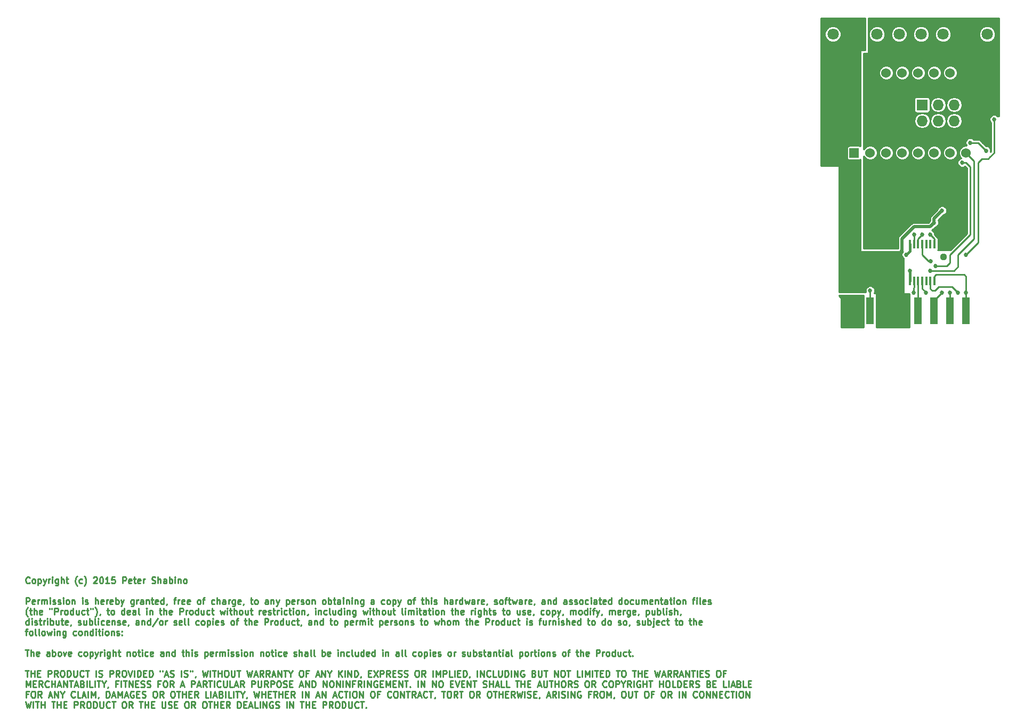
<source format=gbl>
G04 #@! TF.FileFunction,Copper,L2,Bot,Signal*
%FSLAX46Y46*%
G04 Gerber Fmt 4.6, Leading zero omitted, Abs format (unit mm)*
G04 Created by KiCad (PCBNEW (2015-03-06 BZR 5484)-product) date 10/25/2015 10:49:35 PM*
%MOMM*%
G01*
G04 APERTURE LIST*
%ADD10C,0.100000*%
%ADD11C,0.250000*%
%ADD12R,1.270000X4.191000*%
%ADD13R,0.450000X1.450000*%
%ADD14R,1.727200X1.727200*%
%ADD15O,1.727200X1.727200*%
%ADD16C,1.800000*%
%ADD17R,1.524000X1.524000*%
%ADD18C,1.524000*%
%ADD19C,0.685800*%
%ADD20C,1.117600*%
%ADD21C,0.508000*%
%ADD22C,0.177800*%
%ADD23C,0.254000*%
%ADD24C,0.381000*%
G04 APERTURE END LIST*
D10*
D11*
X15097024Y-175307143D02*
X15049405Y-175354762D01*
X14906548Y-175402381D01*
X14811310Y-175402381D01*
X14668452Y-175354762D01*
X14573214Y-175259524D01*
X14525595Y-175164286D01*
X14477976Y-174973810D01*
X14477976Y-174830952D01*
X14525595Y-174640476D01*
X14573214Y-174545238D01*
X14668452Y-174450000D01*
X14811310Y-174402381D01*
X14906548Y-174402381D01*
X15049405Y-174450000D01*
X15097024Y-174497619D01*
X15668452Y-175402381D02*
X15573214Y-175354762D01*
X15525595Y-175307143D01*
X15477976Y-175211905D01*
X15477976Y-174926190D01*
X15525595Y-174830952D01*
X15573214Y-174783333D01*
X15668452Y-174735714D01*
X15811310Y-174735714D01*
X15906548Y-174783333D01*
X15954167Y-174830952D01*
X16001786Y-174926190D01*
X16001786Y-175211905D01*
X15954167Y-175307143D01*
X15906548Y-175354762D01*
X15811310Y-175402381D01*
X15668452Y-175402381D01*
X16430357Y-174735714D02*
X16430357Y-175735714D01*
X16430357Y-174783333D02*
X16525595Y-174735714D01*
X16716072Y-174735714D01*
X16811310Y-174783333D01*
X16858929Y-174830952D01*
X16906548Y-174926190D01*
X16906548Y-175211905D01*
X16858929Y-175307143D01*
X16811310Y-175354762D01*
X16716072Y-175402381D01*
X16525595Y-175402381D01*
X16430357Y-175354762D01*
X17239881Y-174735714D02*
X17477976Y-175402381D01*
X17716072Y-174735714D02*
X17477976Y-175402381D01*
X17382738Y-175640476D01*
X17335119Y-175688095D01*
X17239881Y-175735714D01*
X18097024Y-175402381D02*
X18097024Y-174735714D01*
X18097024Y-174926190D02*
X18144643Y-174830952D01*
X18192262Y-174783333D01*
X18287500Y-174735714D01*
X18382739Y-174735714D01*
X18716072Y-175402381D02*
X18716072Y-174735714D01*
X18716072Y-174402381D02*
X18668453Y-174450000D01*
X18716072Y-174497619D01*
X18763691Y-174450000D01*
X18716072Y-174402381D01*
X18716072Y-174497619D01*
X19620834Y-174735714D02*
X19620834Y-175545238D01*
X19573215Y-175640476D01*
X19525596Y-175688095D01*
X19430357Y-175735714D01*
X19287500Y-175735714D01*
X19192262Y-175688095D01*
X19620834Y-175354762D02*
X19525596Y-175402381D01*
X19335119Y-175402381D01*
X19239881Y-175354762D01*
X19192262Y-175307143D01*
X19144643Y-175211905D01*
X19144643Y-174926190D01*
X19192262Y-174830952D01*
X19239881Y-174783333D01*
X19335119Y-174735714D01*
X19525596Y-174735714D01*
X19620834Y-174783333D01*
X20097024Y-175402381D02*
X20097024Y-174402381D01*
X20525596Y-175402381D02*
X20525596Y-174878571D01*
X20477977Y-174783333D01*
X20382739Y-174735714D01*
X20239881Y-174735714D01*
X20144643Y-174783333D01*
X20097024Y-174830952D01*
X20858929Y-174735714D02*
X21239881Y-174735714D01*
X21001786Y-174402381D02*
X21001786Y-175259524D01*
X21049405Y-175354762D01*
X21144643Y-175402381D01*
X21239881Y-175402381D01*
X22620835Y-175783333D02*
X22573215Y-175735714D01*
X22477977Y-175592857D01*
X22430358Y-175497619D01*
X22382739Y-175354762D01*
X22335120Y-175116667D01*
X22335120Y-174926190D01*
X22382739Y-174688095D01*
X22430358Y-174545238D01*
X22477977Y-174450000D01*
X22573215Y-174307143D01*
X22620835Y-174259524D01*
X23430359Y-175354762D02*
X23335121Y-175402381D01*
X23144644Y-175402381D01*
X23049406Y-175354762D01*
X23001787Y-175307143D01*
X22954168Y-175211905D01*
X22954168Y-174926190D01*
X23001787Y-174830952D01*
X23049406Y-174783333D01*
X23144644Y-174735714D01*
X23335121Y-174735714D01*
X23430359Y-174783333D01*
X23763692Y-175783333D02*
X23811311Y-175735714D01*
X23906549Y-175592857D01*
X23954168Y-175497619D01*
X24001787Y-175354762D01*
X24049406Y-175116667D01*
X24049406Y-174926190D01*
X24001787Y-174688095D01*
X23954168Y-174545238D01*
X23906549Y-174450000D01*
X23811311Y-174307143D01*
X23763692Y-174259524D01*
X25239883Y-174497619D02*
X25287502Y-174450000D01*
X25382740Y-174402381D01*
X25620836Y-174402381D01*
X25716074Y-174450000D01*
X25763693Y-174497619D01*
X25811312Y-174592857D01*
X25811312Y-174688095D01*
X25763693Y-174830952D01*
X25192264Y-175402381D01*
X25811312Y-175402381D01*
X26430359Y-174402381D02*
X26525598Y-174402381D01*
X26620836Y-174450000D01*
X26668455Y-174497619D01*
X26716074Y-174592857D01*
X26763693Y-174783333D01*
X26763693Y-175021429D01*
X26716074Y-175211905D01*
X26668455Y-175307143D01*
X26620836Y-175354762D01*
X26525598Y-175402381D01*
X26430359Y-175402381D01*
X26335121Y-175354762D01*
X26287502Y-175307143D01*
X26239883Y-175211905D01*
X26192264Y-175021429D01*
X26192264Y-174783333D01*
X26239883Y-174592857D01*
X26287502Y-174497619D01*
X26335121Y-174450000D01*
X26430359Y-174402381D01*
X27716074Y-175402381D02*
X27144645Y-175402381D01*
X27430359Y-175402381D02*
X27430359Y-174402381D01*
X27335121Y-174545238D01*
X27239883Y-174640476D01*
X27144645Y-174688095D01*
X28620836Y-174402381D02*
X28144645Y-174402381D01*
X28097026Y-174878571D01*
X28144645Y-174830952D01*
X28239883Y-174783333D01*
X28477979Y-174783333D01*
X28573217Y-174830952D01*
X28620836Y-174878571D01*
X28668455Y-174973810D01*
X28668455Y-175211905D01*
X28620836Y-175307143D01*
X28573217Y-175354762D01*
X28477979Y-175402381D01*
X28239883Y-175402381D01*
X28144645Y-175354762D01*
X28097026Y-175307143D01*
X29858931Y-175402381D02*
X29858931Y-174402381D01*
X30239884Y-174402381D01*
X30335122Y-174450000D01*
X30382741Y-174497619D01*
X30430360Y-174592857D01*
X30430360Y-174735714D01*
X30382741Y-174830952D01*
X30335122Y-174878571D01*
X30239884Y-174926190D01*
X29858931Y-174926190D01*
X31239884Y-175354762D02*
X31144646Y-175402381D01*
X30954169Y-175402381D01*
X30858931Y-175354762D01*
X30811312Y-175259524D01*
X30811312Y-174878571D01*
X30858931Y-174783333D01*
X30954169Y-174735714D01*
X31144646Y-174735714D01*
X31239884Y-174783333D01*
X31287503Y-174878571D01*
X31287503Y-174973810D01*
X30811312Y-175069048D01*
X31573217Y-174735714D02*
X31954169Y-174735714D01*
X31716074Y-174402381D02*
X31716074Y-175259524D01*
X31763693Y-175354762D01*
X31858931Y-175402381D01*
X31954169Y-175402381D01*
X32668456Y-175354762D02*
X32573218Y-175402381D01*
X32382741Y-175402381D01*
X32287503Y-175354762D01*
X32239884Y-175259524D01*
X32239884Y-174878571D01*
X32287503Y-174783333D01*
X32382741Y-174735714D01*
X32573218Y-174735714D01*
X32668456Y-174783333D01*
X32716075Y-174878571D01*
X32716075Y-174973810D01*
X32239884Y-175069048D01*
X33144646Y-175402381D02*
X33144646Y-174735714D01*
X33144646Y-174926190D02*
X33192265Y-174830952D01*
X33239884Y-174783333D01*
X33335122Y-174735714D01*
X33430361Y-174735714D01*
X34477980Y-175354762D02*
X34620837Y-175402381D01*
X34858933Y-175402381D01*
X34954171Y-175354762D01*
X35001790Y-175307143D01*
X35049409Y-175211905D01*
X35049409Y-175116667D01*
X35001790Y-175021429D01*
X34954171Y-174973810D01*
X34858933Y-174926190D01*
X34668456Y-174878571D01*
X34573218Y-174830952D01*
X34525599Y-174783333D01*
X34477980Y-174688095D01*
X34477980Y-174592857D01*
X34525599Y-174497619D01*
X34573218Y-174450000D01*
X34668456Y-174402381D01*
X34906552Y-174402381D01*
X35049409Y-174450000D01*
X35477980Y-175402381D02*
X35477980Y-174402381D01*
X35906552Y-175402381D02*
X35906552Y-174878571D01*
X35858933Y-174783333D01*
X35763695Y-174735714D01*
X35620837Y-174735714D01*
X35525599Y-174783333D01*
X35477980Y-174830952D01*
X36811314Y-175402381D02*
X36811314Y-174878571D01*
X36763695Y-174783333D01*
X36668457Y-174735714D01*
X36477980Y-174735714D01*
X36382742Y-174783333D01*
X36811314Y-175354762D02*
X36716076Y-175402381D01*
X36477980Y-175402381D01*
X36382742Y-175354762D01*
X36335123Y-175259524D01*
X36335123Y-175164286D01*
X36382742Y-175069048D01*
X36477980Y-175021429D01*
X36716076Y-175021429D01*
X36811314Y-174973810D01*
X37287504Y-175402381D02*
X37287504Y-174402381D01*
X37287504Y-174783333D02*
X37382742Y-174735714D01*
X37573219Y-174735714D01*
X37668457Y-174783333D01*
X37716076Y-174830952D01*
X37763695Y-174926190D01*
X37763695Y-175211905D01*
X37716076Y-175307143D01*
X37668457Y-175354762D01*
X37573219Y-175402381D01*
X37382742Y-175402381D01*
X37287504Y-175354762D01*
X38192266Y-175402381D02*
X38192266Y-174735714D01*
X38192266Y-174402381D02*
X38144647Y-174450000D01*
X38192266Y-174497619D01*
X38239885Y-174450000D01*
X38192266Y-174402381D01*
X38192266Y-174497619D01*
X38668456Y-174735714D02*
X38668456Y-175402381D01*
X38668456Y-174830952D02*
X38716075Y-174783333D01*
X38811313Y-174735714D01*
X38954171Y-174735714D01*
X39049409Y-174783333D01*
X39097028Y-174878571D01*
X39097028Y-175402381D01*
X39716075Y-175402381D02*
X39620837Y-175354762D01*
X39573218Y-175307143D01*
X39525599Y-175211905D01*
X39525599Y-174926190D01*
X39573218Y-174830952D01*
X39620837Y-174783333D01*
X39716075Y-174735714D01*
X39858933Y-174735714D01*
X39954171Y-174783333D01*
X40001790Y-174830952D01*
X40049409Y-174926190D01*
X40049409Y-175211905D01*
X40001790Y-175307143D01*
X39954171Y-175354762D01*
X39858933Y-175402381D01*
X39716075Y-175402381D01*
X14525595Y-178702381D02*
X14525595Y-177702381D01*
X14906548Y-177702381D01*
X15001786Y-177750000D01*
X15049405Y-177797619D01*
X15097024Y-177892857D01*
X15097024Y-178035714D01*
X15049405Y-178130952D01*
X15001786Y-178178571D01*
X14906548Y-178226190D01*
X14525595Y-178226190D01*
X15906548Y-178654762D02*
X15811310Y-178702381D01*
X15620833Y-178702381D01*
X15525595Y-178654762D01*
X15477976Y-178559524D01*
X15477976Y-178178571D01*
X15525595Y-178083333D01*
X15620833Y-178035714D01*
X15811310Y-178035714D01*
X15906548Y-178083333D01*
X15954167Y-178178571D01*
X15954167Y-178273810D01*
X15477976Y-178369048D01*
X16382738Y-178702381D02*
X16382738Y-178035714D01*
X16382738Y-178226190D02*
X16430357Y-178130952D01*
X16477976Y-178083333D01*
X16573214Y-178035714D01*
X16668453Y-178035714D01*
X17001786Y-178702381D02*
X17001786Y-178035714D01*
X17001786Y-178130952D02*
X17049405Y-178083333D01*
X17144643Y-178035714D01*
X17287501Y-178035714D01*
X17382739Y-178083333D01*
X17430358Y-178178571D01*
X17430358Y-178702381D01*
X17430358Y-178178571D02*
X17477977Y-178083333D01*
X17573215Y-178035714D01*
X17716072Y-178035714D01*
X17811310Y-178083333D01*
X17858929Y-178178571D01*
X17858929Y-178702381D01*
X18335119Y-178702381D02*
X18335119Y-178035714D01*
X18335119Y-177702381D02*
X18287500Y-177750000D01*
X18335119Y-177797619D01*
X18382738Y-177750000D01*
X18335119Y-177702381D01*
X18335119Y-177797619D01*
X18763690Y-178654762D02*
X18858928Y-178702381D01*
X19049404Y-178702381D01*
X19144643Y-178654762D01*
X19192262Y-178559524D01*
X19192262Y-178511905D01*
X19144643Y-178416667D01*
X19049404Y-178369048D01*
X18906547Y-178369048D01*
X18811309Y-178321429D01*
X18763690Y-178226190D01*
X18763690Y-178178571D01*
X18811309Y-178083333D01*
X18906547Y-178035714D01*
X19049404Y-178035714D01*
X19144643Y-178083333D01*
X19573214Y-178654762D02*
X19668452Y-178702381D01*
X19858928Y-178702381D01*
X19954167Y-178654762D01*
X20001786Y-178559524D01*
X20001786Y-178511905D01*
X19954167Y-178416667D01*
X19858928Y-178369048D01*
X19716071Y-178369048D01*
X19620833Y-178321429D01*
X19573214Y-178226190D01*
X19573214Y-178178571D01*
X19620833Y-178083333D01*
X19716071Y-178035714D01*
X19858928Y-178035714D01*
X19954167Y-178083333D01*
X20430357Y-178702381D02*
X20430357Y-178035714D01*
X20430357Y-177702381D02*
X20382738Y-177750000D01*
X20430357Y-177797619D01*
X20477976Y-177750000D01*
X20430357Y-177702381D01*
X20430357Y-177797619D01*
X21049404Y-178702381D02*
X20954166Y-178654762D01*
X20906547Y-178607143D01*
X20858928Y-178511905D01*
X20858928Y-178226190D01*
X20906547Y-178130952D01*
X20954166Y-178083333D01*
X21049404Y-178035714D01*
X21192262Y-178035714D01*
X21287500Y-178083333D01*
X21335119Y-178130952D01*
X21382738Y-178226190D01*
X21382738Y-178511905D01*
X21335119Y-178607143D01*
X21287500Y-178654762D01*
X21192262Y-178702381D01*
X21049404Y-178702381D01*
X21811309Y-178035714D02*
X21811309Y-178702381D01*
X21811309Y-178130952D02*
X21858928Y-178083333D01*
X21954166Y-178035714D01*
X22097024Y-178035714D01*
X22192262Y-178083333D01*
X22239881Y-178178571D01*
X22239881Y-178702381D01*
X23477976Y-178702381D02*
X23477976Y-178035714D01*
X23477976Y-177702381D02*
X23430357Y-177750000D01*
X23477976Y-177797619D01*
X23525595Y-177750000D01*
X23477976Y-177702381D01*
X23477976Y-177797619D01*
X23906547Y-178654762D02*
X24001785Y-178702381D01*
X24192261Y-178702381D01*
X24287500Y-178654762D01*
X24335119Y-178559524D01*
X24335119Y-178511905D01*
X24287500Y-178416667D01*
X24192261Y-178369048D01*
X24049404Y-178369048D01*
X23954166Y-178321429D01*
X23906547Y-178226190D01*
X23906547Y-178178571D01*
X23954166Y-178083333D01*
X24049404Y-178035714D01*
X24192261Y-178035714D01*
X24287500Y-178083333D01*
X25525595Y-178702381D02*
X25525595Y-177702381D01*
X25954167Y-178702381D02*
X25954167Y-178178571D01*
X25906548Y-178083333D01*
X25811310Y-178035714D01*
X25668452Y-178035714D01*
X25573214Y-178083333D01*
X25525595Y-178130952D01*
X26811310Y-178654762D02*
X26716072Y-178702381D01*
X26525595Y-178702381D01*
X26430357Y-178654762D01*
X26382738Y-178559524D01*
X26382738Y-178178571D01*
X26430357Y-178083333D01*
X26525595Y-178035714D01*
X26716072Y-178035714D01*
X26811310Y-178083333D01*
X26858929Y-178178571D01*
X26858929Y-178273810D01*
X26382738Y-178369048D01*
X27287500Y-178702381D02*
X27287500Y-178035714D01*
X27287500Y-178226190D02*
X27335119Y-178130952D01*
X27382738Y-178083333D01*
X27477976Y-178035714D01*
X27573215Y-178035714D01*
X28287501Y-178654762D02*
X28192263Y-178702381D01*
X28001786Y-178702381D01*
X27906548Y-178654762D01*
X27858929Y-178559524D01*
X27858929Y-178178571D01*
X27906548Y-178083333D01*
X28001786Y-178035714D01*
X28192263Y-178035714D01*
X28287501Y-178083333D01*
X28335120Y-178178571D01*
X28335120Y-178273810D01*
X27858929Y-178369048D01*
X28763691Y-178702381D02*
X28763691Y-177702381D01*
X28763691Y-178083333D02*
X28858929Y-178035714D01*
X29049406Y-178035714D01*
X29144644Y-178083333D01*
X29192263Y-178130952D01*
X29239882Y-178226190D01*
X29239882Y-178511905D01*
X29192263Y-178607143D01*
X29144644Y-178654762D01*
X29049406Y-178702381D01*
X28858929Y-178702381D01*
X28763691Y-178654762D01*
X29573215Y-178035714D02*
X29811310Y-178702381D01*
X30049406Y-178035714D02*
X29811310Y-178702381D01*
X29716072Y-178940476D01*
X29668453Y-178988095D01*
X29573215Y-179035714D01*
X31620835Y-178035714D02*
X31620835Y-178845238D01*
X31573216Y-178940476D01*
X31525597Y-178988095D01*
X31430358Y-179035714D01*
X31287501Y-179035714D01*
X31192263Y-178988095D01*
X31620835Y-178654762D02*
X31525597Y-178702381D01*
X31335120Y-178702381D01*
X31239882Y-178654762D01*
X31192263Y-178607143D01*
X31144644Y-178511905D01*
X31144644Y-178226190D01*
X31192263Y-178130952D01*
X31239882Y-178083333D01*
X31335120Y-178035714D01*
X31525597Y-178035714D01*
X31620835Y-178083333D01*
X32097025Y-178702381D02*
X32097025Y-178035714D01*
X32097025Y-178226190D02*
X32144644Y-178130952D01*
X32192263Y-178083333D01*
X32287501Y-178035714D01*
X32382740Y-178035714D01*
X33144645Y-178702381D02*
X33144645Y-178178571D01*
X33097026Y-178083333D01*
X33001788Y-178035714D01*
X32811311Y-178035714D01*
X32716073Y-178083333D01*
X33144645Y-178654762D02*
X33049407Y-178702381D01*
X32811311Y-178702381D01*
X32716073Y-178654762D01*
X32668454Y-178559524D01*
X32668454Y-178464286D01*
X32716073Y-178369048D01*
X32811311Y-178321429D01*
X33049407Y-178321429D01*
X33144645Y-178273810D01*
X33620835Y-178035714D02*
X33620835Y-178702381D01*
X33620835Y-178130952D02*
X33668454Y-178083333D01*
X33763692Y-178035714D01*
X33906550Y-178035714D01*
X34001788Y-178083333D01*
X34049407Y-178178571D01*
X34049407Y-178702381D01*
X34382740Y-178035714D02*
X34763692Y-178035714D01*
X34525597Y-177702381D02*
X34525597Y-178559524D01*
X34573216Y-178654762D01*
X34668454Y-178702381D01*
X34763692Y-178702381D01*
X35477979Y-178654762D02*
X35382741Y-178702381D01*
X35192264Y-178702381D01*
X35097026Y-178654762D01*
X35049407Y-178559524D01*
X35049407Y-178178571D01*
X35097026Y-178083333D01*
X35192264Y-178035714D01*
X35382741Y-178035714D01*
X35477979Y-178083333D01*
X35525598Y-178178571D01*
X35525598Y-178273810D01*
X35049407Y-178369048D01*
X36382741Y-178702381D02*
X36382741Y-177702381D01*
X36382741Y-178654762D02*
X36287503Y-178702381D01*
X36097026Y-178702381D01*
X36001788Y-178654762D01*
X35954169Y-178607143D01*
X35906550Y-178511905D01*
X35906550Y-178226190D01*
X35954169Y-178130952D01*
X36001788Y-178083333D01*
X36097026Y-178035714D01*
X36287503Y-178035714D01*
X36382741Y-178083333D01*
X36906550Y-178654762D02*
X36906550Y-178702381D01*
X36858931Y-178797619D01*
X36811312Y-178845238D01*
X37954169Y-178035714D02*
X38335121Y-178035714D01*
X38097026Y-178702381D02*
X38097026Y-177845238D01*
X38144645Y-177750000D01*
X38239883Y-177702381D01*
X38335121Y-177702381D01*
X38668455Y-178702381D02*
X38668455Y-178035714D01*
X38668455Y-178226190D02*
X38716074Y-178130952D01*
X38763693Y-178083333D01*
X38858931Y-178035714D01*
X38954170Y-178035714D01*
X39668456Y-178654762D02*
X39573218Y-178702381D01*
X39382741Y-178702381D01*
X39287503Y-178654762D01*
X39239884Y-178559524D01*
X39239884Y-178178571D01*
X39287503Y-178083333D01*
X39382741Y-178035714D01*
X39573218Y-178035714D01*
X39668456Y-178083333D01*
X39716075Y-178178571D01*
X39716075Y-178273810D01*
X39239884Y-178369048D01*
X40525599Y-178654762D02*
X40430361Y-178702381D01*
X40239884Y-178702381D01*
X40144646Y-178654762D01*
X40097027Y-178559524D01*
X40097027Y-178178571D01*
X40144646Y-178083333D01*
X40239884Y-178035714D01*
X40430361Y-178035714D01*
X40525599Y-178083333D01*
X40573218Y-178178571D01*
X40573218Y-178273810D01*
X40097027Y-178369048D01*
X41906551Y-178702381D02*
X41811313Y-178654762D01*
X41763694Y-178607143D01*
X41716075Y-178511905D01*
X41716075Y-178226190D01*
X41763694Y-178130952D01*
X41811313Y-178083333D01*
X41906551Y-178035714D01*
X42049409Y-178035714D01*
X42144647Y-178083333D01*
X42192266Y-178130952D01*
X42239885Y-178226190D01*
X42239885Y-178511905D01*
X42192266Y-178607143D01*
X42144647Y-178654762D01*
X42049409Y-178702381D01*
X41906551Y-178702381D01*
X42525599Y-178035714D02*
X42906551Y-178035714D01*
X42668456Y-178702381D02*
X42668456Y-177845238D01*
X42716075Y-177750000D01*
X42811313Y-177702381D01*
X42906551Y-177702381D01*
X44430362Y-178654762D02*
X44335124Y-178702381D01*
X44144647Y-178702381D01*
X44049409Y-178654762D01*
X44001790Y-178607143D01*
X43954171Y-178511905D01*
X43954171Y-178226190D01*
X44001790Y-178130952D01*
X44049409Y-178083333D01*
X44144647Y-178035714D01*
X44335124Y-178035714D01*
X44430362Y-178083333D01*
X44858933Y-178702381D02*
X44858933Y-177702381D01*
X45287505Y-178702381D02*
X45287505Y-178178571D01*
X45239886Y-178083333D01*
X45144648Y-178035714D01*
X45001790Y-178035714D01*
X44906552Y-178083333D01*
X44858933Y-178130952D01*
X46192267Y-178702381D02*
X46192267Y-178178571D01*
X46144648Y-178083333D01*
X46049410Y-178035714D01*
X45858933Y-178035714D01*
X45763695Y-178083333D01*
X46192267Y-178654762D02*
X46097029Y-178702381D01*
X45858933Y-178702381D01*
X45763695Y-178654762D01*
X45716076Y-178559524D01*
X45716076Y-178464286D01*
X45763695Y-178369048D01*
X45858933Y-178321429D01*
X46097029Y-178321429D01*
X46192267Y-178273810D01*
X46668457Y-178702381D02*
X46668457Y-178035714D01*
X46668457Y-178226190D02*
X46716076Y-178130952D01*
X46763695Y-178083333D01*
X46858933Y-178035714D01*
X46954172Y-178035714D01*
X47716077Y-178035714D02*
X47716077Y-178845238D01*
X47668458Y-178940476D01*
X47620839Y-178988095D01*
X47525600Y-179035714D01*
X47382743Y-179035714D01*
X47287505Y-178988095D01*
X47716077Y-178654762D02*
X47620839Y-178702381D01*
X47430362Y-178702381D01*
X47335124Y-178654762D01*
X47287505Y-178607143D01*
X47239886Y-178511905D01*
X47239886Y-178226190D01*
X47287505Y-178130952D01*
X47335124Y-178083333D01*
X47430362Y-178035714D01*
X47620839Y-178035714D01*
X47716077Y-178083333D01*
X48573220Y-178654762D02*
X48477982Y-178702381D01*
X48287505Y-178702381D01*
X48192267Y-178654762D01*
X48144648Y-178559524D01*
X48144648Y-178178571D01*
X48192267Y-178083333D01*
X48287505Y-178035714D01*
X48477982Y-178035714D01*
X48573220Y-178083333D01*
X48620839Y-178178571D01*
X48620839Y-178273810D01*
X48144648Y-178369048D01*
X49097029Y-178654762D02*
X49097029Y-178702381D01*
X49049410Y-178797619D01*
X49001791Y-178845238D01*
X50144648Y-178035714D02*
X50525600Y-178035714D01*
X50287505Y-177702381D02*
X50287505Y-178559524D01*
X50335124Y-178654762D01*
X50430362Y-178702381D01*
X50525600Y-178702381D01*
X51001791Y-178702381D02*
X50906553Y-178654762D01*
X50858934Y-178607143D01*
X50811315Y-178511905D01*
X50811315Y-178226190D01*
X50858934Y-178130952D01*
X50906553Y-178083333D01*
X51001791Y-178035714D01*
X51144649Y-178035714D01*
X51239887Y-178083333D01*
X51287506Y-178130952D01*
X51335125Y-178226190D01*
X51335125Y-178511905D01*
X51287506Y-178607143D01*
X51239887Y-178654762D01*
X51144649Y-178702381D01*
X51001791Y-178702381D01*
X52954173Y-178702381D02*
X52954173Y-178178571D01*
X52906554Y-178083333D01*
X52811316Y-178035714D01*
X52620839Y-178035714D01*
X52525601Y-178083333D01*
X52954173Y-178654762D02*
X52858935Y-178702381D01*
X52620839Y-178702381D01*
X52525601Y-178654762D01*
X52477982Y-178559524D01*
X52477982Y-178464286D01*
X52525601Y-178369048D01*
X52620839Y-178321429D01*
X52858935Y-178321429D01*
X52954173Y-178273810D01*
X53430363Y-178035714D02*
X53430363Y-178702381D01*
X53430363Y-178130952D02*
X53477982Y-178083333D01*
X53573220Y-178035714D01*
X53716078Y-178035714D01*
X53811316Y-178083333D01*
X53858935Y-178178571D01*
X53858935Y-178702381D01*
X54239887Y-178035714D02*
X54477982Y-178702381D01*
X54716078Y-178035714D02*
X54477982Y-178702381D01*
X54382744Y-178940476D01*
X54335125Y-178988095D01*
X54239887Y-179035714D01*
X55858935Y-178035714D02*
X55858935Y-179035714D01*
X55858935Y-178083333D02*
X55954173Y-178035714D01*
X56144650Y-178035714D01*
X56239888Y-178083333D01*
X56287507Y-178130952D01*
X56335126Y-178226190D01*
X56335126Y-178511905D01*
X56287507Y-178607143D01*
X56239888Y-178654762D01*
X56144650Y-178702381D01*
X55954173Y-178702381D01*
X55858935Y-178654762D01*
X57144650Y-178654762D02*
X57049412Y-178702381D01*
X56858935Y-178702381D01*
X56763697Y-178654762D01*
X56716078Y-178559524D01*
X56716078Y-178178571D01*
X56763697Y-178083333D01*
X56858935Y-178035714D01*
X57049412Y-178035714D01*
X57144650Y-178083333D01*
X57192269Y-178178571D01*
X57192269Y-178273810D01*
X56716078Y-178369048D01*
X57620840Y-178702381D02*
X57620840Y-178035714D01*
X57620840Y-178226190D02*
X57668459Y-178130952D01*
X57716078Y-178083333D01*
X57811316Y-178035714D01*
X57906555Y-178035714D01*
X58192269Y-178654762D02*
X58287507Y-178702381D01*
X58477983Y-178702381D01*
X58573222Y-178654762D01*
X58620841Y-178559524D01*
X58620841Y-178511905D01*
X58573222Y-178416667D01*
X58477983Y-178369048D01*
X58335126Y-178369048D01*
X58239888Y-178321429D01*
X58192269Y-178226190D01*
X58192269Y-178178571D01*
X58239888Y-178083333D01*
X58335126Y-178035714D01*
X58477983Y-178035714D01*
X58573222Y-178083333D01*
X59192269Y-178702381D02*
X59097031Y-178654762D01*
X59049412Y-178607143D01*
X59001793Y-178511905D01*
X59001793Y-178226190D01*
X59049412Y-178130952D01*
X59097031Y-178083333D01*
X59192269Y-178035714D01*
X59335127Y-178035714D01*
X59430365Y-178083333D01*
X59477984Y-178130952D01*
X59525603Y-178226190D01*
X59525603Y-178511905D01*
X59477984Y-178607143D01*
X59430365Y-178654762D01*
X59335127Y-178702381D01*
X59192269Y-178702381D01*
X59954174Y-178035714D02*
X59954174Y-178702381D01*
X59954174Y-178130952D02*
X60001793Y-178083333D01*
X60097031Y-178035714D01*
X60239889Y-178035714D01*
X60335127Y-178083333D01*
X60382746Y-178178571D01*
X60382746Y-178702381D01*
X61763698Y-178702381D02*
X61668460Y-178654762D01*
X61620841Y-178607143D01*
X61573222Y-178511905D01*
X61573222Y-178226190D01*
X61620841Y-178130952D01*
X61668460Y-178083333D01*
X61763698Y-178035714D01*
X61906556Y-178035714D01*
X62001794Y-178083333D01*
X62049413Y-178130952D01*
X62097032Y-178226190D01*
X62097032Y-178511905D01*
X62049413Y-178607143D01*
X62001794Y-178654762D01*
X61906556Y-178702381D01*
X61763698Y-178702381D01*
X62525603Y-178702381D02*
X62525603Y-177702381D01*
X62525603Y-178083333D02*
X62620841Y-178035714D01*
X62811318Y-178035714D01*
X62906556Y-178083333D01*
X62954175Y-178130952D01*
X63001794Y-178226190D01*
X63001794Y-178511905D01*
X62954175Y-178607143D01*
X62906556Y-178654762D01*
X62811318Y-178702381D01*
X62620841Y-178702381D01*
X62525603Y-178654762D01*
X63287508Y-178035714D02*
X63668460Y-178035714D01*
X63430365Y-177702381D02*
X63430365Y-178559524D01*
X63477984Y-178654762D01*
X63573222Y-178702381D01*
X63668460Y-178702381D01*
X64430366Y-178702381D02*
X64430366Y-178178571D01*
X64382747Y-178083333D01*
X64287509Y-178035714D01*
X64097032Y-178035714D01*
X64001794Y-178083333D01*
X64430366Y-178654762D02*
X64335128Y-178702381D01*
X64097032Y-178702381D01*
X64001794Y-178654762D01*
X63954175Y-178559524D01*
X63954175Y-178464286D01*
X64001794Y-178369048D01*
X64097032Y-178321429D01*
X64335128Y-178321429D01*
X64430366Y-178273810D01*
X64906556Y-178702381D02*
X64906556Y-178035714D01*
X64906556Y-177702381D02*
X64858937Y-177750000D01*
X64906556Y-177797619D01*
X64954175Y-177750000D01*
X64906556Y-177702381D01*
X64906556Y-177797619D01*
X65382746Y-178035714D02*
X65382746Y-178702381D01*
X65382746Y-178130952D02*
X65430365Y-178083333D01*
X65525603Y-178035714D01*
X65668461Y-178035714D01*
X65763699Y-178083333D01*
X65811318Y-178178571D01*
X65811318Y-178702381D01*
X66287508Y-178702381D02*
X66287508Y-178035714D01*
X66287508Y-177702381D02*
X66239889Y-177750000D01*
X66287508Y-177797619D01*
X66335127Y-177750000D01*
X66287508Y-177702381D01*
X66287508Y-177797619D01*
X66763698Y-178035714D02*
X66763698Y-178702381D01*
X66763698Y-178130952D02*
X66811317Y-178083333D01*
X66906555Y-178035714D01*
X67049413Y-178035714D01*
X67144651Y-178083333D01*
X67192270Y-178178571D01*
X67192270Y-178702381D01*
X68097032Y-178035714D02*
X68097032Y-178845238D01*
X68049413Y-178940476D01*
X68001794Y-178988095D01*
X67906555Y-179035714D01*
X67763698Y-179035714D01*
X67668460Y-178988095D01*
X68097032Y-178654762D02*
X68001794Y-178702381D01*
X67811317Y-178702381D01*
X67716079Y-178654762D01*
X67668460Y-178607143D01*
X67620841Y-178511905D01*
X67620841Y-178226190D01*
X67668460Y-178130952D01*
X67716079Y-178083333D01*
X67811317Y-178035714D01*
X68001794Y-178035714D01*
X68097032Y-178083333D01*
X69763699Y-178702381D02*
X69763699Y-178178571D01*
X69716080Y-178083333D01*
X69620842Y-178035714D01*
X69430365Y-178035714D01*
X69335127Y-178083333D01*
X69763699Y-178654762D02*
X69668461Y-178702381D01*
X69430365Y-178702381D01*
X69335127Y-178654762D01*
X69287508Y-178559524D01*
X69287508Y-178464286D01*
X69335127Y-178369048D01*
X69430365Y-178321429D01*
X69668461Y-178321429D01*
X69763699Y-178273810D01*
X71430366Y-178654762D02*
X71335128Y-178702381D01*
X71144651Y-178702381D01*
X71049413Y-178654762D01*
X71001794Y-178607143D01*
X70954175Y-178511905D01*
X70954175Y-178226190D01*
X71001794Y-178130952D01*
X71049413Y-178083333D01*
X71144651Y-178035714D01*
X71335128Y-178035714D01*
X71430366Y-178083333D01*
X72001794Y-178702381D02*
X71906556Y-178654762D01*
X71858937Y-178607143D01*
X71811318Y-178511905D01*
X71811318Y-178226190D01*
X71858937Y-178130952D01*
X71906556Y-178083333D01*
X72001794Y-178035714D01*
X72144652Y-178035714D01*
X72239890Y-178083333D01*
X72287509Y-178130952D01*
X72335128Y-178226190D01*
X72335128Y-178511905D01*
X72287509Y-178607143D01*
X72239890Y-178654762D01*
X72144652Y-178702381D01*
X72001794Y-178702381D01*
X72763699Y-178035714D02*
X72763699Y-179035714D01*
X72763699Y-178083333D02*
X72858937Y-178035714D01*
X73049414Y-178035714D01*
X73144652Y-178083333D01*
X73192271Y-178130952D01*
X73239890Y-178226190D01*
X73239890Y-178511905D01*
X73192271Y-178607143D01*
X73144652Y-178654762D01*
X73049414Y-178702381D01*
X72858937Y-178702381D01*
X72763699Y-178654762D01*
X73573223Y-178035714D02*
X73811318Y-178702381D01*
X74049414Y-178035714D02*
X73811318Y-178702381D01*
X73716080Y-178940476D01*
X73668461Y-178988095D01*
X73573223Y-179035714D01*
X75335128Y-178702381D02*
X75239890Y-178654762D01*
X75192271Y-178607143D01*
X75144652Y-178511905D01*
X75144652Y-178226190D01*
X75192271Y-178130952D01*
X75239890Y-178083333D01*
X75335128Y-178035714D01*
X75477986Y-178035714D01*
X75573224Y-178083333D01*
X75620843Y-178130952D01*
X75668462Y-178226190D01*
X75668462Y-178511905D01*
X75620843Y-178607143D01*
X75573224Y-178654762D01*
X75477986Y-178702381D01*
X75335128Y-178702381D01*
X75954176Y-178035714D02*
X76335128Y-178035714D01*
X76097033Y-178702381D02*
X76097033Y-177845238D01*
X76144652Y-177750000D01*
X76239890Y-177702381D01*
X76335128Y-177702381D01*
X77287510Y-178035714D02*
X77668462Y-178035714D01*
X77430367Y-177702381D02*
X77430367Y-178559524D01*
X77477986Y-178654762D01*
X77573224Y-178702381D01*
X77668462Y-178702381D01*
X78001796Y-178702381D02*
X78001796Y-177702381D01*
X78430368Y-178702381D02*
X78430368Y-178178571D01*
X78382749Y-178083333D01*
X78287511Y-178035714D01*
X78144653Y-178035714D01*
X78049415Y-178083333D01*
X78001796Y-178130952D01*
X78906558Y-178702381D02*
X78906558Y-178035714D01*
X78906558Y-177702381D02*
X78858939Y-177750000D01*
X78906558Y-177797619D01*
X78954177Y-177750000D01*
X78906558Y-177702381D01*
X78906558Y-177797619D01*
X79335129Y-178654762D02*
X79430367Y-178702381D01*
X79620843Y-178702381D01*
X79716082Y-178654762D01*
X79763701Y-178559524D01*
X79763701Y-178511905D01*
X79716082Y-178416667D01*
X79620843Y-178369048D01*
X79477986Y-178369048D01*
X79382748Y-178321429D01*
X79335129Y-178226190D01*
X79335129Y-178178571D01*
X79382748Y-178083333D01*
X79477986Y-178035714D01*
X79620843Y-178035714D01*
X79716082Y-178083333D01*
X80954177Y-178702381D02*
X80954177Y-177702381D01*
X81382749Y-178702381D02*
X81382749Y-178178571D01*
X81335130Y-178083333D01*
X81239892Y-178035714D01*
X81097034Y-178035714D01*
X81001796Y-178083333D01*
X80954177Y-178130952D01*
X82287511Y-178702381D02*
X82287511Y-178178571D01*
X82239892Y-178083333D01*
X82144654Y-178035714D01*
X81954177Y-178035714D01*
X81858939Y-178083333D01*
X82287511Y-178654762D02*
X82192273Y-178702381D01*
X81954177Y-178702381D01*
X81858939Y-178654762D01*
X81811320Y-178559524D01*
X81811320Y-178464286D01*
X81858939Y-178369048D01*
X81954177Y-178321429D01*
X82192273Y-178321429D01*
X82287511Y-178273810D01*
X82763701Y-178702381D02*
X82763701Y-178035714D01*
X82763701Y-178226190D02*
X82811320Y-178130952D01*
X82858939Y-178083333D01*
X82954177Y-178035714D01*
X83049416Y-178035714D01*
X83811321Y-178702381D02*
X83811321Y-177702381D01*
X83811321Y-178654762D02*
X83716083Y-178702381D01*
X83525606Y-178702381D01*
X83430368Y-178654762D01*
X83382749Y-178607143D01*
X83335130Y-178511905D01*
X83335130Y-178226190D01*
X83382749Y-178130952D01*
X83430368Y-178083333D01*
X83525606Y-178035714D01*
X83716083Y-178035714D01*
X83811321Y-178083333D01*
X84192273Y-178035714D02*
X84382749Y-178702381D01*
X84573226Y-178226190D01*
X84763702Y-178702381D01*
X84954178Y-178035714D01*
X85763702Y-178702381D02*
X85763702Y-178178571D01*
X85716083Y-178083333D01*
X85620845Y-178035714D01*
X85430368Y-178035714D01*
X85335130Y-178083333D01*
X85763702Y-178654762D02*
X85668464Y-178702381D01*
X85430368Y-178702381D01*
X85335130Y-178654762D01*
X85287511Y-178559524D01*
X85287511Y-178464286D01*
X85335130Y-178369048D01*
X85430368Y-178321429D01*
X85668464Y-178321429D01*
X85763702Y-178273810D01*
X86239892Y-178702381D02*
X86239892Y-178035714D01*
X86239892Y-178226190D02*
X86287511Y-178130952D01*
X86335130Y-178083333D01*
X86430368Y-178035714D01*
X86525607Y-178035714D01*
X87239893Y-178654762D02*
X87144655Y-178702381D01*
X86954178Y-178702381D01*
X86858940Y-178654762D01*
X86811321Y-178559524D01*
X86811321Y-178178571D01*
X86858940Y-178083333D01*
X86954178Y-178035714D01*
X87144655Y-178035714D01*
X87239893Y-178083333D01*
X87287512Y-178178571D01*
X87287512Y-178273810D01*
X86811321Y-178369048D01*
X87763702Y-178654762D02*
X87763702Y-178702381D01*
X87716083Y-178797619D01*
X87668464Y-178845238D01*
X88906559Y-178654762D02*
X89001797Y-178702381D01*
X89192273Y-178702381D01*
X89287512Y-178654762D01*
X89335131Y-178559524D01*
X89335131Y-178511905D01*
X89287512Y-178416667D01*
X89192273Y-178369048D01*
X89049416Y-178369048D01*
X88954178Y-178321429D01*
X88906559Y-178226190D01*
X88906559Y-178178571D01*
X88954178Y-178083333D01*
X89049416Y-178035714D01*
X89192273Y-178035714D01*
X89287512Y-178083333D01*
X89906559Y-178702381D02*
X89811321Y-178654762D01*
X89763702Y-178607143D01*
X89716083Y-178511905D01*
X89716083Y-178226190D01*
X89763702Y-178130952D01*
X89811321Y-178083333D01*
X89906559Y-178035714D01*
X90049417Y-178035714D01*
X90144655Y-178083333D01*
X90192274Y-178130952D01*
X90239893Y-178226190D01*
X90239893Y-178511905D01*
X90192274Y-178607143D01*
X90144655Y-178654762D01*
X90049417Y-178702381D01*
X89906559Y-178702381D01*
X90525607Y-178035714D02*
X90906559Y-178035714D01*
X90668464Y-178702381D02*
X90668464Y-177845238D01*
X90716083Y-177750000D01*
X90811321Y-177702381D01*
X90906559Y-177702381D01*
X91097036Y-178035714D02*
X91477988Y-178035714D01*
X91239893Y-177702381D02*
X91239893Y-178559524D01*
X91287512Y-178654762D01*
X91382750Y-178702381D01*
X91477988Y-178702381D01*
X91716084Y-178035714D02*
X91906560Y-178702381D01*
X92097037Y-178226190D01*
X92287513Y-178702381D01*
X92477989Y-178035714D01*
X93287513Y-178702381D02*
X93287513Y-178178571D01*
X93239894Y-178083333D01*
X93144656Y-178035714D01*
X92954179Y-178035714D01*
X92858941Y-178083333D01*
X93287513Y-178654762D02*
X93192275Y-178702381D01*
X92954179Y-178702381D01*
X92858941Y-178654762D01*
X92811322Y-178559524D01*
X92811322Y-178464286D01*
X92858941Y-178369048D01*
X92954179Y-178321429D01*
X93192275Y-178321429D01*
X93287513Y-178273810D01*
X93763703Y-178702381D02*
X93763703Y-178035714D01*
X93763703Y-178226190D02*
X93811322Y-178130952D01*
X93858941Y-178083333D01*
X93954179Y-178035714D01*
X94049418Y-178035714D01*
X94763704Y-178654762D02*
X94668466Y-178702381D01*
X94477989Y-178702381D01*
X94382751Y-178654762D01*
X94335132Y-178559524D01*
X94335132Y-178178571D01*
X94382751Y-178083333D01*
X94477989Y-178035714D01*
X94668466Y-178035714D01*
X94763704Y-178083333D01*
X94811323Y-178178571D01*
X94811323Y-178273810D01*
X94335132Y-178369048D01*
X95287513Y-178654762D02*
X95287513Y-178702381D01*
X95239894Y-178797619D01*
X95192275Y-178845238D01*
X96906561Y-178702381D02*
X96906561Y-178178571D01*
X96858942Y-178083333D01*
X96763704Y-178035714D01*
X96573227Y-178035714D01*
X96477989Y-178083333D01*
X96906561Y-178654762D02*
X96811323Y-178702381D01*
X96573227Y-178702381D01*
X96477989Y-178654762D01*
X96430370Y-178559524D01*
X96430370Y-178464286D01*
X96477989Y-178369048D01*
X96573227Y-178321429D01*
X96811323Y-178321429D01*
X96906561Y-178273810D01*
X97382751Y-178035714D02*
X97382751Y-178702381D01*
X97382751Y-178130952D02*
X97430370Y-178083333D01*
X97525608Y-178035714D01*
X97668466Y-178035714D01*
X97763704Y-178083333D01*
X97811323Y-178178571D01*
X97811323Y-178702381D01*
X98716085Y-178702381D02*
X98716085Y-177702381D01*
X98716085Y-178654762D02*
X98620847Y-178702381D01*
X98430370Y-178702381D01*
X98335132Y-178654762D01*
X98287513Y-178607143D01*
X98239894Y-178511905D01*
X98239894Y-178226190D01*
X98287513Y-178130952D01*
X98335132Y-178083333D01*
X98430370Y-178035714D01*
X98620847Y-178035714D01*
X98716085Y-178083333D01*
X100382752Y-178702381D02*
X100382752Y-178178571D01*
X100335133Y-178083333D01*
X100239895Y-178035714D01*
X100049418Y-178035714D01*
X99954180Y-178083333D01*
X100382752Y-178654762D02*
X100287514Y-178702381D01*
X100049418Y-178702381D01*
X99954180Y-178654762D01*
X99906561Y-178559524D01*
X99906561Y-178464286D01*
X99954180Y-178369048D01*
X100049418Y-178321429D01*
X100287514Y-178321429D01*
X100382752Y-178273810D01*
X100811323Y-178654762D02*
X100906561Y-178702381D01*
X101097037Y-178702381D01*
X101192276Y-178654762D01*
X101239895Y-178559524D01*
X101239895Y-178511905D01*
X101192276Y-178416667D01*
X101097037Y-178369048D01*
X100954180Y-178369048D01*
X100858942Y-178321429D01*
X100811323Y-178226190D01*
X100811323Y-178178571D01*
X100858942Y-178083333D01*
X100954180Y-178035714D01*
X101097037Y-178035714D01*
X101192276Y-178083333D01*
X101620847Y-178654762D02*
X101716085Y-178702381D01*
X101906561Y-178702381D01*
X102001800Y-178654762D01*
X102049419Y-178559524D01*
X102049419Y-178511905D01*
X102001800Y-178416667D01*
X101906561Y-178369048D01*
X101763704Y-178369048D01*
X101668466Y-178321429D01*
X101620847Y-178226190D01*
X101620847Y-178178571D01*
X101668466Y-178083333D01*
X101763704Y-178035714D01*
X101906561Y-178035714D01*
X102001800Y-178083333D01*
X102620847Y-178702381D02*
X102525609Y-178654762D01*
X102477990Y-178607143D01*
X102430371Y-178511905D01*
X102430371Y-178226190D01*
X102477990Y-178130952D01*
X102525609Y-178083333D01*
X102620847Y-178035714D01*
X102763705Y-178035714D01*
X102858943Y-178083333D01*
X102906562Y-178130952D01*
X102954181Y-178226190D01*
X102954181Y-178511905D01*
X102906562Y-178607143D01*
X102858943Y-178654762D01*
X102763705Y-178702381D01*
X102620847Y-178702381D01*
X103811324Y-178654762D02*
X103716086Y-178702381D01*
X103525609Y-178702381D01*
X103430371Y-178654762D01*
X103382752Y-178607143D01*
X103335133Y-178511905D01*
X103335133Y-178226190D01*
X103382752Y-178130952D01*
X103430371Y-178083333D01*
X103525609Y-178035714D01*
X103716086Y-178035714D01*
X103811324Y-178083333D01*
X104239895Y-178702381D02*
X104239895Y-178035714D01*
X104239895Y-177702381D02*
X104192276Y-177750000D01*
X104239895Y-177797619D01*
X104287514Y-177750000D01*
X104239895Y-177702381D01*
X104239895Y-177797619D01*
X105144657Y-178702381D02*
X105144657Y-178178571D01*
X105097038Y-178083333D01*
X105001800Y-178035714D01*
X104811323Y-178035714D01*
X104716085Y-178083333D01*
X105144657Y-178654762D02*
X105049419Y-178702381D01*
X104811323Y-178702381D01*
X104716085Y-178654762D01*
X104668466Y-178559524D01*
X104668466Y-178464286D01*
X104716085Y-178369048D01*
X104811323Y-178321429D01*
X105049419Y-178321429D01*
X105144657Y-178273810D01*
X105477990Y-178035714D02*
X105858942Y-178035714D01*
X105620847Y-177702381D02*
X105620847Y-178559524D01*
X105668466Y-178654762D01*
X105763704Y-178702381D01*
X105858942Y-178702381D01*
X106573229Y-178654762D02*
X106477991Y-178702381D01*
X106287514Y-178702381D01*
X106192276Y-178654762D01*
X106144657Y-178559524D01*
X106144657Y-178178571D01*
X106192276Y-178083333D01*
X106287514Y-178035714D01*
X106477991Y-178035714D01*
X106573229Y-178083333D01*
X106620848Y-178178571D01*
X106620848Y-178273810D01*
X106144657Y-178369048D01*
X107477991Y-178702381D02*
X107477991Y-177702381D01*
X107477991Y-178654762D02*
X107382753Y-178702381D01*
X107192276Y-178702381D01*
X107097038Y-178654762D01*
X107049419Y-178607143D01*
X107001800Y-178511905D01*
X107001800Y-178226190D01*
X107049419Y-178130952D01*
X107097038Y-178083333D01*
X107192276Y-178035714D01*
X107382753Y-178035714D01*
X107477991Y-178083333D01*
X109144658Y-178702381D02*
X109144658Y-177702381D01*
X109144658Y-178654762D02*
X109049420Y-178702381D01*
X108858943Y-178702381D01*
X108763705Y-178654762D01*
X108716086Y-178607143D01*
X108668467Y-178511905D01*
X108668467Y-178226190D01*
X108716086Y-178130952D01*
X108763705Y-178083333D01*
X108858943Y-178035714D01*
X109049420Y-178035714D01*
X109144658Y-178083333D01*
X109763705Y-178702381D02*
X109668467Y-178654762D01*
X109620848Y-178607143D01*
X109573229Y-178511905D01*
X109573229Y-178226190D01*
X109620848Y-178130952D01*
X109668467Y-178083333D01*
X109763705Y-178035714D01*
X109906563Y-178035714D01*
X110001801Y-178083333D01*
X110049420Y-178130952D01*
X110097039Y-178226190D01*
X110097039Y-178511905D01*
X110049420Y-178607143D01*
X110001801Y-178654762D01*
X109906563Y-178702381D01*
X109763705Y-178702381D01*
X110954182Y-178654762D02*
X110858944Y-178702381D01*
X110668467Y-178702381D01*
X110573229Y-178654762D01*
X110525610Y-178607143D01*
X110477991Y-178511905D01*
X110477991Y-178226190D01*
X110525610Y-178130952D01*
X110573229Y-178083333D01*
X110668467Y-178035714D01*
X110858944Y-178035714D01*
X110954182Y-178083333D01*
X111811325Y-178035714D02*
X111811325Y-178702381D01*
X111382753Y-178035714D02*
X111382753Y-178559524D01*
X111430372Y-178654762D01*
X111525610Y-178702381D01*
X111668468Y-178702381D01*
X111763706Y-178654762D01*
X111811325Y-178607143D01*
X112287515Y-178702381D02*
X112287515Y-178035714D01*
X112287515Y-178130952D02*
X112335134Y-178083333D01*
X112430372Y-178035714D01*
X112573230Y-178035714D01*
X112668468Y-178083333D01*
X112716087Y-178178571D01*
X112716087Y-178702381D01*
X112716087Y-178178571D02*
X112763706Y-178083333D01*
X112858944Y-178035714D01*
X113001801Y-178035714D01*
X113097039Y-178083333D01*
X113144658Y-178178571D01*
X113144658Y-178702381D01*
X114001801Y-178654762D02*
X113906563Y-178702381D01*
X113716086Y-178702381D01*
X113620848Y-178654762D01*
X113573229Y-178559524D01*
X113573229Y-178178571D01*
X113620848Y-178083333D01*
X113716086Y-178035714D01*
X113906563Y-178035714D01*
X114001801Y-178083333D01*
X114049420Y-178178571D01*
X114049420Y-178273810D01*
X113573229Y-178369048D01*
X114477991Y-178035714D02*
X114477991Y-178702381D01*
X114477991Y-178130952D02*
X114525610Y-178083333D01*
X114620848Y-178035714D01*
X114763706Y-178035714D01*
X114858944Y-178083333D01*
X114906563Y-178178571D01*
X114906563Y-178702381D01*
X115239896Y-178035714D02*
X115620848Y-178035714D01*
X115382753Y-177702381D02*
X115382753Y-178559524D01*
X115430372Y-178654762D01*
X115525610Y-178702381D01*
X115620848Y-178702381D01*
X116382754Y-178702381D02*
X116382754Y-178178571D01*
X116335135Y-178083333D01*
X116239897Y-178035714D01*
X116049420Y-178035714D01*
X115954182Y-178083333D01*
X116382754Y-178654762D02*
X116287516Y-178702381D01*
X116049420Y-178702381D01*
X115954182Y-178654762D01*
X115906563Y-178559524D01*
X115906563Y-178464286D01*
X115954182Y-178369048D01*
X116049420Y-178321429D01*
X116287516Y-178321429D01*
X116382754Y-178273810D01*
X116716087Y-178035714D02*
X117097039Y-178035714D01*
X116858944Y-177702381D02*
X116858944Y-178559524D01*
X116906563Y-178654762D01*
X117001801Y-178702381D01*
X117097039Y-178702381D01*
X117430373Y-178702381D02*
X117430373Y-178035714D01*
X117430373Y-177702381D02*
X117382754Y-177750000D01*
X117430373Y-177797619D01*
X117477992Y-177750000D01*
X117430373Y-177702381D01*
X117430373Y-177797619D01*
X118049420Y-178702381D02*
X117954182Y-178654762D01*
X117906563Y-178607143D01*
X117858944Y-178511905D01*
X117858944Y-178226190D01*
X117906563Y-178130952D01*
X117954182Y-178083333D01*
X118049420Y-178035714D01*
X118192278Y-178035714D01*
X118287516Y-178083333D01*
X118335135Y-178130952D01*
X118382754Y-178226190D01*
X118382754Y-178511905D01*
X118335135Y-178607143D01*
X118287516Y-178654762D01*
X118192278Y-178702381D01*
X118049420Y-178702381D01*
X118811325Y-178035714D02*
X118811325Y-178702381D01*
X118811325Y-178130952D02*
X118858944Y-178083333D01*
X118954182Y-178035714D01*
X119097040Y-178035714D01*
X119192278Y-178083333D01*
X119239897Y-178178571D01*
X119239897Y-178702381D01*
X120335135Y-178035714D02*
X120716087Y-178035714D01*
X120477992Y-178702381D02*
X120477992Y-177845238D01*
X120525611Y-177750000D01*
X120620849Y-177702381D01*
X120716087Y-177702381D01*
X121049421Y-178702381D02*
X121049421Y-178035714D01*
X121049421Y-177702381D02*
X121001802Y-177750000D01*
X121049421Y-177797619D01*
X121097040Y-177750000D01*
X121049421Y-177702381D01*
X121049421Y-177797619D01*
X121668468Y-178702381D02*
X121573230Y-178654762D01*
X121525611Y-178559524D01*
X121525611Y-177702381D01*
X122430374Y-178654762D02*
X122335136Y-178702381D01*
X122144659Y-178702381D01*
X122049421Y-178654762D01*
X122001802Y-178559524D01*
X122001802Y-178178571D01*
X122049421Y-178083333D01*
X122144659Y-178035714D01*
X122335136Y-178035714D01*
X122430374Y-178083333D01*
X122477993Y-178178571D01*
X122477993Y-178273810D01*
X122001802Y-178369048D01*
X122858945Y-178654762D02*
X122954183Y-178702381D01*
X123144659Y-178702381D01*
X123239898Y-178654762D01*
X123287517Y-178559524D01*
X123287517Y-178511905D01*
X123239898Y-178416667D01*
X123144659Y-178369048D01*
X123001802Y-178369048D01*
X122906564Y-178321429D01*
X122858945Y-178226190D01*
X122858945Y-178178571D01*
X122906564Y-178083333D01*
X123001802Y-178035714D01*
X123144659Y-178035714D01*
X123239898Y-178083333D01*
X14811310Y-180733333D02*
X14763690Y-180685714D01*
X14668452Y-180542857D01*
X14620833Y-180447619D01*
X14573214Y-180304762D01*
X14525595Y-180066667D01*
X14525595Y-179876190D01*
X14573214Y-179638095D01*
X14620833Y-179495238D01*
X14668452Y-179400000D01*
X14763690Y-179257143D01*
X14811310Y-179209524D01*
X15049405Y-179685714D02*
X15430357Y-179685714D01*
X15192262Y-179352381D02*
X15192262Y-180209524D01*
X15239881Y-180304762D01*
X15335119Y-180352381D01*
X15430357Y-180352381D01*
X15763691Y-180352381D02*
X15763691Y-179352381D01*
X16192263Y-180352381D02*
X16192263Y-179828571D01*
X16144644Y-179733333D01*
X16049406Y-179685714D01*
X15906548Y-179685714D01*
X15811310Y-179733333D01*
X15763691Y-179780952D01*
X17049406Y-180304762D02*
X16954168Y-180352381D01*
X16763691Y-180352381D01*
X16668453Y-180304762D01*
X16620834Y-180209524D01*
X16620834Y-179828571D01*
X16668453Y-179733333D01*
X16763691Y-179685714D01*
X16954168Y-179685714D01*
X17049406Y-179733333D01*
X17097025Y-179828571D01*
X17097025Y-179923810D01*
X16620834Y-180019048D01*
X18239882Y-179352381D02*
X18239882Y-179542857D01*
X18620835Y-179352381D02*
X18620835Y-179542857D01*
X19049406Y-180352381D02*
X19049406Y-179352381D01*
X19430359Y-179352381D01*
X19525597Y-179400000D01*
X19573216Y-179447619D01*
X19620835Y-179542857D01*
X19620835Y-179685714D01*
X19573216Y-179780952D01*
X19525597Y-179828571D01*
X19430359Y-179876190D01*
X19049406Y-179876190D01*
X20049406Y-180352381D02*
X20049406Y-179685714D01*
X20049406Y-179876190D02*
X20097025Y-179780952D01*
X20144644Y-179733333D01*
X20239882Y-179685714D01*
X20335121Y-179685714D01*
X20811311Y-180352381D02*
X20716073Y-180304762D01*
X20668454Y-180257143D01*
X20620835Y-180161905D01*
X20620835Y-179876190D01*
X20668454Y-179780952D01*
X20716073Y-179733333D01*
X20811311Y-179685714D01*
X20954169Y-179685714D01*
X21049407Y-179733333D01*
X21097026Y-179780952D01*
X21144645Y-179876190D01*
X21144645Y-180161905D01*
X21097026Y-180257143D01*
X21049407Y-180304762D01*
X20954169Y-180352381D01*
X20811311Y-180352381D01*
X22001788Y-180352381D02*
X22001788Y-179352381D01*
X22001788Y-180304762D02*
X21906550Y-180352381D01*
X21716073Y-180352381D01*
X21620835Y-180304762D01*
X21573216Y-180257143D01*
X21525597Y-180161905D01*
X21525597Y-179876190D01*
X21573216Y-179780952D01*
X21620835Y-179733333D01*
X21716073Y-179685714D01*
X21906550Y-179685714D01*
X22001788Y-179733333D01*
X22906550Y-179685714D02*
X22906550Y-180352381D01*
X22477978Y-179685714D02*
X22477978Y-180209524D01*
X22525597Y-180304762D01*
X22620835Y-180352381D01*
X22763693Y-180352381D01*
X22858931Y-180304762D01*
X22906550Y-180257143D01*
X23811312Y-180304762D02*
X23716074Y-180352381D01*
X23525597Y-180352381D01*
X23430359Y-180304762D01*
X23382740Y-180257143D01*
X23335121Y-180161905D01*
X23335121Y-179876190D01*
X23382740Y-179780952D01*
X23430359Y-179733333D01*
X23525597Y-179685714D01*
X23716074Y-179685714D01*
X23811312Y-179733333D01*
X24097026Y-179685714D02*
X24477978Y-179685714D01*
X24239883Y-179352381D02*
X24239883Y-180209524D01*
X24287502Y-180304762D01*
X24382740Y-180352381D01*
X24477978Y-180352381D01*
X24763693Y-179352381D02*
X24763693Y-179542857D01*
X25144646Y-179352381D02*
X25144646Y-179542857D01*
X25477979Y-180733333D02*
X25525598Y-180685714D01*
X25620836Y-180542857D01*
X25668455Y-180447619D01*
X25716074Y-180304762D01*
X25763693Y-180066667D01*
X25763693Y-179876190D01*
X25716074Y-179638095D01*
X25668455Y-179495238D01*
X25620836Y-179400000D01*
X25525598Y-179257143D01*
X25477979Y-179209524D01*
X26287503Y-180304762D02*
X26287503Y-180352381D01*
X26239884Y-180447619D01*
X26192265Y-180495238D01*
X27335122Y-179685714D02*
X27716074Y-179685714D01*
X27477979Y-179352381D02*
X27477979Y-180209524D01*
X27525598Y-180304762D01*
X27620836Y-180352381D01*
X27716074Y-180352381D01*
X28192265Y-180352381D02*
X28097027Y-180304762D01*
X28049408Y-180257143D01*
X28001789Y-180161905D01*
X28001789Y-179876190D01*
X28049408Y-179780952D01*
X28097027Y-179733333D01*
X28192265Y-179685714D01*
X28335123Y-179685714D01*
X28430361Y-179733333D01*
X28477980Y-179780952D01*
X28525599Y-179876190D01*
X28525599Y-180161905D01*
X28477980Y-180257143D01*
X28430361Y-180304762D01*
X28335123Y-180352381D01*
X28192265Y-180352381D01*
X30144647Y-180352381D02*
X30144647Y-179352381D01*
X30144647Y-180304762D02*
X30049409Y-180352381D01*
X29858932Y-180352381D01*
X29763694Y-180304762D01*
X29716075Y-180257143D01*
X29668456Y-180161905D01*
X29668456Y-179876190D01*
X29716075Y-179780952D01*
X29763694Y-179733333D01*
X29858932Y-179685714D01*
X30049409Y-179685714D01*
X30144647Y-179733333D01*
X31001790Y-180304762D02*
X30906552Y-180352381D01*
X30716075Y-180352381D01*
X30620837Y-180304762D01*
X30573218Y-180209524D01*
X30573218Y-179828571D01*
X30620837Y-179733333D01*
X30716075Y-179685714D01*
X30906552Y-179685714D01*
X31001790Y-179733333D01*
X31049409Y-179828571D01*
X31049409Y-179923810D01*
X30573218Y-180019048D01*
X31906552Y-180352381D02*
X31906552Y-179828571D01*
X31858933Y-179733333D01*
X31763695Y-179685714D01*
X31573218Y-179685714D01*
X31477980Y-179733333D01*
X31906552Y-180304762D02*
X31811314Y-180352381D01*
X31573218Y-180352381D01*
X31477980Y-180304762D01*
X31430361Y-180209524D01*
X31430361Y-180114286D01*
X31477980Y-180019048D01*
X31573218Y-179971429D01*
X31811314Y-179971429D01*
X31906552Y-179923810D01*
X32525599Y-180352381D02*
X32430361Y-180304762D01*
X32382742Y-180209524D01*
X32382742Y-179352381D01*
X33668457Y-180352381D02*
X33668457Y-179685714D01*
X33668457Y-179352381D02*
X33620838Y-179400000D01*
X33668457Y-179447619D01*
X33716076Y-179400000D01*
X33668457Y-179352381D01*
X33668457Y-179447619D01*
X34144647Y-179685714D02*
X34144647Y-180352381D01*
X34144647Y-179780952D02*
X34192266Y-179733333D01*
X34287504Y-179685714D01*
X34430362Y-179685714D01*
X34525600Y-179733333D01*
X34573219Y-179828571D01*
X34573219Y-180352381D01*
X35668457Y-179685714D02*
X36049409Y-179685714D01*
X35811314Y-179352381D02*
X35811314Y-180209524D01*
X35858933Y-180304762D01*
X35954171Y-180352381D01*
X36049409Y-180352381D01*
X36382743Y-180352381D02*
X36382743Y-179352381D01*
X36811315Y-180352381D02*
X36811315Y-179828571D01*
X36763696Y-179733333D01*
X36668458Y-179685714D01*
X36525600Y-179685714D01*
X36430362Y-179733333D01*
X36382743Y-179780952D01*
X37668458Y-180304762D02*
X37573220Y-180352381D01*
X37382743Y-180352381D01*
X37287505Y-180304762D01*
X37239886Y-180209524D01*
X37239886Y-179828571D01*
X37287505Y-179733333D01*
X37382743Y-179685714D01*
X37573220Y-179685714D01*
X37668458Y-179733333D01*
X37716077Y-179828571D01*
X37716077Y-179923810D01*
X37239886Y-180019048D01*
X38906553Y-180352381D02*
X38906553Y-179352381D01*
X39287506Y-179352381D01*
X39382744Y-179400000D01*
X39430363Y-179447619D01*
X39477982Y-179542857D01*
X39477982Y-179685714D01*
X39430363Y-179780952D01*
X39382744Y-179828571D01*
X39287506Y-179876190D01*
X38906553Y-179876190D01*
X39906553Y-180352381D02*
X39906553Y-179685714D01*
X39906553Y-179876190D02*
X39954172Y-179780952D01*
X40001791Y-179733333D01*
X40097029Y-179685714D01*
X40192268Y-179685714D01*
X40668458Y-180352381D02*
X40573220Y-180304762D01*
X40525601Y-180257143D01*
X40477982Y-180161905D01*
X40477982Y-179876190D01*
X40525601Y-179780952D01*
X40573220Y-179733333D01*
X40668458Y-179685714D01*
X40811316Y-179685714D01*
X40906554Y-179733333D01*
X40954173Y-179780952D01*
X41001792Y-179876190D01*
X41001792Y-180161905D01*
X40954173Y-180257143D01*
X40906554Y-180304762D01*
X40811316Y-180352381D01*
X40668458Y-180352381D01*
X41858935Y-180352381D02*
X41858935Y-179352381D01*
X41858935Y-180304762D02*
X41763697Y-180352381D01*
X41573220Y-180352381D01*
X41477982Y-180304762D01*
X41430363Y-180257143D01*
X41382744Y-180161905D01*
X41382744Y-179876190D01*
X41430363Y-179780952D01*
X41477982Y-179733333D01*
X41573220Y-179685714D01*
X41763697Y-179685714D01*
X41858935Y-179733333D01*
X42763697Y-179685714D02*
X42763697Y-180352381D01*
X42335125Y-179685714D02*
X42335125Y-180209524D01*
X42382744Y-180304762D01*
X42477982Y-180352381D01*
X42620840Y-180352381D01*
X42716078Y-180304762D01*
X42763697Y-180257143D01*
X43668459Y-180304762D02*
X43573221Y-180352381D01*
X43382744Y-180352381D01*
X43287506Y-180304762D01*
X43239887Y-180257143D01*
X43192268Y-180161905D01*
X43192268Y-179876190D01*
X43239887Y-179780952D01*
X43287506Y-179733333D01*
X43382744Y-179685714D01*
X43573221Y-179685714D01*
X43668459Y-179733333D01*
X43954173Y-179685714D02*
X44335125Y-179685714D01*
X44097030Y-179352381D02*
X44097030Y-180209524D01*
X44144649Y-180304762D01*
X44239887Y-180352381D01*
X44335125Y-180352381D01*
X45335126Y-179685714D02*
X45525602Y-180352381D01*
X45716079Y-179876190D01*
X45906555Y-180352381D01*
X46097031Y-179685714D01*
X46477983Y-180352381D02*
X46477983Y-179685714D01*
X46477983Y-179352381D02*
X46430364Y-179400000D01*
X46477983Y-179447619D01*
X46525602Y-179400000D01*
X46477983Y-179352381D01*
X46477983Y-179447619D01*
X46811316Y-179685714D02*
X47192268Y-179685714D01*
X46954173Y-179352381D02*
X46954173Y-180209524D01*
X47001792Y-180304762D01*
X47097030Y-180352381D01*
X47192268Y-180352381D01*
X47525602Y-180352381D02*
X47525602Y-179352381D01*
X47954174Y-180352381D02*
X47954174Y-179828571D01*
X47906555Y-179733333D01*
X47811317Y-179685714D01*
X47668459Y-179685714D01*
X47573221Y-179733333D01*
X47525602Y-179780952D01*
X48573221Y-180352381D02*
X48477983Y-180304762D01*
X48430364Y-180257143D01*
X48382745Y-180161905D01*
X48382745Y-179876190D01*
X48430364Y-179780952D01*
X48477983Y-179733333D01*
X48573221Y-179685714D01*
X48716079Y-179685714D01*
X48811317Y-179733333D01*
X48858936Y-179780952D01*
X48906555Y-179876190D01*
X48906555Y-180161905D01*
X48858936Y-180257143D01*
X48811317Y-180304762D01*
X48716079Y-180352381D01*
X48573221Y-180352381D01*
X49763698Y-179685714D02*
X49763698Y-180352381D01*
X49335126Y-179685714D02*
X49335126Y-180209524D01*
X49382745Y-180304762D01*
X49477983Y-180352381D01*
X49620841Y-180352381D01*
X49716079Y-180304762D01*
X49763698Y-180257143D01*
X50097031Y-179685714D02*
X50477983Y-179685714D01*
X50239888Y-179352381D02*
X50239888Y-180209524D01*
X50287507Y-180304762D01*
X50382745Y-180352381D01*
X50477983Y-180352381D01*
X51573222Y-180352381D02*
X51573222Y-179685714D01*
X51573222Y-179876190D02*
X51620841Y-179780952D01*
X51668460Y-179733333D01*
X51763698Y-179685714D01*
X51858937Y-179685714D01*
X52573223Y-180304762D02*
X52477985Y-180352381D01*
X52287508Y-180352381D01*
X52192270Y-180304762D01*
X52144651Y-180209524D01*
X52144651Y-179828571D01*
X52192270Y-179733333D01*
X52287508Y-179685714D01*
X52477985Y-179685714D01*
X52573223Y-179733333D01*
X52620842Y-179828571D01*
X52620842Y-179923810D01*
X52144651Y-180019048D01*
X53001794Y-180304762D02*
X53097032Y-180352381D01*
X53287508Y-180352381D01*
X53382747Y-180304762D01*
X53430366Y-180209524D01*
X53430366Y-180161905D01*
X53382747Y-180066667D01*
X53287508Y-180019048D01*
X53144651Y-180019048D01*
X53049413Y-179971429D01*
X53001794Y-179876190D01*
X53001794Y-179828571D01*
X53049413Y-179733333D01*
X53144651Y-179685714D01*
X53287508Y-179685714D01*
X53382747Y-179733333D01*
X53716080Y-179685714D02*
X54097032Y-179685714D01*
X53858937Y-179352381D02*
X53858937Y-180209524D01*
X53906556Y-180304762D01*
X54001794Y-180352381D01*
X54097032Y-180352381D01*
X54430366Y-180352381D02*
X54430366Y-179685714D01*
X54430366Y-179876190D02*
X54477985Y-179780952D01*
X54525604Y-179733333D01*
X54620842Y-179685714D01*
X54716081Y-179685714D01*
X55049414Y-180352381D02*
X55049414Y-179685714D01*
X55049414Y-179352381D02*
X55001795Y-179400000D01*
X55049414Y-179447619D01*
X55097033Y-179400000D01*
X55049414Y-179352381D01*
X55049414Y-179447619D01*
X55954176Y-180304762D02*
X55858938Y-180352381D01*
X55668461Y-180352381D01*
X55573223Y-180304762D01*
X55525604Y-180257143D01*
X55477985Y-180161905D01*
X55477985Y-179876190D01*
X55525604Y-179780952D01*
X55573223Y-179733333D01*
X55668461Y-179685714D01*
X55858938Y-179685714D01*
X55954176Y-179733333D01*
X56239890Y-179685714D02*
X56620842Y-179685714D01*
X56382747Y-179352381D02*
X56382747Y-180209524D01*
X56430366Y-180304762D01*
X56525604Y-180352381D01*
X56620842Y-180352381D01*
X56954176Y-180352381D02*
X56954176Y-179685714D01*
X56954176Y-179352381D02*
X56906557Y-179400000D01*
X56954176Y-179447619D01*
X57001795Y-179400000D01*
X56954176Y-179352381D01*
X56954176Y-179447619D01*
X57573223Y-180352381D02*
X57477985Y-180304762D01*
X57430366Y-180257143D01*
X57382747Y-180161905D01*
X57382747Y-179876190D01*
X57430366Y-179780952D01*
X57477985Y-179733333D01*
X57573223Y-179685714D01*
X57716081Y-179685714D01*
X57811319Y-179733333D01*
X57858938Y-179780952D01*
X57906557Y-179876190D01*
X57906557Y-180161905D01*
X57858938Y-180257143D01*
X57811319Y-180304762D01*
X57716081Y-180352381D01*
X57573223Y-180352381D01*
X58335128Y-179685714D02*
X58335128Y-180352381D01*
X58335128Y-179780952D02*
X58382747Y-179733333D01*
X58477985Y-179685714D01*
X58620843Y-179685714D01*
X58716081Y-179733333D01*
X58763700Y-179828571D01*
X58763700Y-180352381D01*
X59287509Y-180304762D02*
X59287509Y-180352381D01*
X59239890Y-180447619D01*
X59192271Y-180495238D01*
X60477985Y-180352381D02*
X60477985Y-179685714D01*
X60477985Y-179352381D02*
X60430366Y-179400000D01*
X60477985Y-179447619D01*
X60525604Y-179400000D01*
X60477985Y-179352381D01*
X60477985Y-179447619D01*
X60954175Y-179685714D02*
X60954175Y-180352381D01*
X60954175Y-179780952D02*
X61001794Y-179733333D01*
X61097032Y-179685714D01*
X61239890Y-179685714D01*
X61335128Y-179733333D01*
X61382747Y-179828571D01*
X61382747Y-180352381D01*
X62287509Y-180304762D02*
X62192271Y-180352381D01*
X62001794Y-180352381D01*
X61906556Y-180304762D01*
X61858937Y-180257143D01*
X61811318Y-180161905D01*
X61811318Y-179876190D01*
X61858937Y-179780952D01*
X61906556Y-179733333D01*
X62001794Y-179685714D01*
X62192271Y-179685714D01*
X62287509Y-179733333D01*
X62858937Y-180352381D02*
X62763699Y-180304762D01*
X62716080Y-180209524D01*
X62716080Y-179352381D01*
X63668462Y-179685714D02*
X63668462Y-180352381D01*
X63239890Y-179685714D02*
X63239890Y-180209524D01*
X63287509Y-180304762D01*
X63382747Y-180352381D01*
X63525605Y-180352381D01*
X63620843Y-180304762D01*
X63668462Y-180257143D01*
X64573224Y-180352381D02*
X64573224Y-179352381D01*
X64573224Y-180304762D02*
X64477986Y-180352381D01*
X64287509Y-180352381D01*
X64192271Y-180304762D01*
X64144652Y-180257143D01*
X64097033Y-180161905D01*
X64097033Y-179876190D01*
X64144652Y-179780952D01*
X64192271Y-179733333D01*
X64287509Y-179685714D01*
X64477986Y-179685714D01*
X64573224Y-179733333D01*
X65049414Y-180352381D02*
X65049414Y-179685714D01*
X65049414Y-179352381D02*
X65001795Y-179400000D01*
X65049414Y-179447619D01*
X65097033Y-179400000D01*
X65049414Y-179352381D01*
X65049414Y-179447619D01*
X65525604Y-179685714D02*
X65525604Y-180352381D01*
X65525604Y-179780952D02*
X65573223Y-179733333D01*
X65668461Y-179685714D01*
X65811319Y-179685714D01*
X65906557Y-179733333D01*
X65954176Y-179828571D01*
X65954176Y-180352381D01*
X66858938Y-179685714D02*
X66858938Y-180495238D01*
X66811319Y-180590476D01*
X66763700Y-180638095D01*
X66668461Y-180685714D01*
X66525604Y-180685714D01*
X66430366Y-180638095D01*
X66858938Y-180304762D02*
X66763700Y-180352381D01*
X66573223Y-180352381D01*
X66477985Y-180304762D01*
X66430366Y-180257143D01*
X66382747Y-180161905D01*
X66382747Y-179876190D01*
X66430366Y-179780952D01*
X66477985Y-179733333D01*
X66573223Y-179685714D01*
X66763700Y-179685714D01*
X66858938Y-179733333D01*
X68001795Y-179685714D02*
X68192271Y-180352381D01*
X68382748Y-179876190D01*
X68573224Y-180352381D01*
X68763700Y-179685714D01*
X69144652Y-180352381D02*
X69144652Y-179685714D01*
X69144652Y-179352381D02*
X69097033Y-179400000D01*
X69144652Y-179447619D01*
X69192271Y-179400000D01*
X69144652Y-179352381D01*
X69144652Y-179447619D01*
X69477985Y-179685714D02*
X69858937Y-179685714D01*
X69620842Y-179352381D02*
X69620842Y-180209524D01*
X69668461Y-180304762D01*
X69763699Y-180352381D01*
X69858937Y-180352381D01*
X70192271Y-180352381D02*
X70192271Y-179352381D01*
X70620843Y-180352381D02*
X70620843Y-179828571D01*
X70573224Y-179733333D01*
X70477986Y-179685714D01*
X70335128Y-179685714D01*
X70239890Y-179733333D01*
X70192271Y-179780952D01*
X71239890Y-180352381D02*
X71144652Y-180304762D01*
X71097033Y-180257143D01*
X71049414Y-180161905D01*
X71049414Y-179876190D01*
X71097033Y-179780952D01*
X71144652Y-179733333D01*
X71239890Y-179685714D01*
X71382748Y-179685714D01*
X71477986Y-179733333D01*
X71525605Y-179780952D01*
X71573224Y-179876190D01*
X71573224Y-180161905D01*
X71525605Y-180257143D01*
X71477986Y-180304762D01*
X71382748Y-180352381D01*
X71239890Y-180352381D01*
X72430367Y-179685714D02*
X72430367Y-180352381D01*
X72001795Y-179685714D02*
X72001795Y-180209524D01*
X72049414Y-180304762D01*
X72144652Y-180352381D01*
X72287510Y-180352381D01*
X72382748Y-180304762D01*
X72430367Y-180257143D01*
X72763700Y-179685714D02*
X73144652Y-179685714D01*
X72906557Y-179352381D02*
X72906557Y-180209524D01*
X72954176Y-180304762D01*
X73049414Y-180352381D01*
X73144652Y-180352381D01*
X74382748Y-180352381D02*
X74287510Y-180304762D01*
X74239891Y-180209524D01*
X74239891Y-179352381D01*
X74763701Y-180352381D02*
X74763701Y-179685714D01*
X74763701Y-179352381D02*
X74716082Y-179400000D01*
X74763701Y-179447619D01*
X74811320Y-179400000D01*
X74763701Y-179352381D01*
X74763701Y-179447619D01*
X75239891Y-180352381D02*
X75239891Y-179685714D01*
X75239891Y-179780952D02*
X75287510Y-179733333D01*
X75382748Y-179685714D01*
X75525606Y-179685714D01*
X75620844Y-179733333D01*
X75668463Y-179828571D01*
X75668463Y-180352381D01*
X75668463Y-179828571D02*
X75716082Y-179733333D01*
X75811320Y-179685714D01*
X75954177Y-179685714D01*
X76049415Y-179733333D01*
X76097034Y-179828571D01*
X76097034Y-180352381D01*
X76573224Y-180352381D02*
X76573224Y-179685714D01*
X76573224Y-179352381D02*
X76525605Y-179400000D01*
X76573224Y-179447619D01*
X76620843Y-179400000D01*
X76573224Y-179352381D01*
X76573224Y-179447619D01*
X76906557Y-179685714D02*
X77287509Y-179685714D01*
X77049414Y-179352381D02*
X77049414Y-180209524D01*
X77097033Y-180304762D01*
X77192271Y-180352381D01*
X77287509Y-180352381D01*
X78049415Y-180352381D02*
X78049415Y-179828571D01*
X78001796Y-179733333D01*
X77906558Y-179685714D01*
X77716081Y-179685714D01*
X77620843Y-179733333D01*
X78049415Y-180304762D02*
X77954177Y-180352381D01*
X77716081Y-180352381D01*
X77620843Y-180304762D01*
X77573224Y-180209524D01*
X77573224Y-180114286D01*
X77620843Y-180019048D01*
X77716081Y-179971429D01*
X77954177Y-179971429D01*
X78049415Y-179923810D01*
X78382748Y-179685714D02*
X78763700Y-179685714D01*
X78525605Y-179352381D02*
X78525605Y-180209524D01*
X78573224Y-180304762D01*
X78668462Y-180352381D01*
X78763700Y-180352381D01*
X79097034Y-180352381D02*
X79097034Y-179685714D01*
X79097034Y-179352381D02*
X79049415Y-179400000D01*
X79097034Y-179447619D01*
X79144653Y-179400000D01*
X79097034Y-179352381D01*
X79097034Y-179447619D01*
X79716081Y-180352381D02*
X79620843Y-180304762D01*
X79573224Y-180257143D01*
X79525605Y-180161905D01*
X79525605Y-179876190D01*
X79573224Y-179780952D01*
X79620843Y-179733333D01*
X79716081Y-179685714D01*
X79858939Y-179685714D01*
X79954177Y-179733333D01*
X80001796Y-179780952D01*
X80049415Y-179876190D01*
X80049415Y-180161905D01*
X80001796Y-180257143D01*
X79954177Y-180304762D01*
X79858939Y-180352381D01*
X79716081Y-180352381D01*
X80477986Y-179685714D02*
X80477986Y-180352381D01*
X80477986Y-179780952D02*
X80525605Y-179733333D01*
X80620843Y-179685714D01*
X80763701Y-179685714D01*
X80858939Y-179733333D01*
X80906558Y-179828571D01*
X80906558Y-180352381D01*
X82001796Y-179685714D02*
X82382748Y-179685714D01*
X82144653Y-179352381D02*
X82144653Y-180209524D01*
X82192272Y-180304762D01*
X82287510Y-180352381D01*
X82382748Y-180352381D01*
X82716082Y-180352381D02*
X82716082Y-179352381D01*
X83144654Y-180352381D02*
X83144654Y-179828571D01*
X83097035Y-179733333D01*
X83001797Y-179685714D01*
X82858939Y-179685714D01*
X82763701Y-179733333D01*
X82716082Y-179780952D01*
X84001797Y-180304762D02*
X83906559Y-180352381D01*
X83716082Y-180352381D01*
X83620844Y-180304762D01*
X83573225Y-180209524D01*
X83573225Y-179828571D01*
X83620844Y-179733333D01*
X83716082Y-179685714D01*
X83906559Y-179685714D01*
X84001797Y-179733333D01*
X84049416Y-179828571D01*
X84049416Y-179923810D01*
X83573225Y-180019048D01*
X85239892Y-180352381D02*
X85239892Y-179685714D01*
X85239892Y-179876190D02*
X85287511Y-179780952D01*
X85335130Y-179733333D01*
X85430368Y-179685714D01*
X85525607Y-179685714D01*
X85858940Y-180352381D02*
X85858940Y-179685714D01*
X85858940Y-179352381D02*
X85811321Y-179400000D01*
X85858940Y-179447619D01*
X85906559Y-179400000D01*
X85858940Y-179352381D01*
X85858940Y-179447619D01*
X86763702Y-179685714D02*
X86763702Y-180495238D01*
X86716083Y-180590476D01*
X86668464Y-180638095D01*
X86573225Y-180685714D01*
X86430368Y-180685714D01*
X86335130Y-180638095D01*
X86763702Y-180304762D02*
X86668464Y-180352381D01*
X86477987Y-180352381D01*
X86382749Y-180304762D01*
X86335130Y-180257143D01*
X86287511Y-180161905D01*
X86287511Y-179876190D01*
X86335130Y-179780952D01*
X86382749Y-179733333D01*
X86477987Y-179685714D01*
X86668464Y-179685714D01*
X86763702Y-179733333D01*
X87239892Y-180352381D02*
X87239892Y-179352381D01*
X87668464Y-180352381D02*
X87668464Y-179828571D01*
X87620845Y-179733333D01*
X87525607Y-179685714D01*
X87382749Y-179685714D01*
X87287511Y-179733333D01*
X87239892Y-179780952D01*
X88001797Y-179685714D02*
X88382749Y-179685714D01*
X88144654Y-179352381D02*
X88144654Y-180209524D01*
X88192273Y-180304762D01*
X88287511Y-180352381D01*
X88382749Y-180352381D01*
X88668464Y-180304762D02*
X88763702Y-180352381D01*
X88954178Y-180352381D01*
X89049417Y-180304762D01*
X89097036Y-180209524D01*
X89097036Y-180161905D01*
X89049417Y-180066667D01*
X88954178Y-180019048D01*
X88811321Y-180019048D01*
X88716083Y-179971429D01*
X88668464Y-179876190D01*
X88668464Y-179828571D01*
X88716083Y-179733333D01*
X88811321Y-179685714D01*
X88954178Y-179685714D01*
X89049417Y-179733333D01*
X90144655Y-179685714D02*
X90525607Y-179685714D01*
X90287512Y-179352381D02*
X90287512Y-180209524D01*
X90335131Y-180304762D01*
X90430369Y-180352381D01*
X90525607Y-180352381D01*
X91001798Y-180352381D02*
X90906560Y-180304762D01*
X90858941Y-180257143D01*
X90811322Y-180161905D01*
X90811322Y-179876190D01*
X90858941Y-179780952D01*
X90906560Y-179733333D01*
X91001798Y-179685714D01*
X91144656Y-179685714D01*
X91239894Y-179733333D01*
X91287513Y-179780952D01*
X91335132Y-179876190D01*
X91335132Y-180161905D01*
X91287513Y-180257143D01*
X91239894Y-180304762D01*
X91144656Y-180352381D01*
X91001798Y-180352381D01*
X92954180Y-179685714D02*
X92954180Y-180352381D01*
X92525608Y-179685714D02*
X92525608Y-180209524D01*
X92573227Y-180304762D01*
X92668465Y-180352381D01*
X92811323Y-180352381D01*
X92906561Y-180304762D01*
X92954180Y-180257143D01*
X93382751Y-180304762D02*
X93477989Y-180352381D01*
X93668465Y-180352381D01*
X93763704Y-180304762D01*
X93811323Y-180209524D01*
X93811323Y-180161905D01*
X93763704Y-180066667D01*
X93668465Y-180019048D01*
X93525608Y-180019048D01*
X93430370Y-179971429D01*
X93382751Y-179876190D01*
X93382751Y-179828571D01*
X93430370Y-179733333D01*
X93525608Y-179685714D01*
X93668465Y-179685714D01*
X93763704Y-179733333D01*
X94620847Y-180304762D02*
X94525609Y-180352381D01*
X94335132Y-180352381D01*
X94239894Y-180304762D01*
X94192275Y-180209524D01*
X94192275Y-179828571D01*
X94239894Y-179733333D01*
X94335132Y-179685714D01*
X94525609Y-179685714D01*
X94620847Y-179733333D01*
X94668466Y-179828571D01*
X94668466Y-179923810D01*
X94192275Y-180019048D01*
X95144656Y-180304762D02*
X95144656Y-180352381D01*
X95097037Y-180447619D01*
X95049418Y-180495238D01*
X96763704Y-180304762D02*
X96668466Y-180352381D01*
X96477989Y-180352381D01*
X96382751Y-180304762D01*
X96335132Y-180257143D01*
X96287513Y-180161905D01*
X96287513Y-179876190D01*
X96335132Y-179780952D01*
X96382751Y-179733333D01*
X96477989Y-179685714D01*
X96668466Y-179685714D01*
X96763704Y-179733333D01*
X97335132Y-180352381D02*
X97239894Y-180304762D01*
X97192275Y-180257143D01*
X97144656Y-180161905D01*
X97144656Y-179876190D01*
X97192275Y-179780952D01*
X97239894Y-179733333D01*
X97335132Y-179685714D01*
X97477990Y-179685714D01*
X97573228Y-179733333D01*
X97620847Y-179780952D01*
X97668466Y-179876190D01*
X97668466Y-180161905D01*
X97620847Y-180257143D01*
X97573228Y-180304762D01*
X97477990Y-180352381D01*
X97335132Y-180352381D01*
X98097037Y-179685714D02*
X98097037Y-180685714D01*
X98097037Y-179733333D02*
X98192275Y-179685714D01*
X98382752Y-179685714D01*
X98477990Y-179733333D01*
X98525609Y-179780952D01*
X98573228Y-179876190D01*
X98573228Y-180161905D01*
X98525609Y-180257143D01*
X98477990Y-180304762D01*
X98382752Y-180352381D01*
X98192275Y-180352381D01*
X98097037Y-180304762D01*
X98906561Y-179685714D02*
X99144656Y-180352381D01*
X99382752Y-179685714D02*
X99144656Y-180352381D01*
X99049418Y-180590476D01*
X99001799Y-180638095D01*
X98906561Y-180685714D01*
X99811323Y-180304762D02*
X99811323Y-180352381D01*
X99763704Y-180447619D01*
X99716085Y-180495238D01*
X101001799Y-180352381D02*
X101001799Y-179685714D01*
X101001799Y-179780952D02*
X101049418Y-179733333D01*
X101144656Y-179685714D01*
X101287514Y-179685714D01*
X101382752Y-179733333D01*
X101430371Y-179828571D01*
X101430371Y-180352381D01*
X101430371Y-179828571D02*
X101477990Y-179733333D01*
X101573228Y-179685714D01*
X101716085Y-179685714D01*
X101811323Y-179733333D01*
X101858942Y-179828571D01*
X101858942Y-180352381D01*
X102477989Y-180352381D02*
X102382751Y-180304762D01*
X102335132Y-180257143D01*
X102287513Y-180161905D01*
X102287513Y-179876190D01*
X102335132Y-179780952D01*
X102382751Y-179733333D01*
X102477989Y-179685714D01*
X102620847Y-179685714D01*
X102716085Y-179733333D01*
X102763704Y-179780952D01*
X102811323Y-179876190D01*
X102811323Y-180161905D01*
X102763704Y-180257143D01*
X102716085Y-180304762D01*
X102620847Y-180352381D01*
X102477989Y-180352381D01*
X103668466Y-180352381D02*
X103668466Y-179352381D01*
X103668466Y-180304762D02*
X103573228Y-180352381D01*
X103382751Y-180352381D01*
X103287513Y-180304762D01*
X103239894Y-180257143D01*
X103192275Y-180161905D01*
X103192275Y-179876190D01*
X103239894Y-179780952D01*
X103287513Y-179733333D01*
X103382751Y-179685714D01*
X103573228Y-179685714D01*
X103668466Y-179733333D01*
X104144656Y-180352381D02*
X104144656Y-179685714D01*
X104144656Y-179352381D02*
X104097037Y-179400000D01*
X104144656Y-179447619D01*
X104192275Y-179400000D01*
X104144656Y-179352381D01*
X104144656Y-179447619D01*
X104477989Y-179685714D02*
X104858941Y-179685714D01*
X104620846Y-180352381D02*
X104620846Y-179495238D01*
X104668465Y-179400000D01*
X104763703Y-179352381D01*
X104858941Y-179352381D01*
X105097037Y-179685714D02*
X105335132Y-180352381D01*
X105573228Y-179685714D02*
X105335132Y-180352381D01*
X105239894Y-180590476D01*
X105192275Y-180638095D01*
X105097037Y-180685714D01*
X106001799Y-180304762D02*
X106001799Y-180352381D01*
X105954180Y-180447619D01*
X105906561Y-180495238D01*
X107192275Y-180352381D02*
X107192275Y-179685714D01*
X107192275Y-179780952D02*
X107239894Y-179733333D01*
X107335132Y-179685714D01*
X107477990Y-179685714D01*
X107573228Y-179733333D01*
X107620847Y-179828571D01*
X107620847Y-180352381D01*
X107620847Y-179828571D02*
X107668466Y-179733333D01*
X107763704Y-179685714D01*
X107906561Y-179685714D01*
X108001799Y-179733333D01*
X108049418Y-179828571D01*
X108049418Y-180352381D01*
X108906561Y-180304762D02*
X108811323Y-180352381D01*
X108620846Y-180352381D01*
X108525608Y-180304762D01*
X108477989Y-180209524D01*
X108477989Y-179828571D01*
X108525608Y-179733333D01*
X108620846Y-179685714D01*
X108811323Y-179685714D01*
X108906561Y-179733333D01*
X108954180Y-179828571D01*
X108954180Y-179923810D01*
X108477989Y-180019048D01*
X109382751Y-180352381D02*
X109382751Y-179685714D01*
X109382751Y-179876190D02*
X109430370Y-179780952D01*
X109477989Y-179733333D01*
X109573227Y-179685714D01*
X109668466Y-179685714D01*
X110430371Y-179685714D02*
X110430371Y-180495238D01*
X110382752Y-180590476D01*
X110335133Y-180638095D01*
X110239894Y-180685714D01*
X110097037Y-180685714D01*
X110001799Y-180638095D01*
X110430371Y-180304762D02*
X110335133Y-180352381D01*
X110144656Y-180352381D01*
X110049418Y-180304762D01*
X110001799Y-180257143D01*
X109954180Y-180161905D01*
X109954180Y-179876190D01*
X110001799Y-179780952D01*
X110049418Y-179733333D01*
X110144656Y-179685714D01*
X110335133Y-179685714D01*
X110430371Y-179733333D01*
X111287514Y-180304762D02*
X111192276Y-180352381D01*
X111001799Y-180352381D01*
X110906561Y-180304762D01*
X110858942Y-180209524D01*
X110858942Y-179828571D01*
X110906561Y-179733333D01*
X111001799Y-179685714D01*
X111192276Y-179685714D01*
X111287514Y-179733333D01*
X111335133Y-179828571D01*
X111335133Y-179923810D01*
X110858942Y-180019048D01*
X111811323Y-180304762D02*
X111811323Y-180352381D01*
X111763704Y-180447619D01*
X111716085Y-180495238D01*
X113001799Y-179685714D02*
X113001799Y-180685714D01*
X113001799Y-179733333D02*
X113097037Y-179685714D01*
X113287514Y-179685714D01*
X113382752Y-179733333D01*
X113430371Y-179780952D01*
X113477990Y-179876190D01*
X113477990Y-180161905D01*
X113430371Y-180257143D01*
X113382752Y-180304762D01*
X113287514Y-180352381D01*
X113097037Y-180352381D01*
X113001799Y-180304762D01*
X114335133Y-179685714D02*
X114335133Y-180352381D01*
X113906561Y-179685714D02*
X113906561Y-180209524D01*
X113954180Y-180304762D01*
X114049418Y-180352381D01*
X114192276Y-180352381D01*
X114287514Y-180304762D01*
X114335133Y-180257143D01*
X114811323Y-180352381D02*
X114811323Y-179352381D01*
X114811323Y-179733333D02*
X114906561Y-179685714D01*
X115097038Y-179685714D01*
X115192276Y-179733333D01*
X115239895Y-179780952D01*
X115287514Y-179876190D01*
X115287514Y-180161905D01*
X115239895Y-180257143D01*
X115192276Y-180304762D01*
X115097038Y-180352381D01*
X114906561Y-180352381D01*
X114811323Y-180304762D01*
X115858942Y-180352381D02*
X115763704Y-180304762D01*
X115716085Y-180209524D01*
X115716085Y-179352381D01*
X116239895Y-180352381D02*
X116239895Y-179685714D01*
X116239895Y-179352381D02*
X116192276Y-179400000D01*
X116239895Y-179447619D01*
X116287514Y-179400000D01*
X116239895Y-179352381D01*
X116239895Y-179447619D01*
X116668466Y-180304762D02*
X116763704Y-180352381D01*
X116954180Y-180352381D01*
X117049419Y-180304762D01*
X117097038Y-180209524D01*
X117097038Y-180161905D01*
X117049419Y-180066667D01*
X116954180Y-180019048D01*
X116811323Y-180019048D01*
X116716085Y-179971429D01*
X116668466Y-179876190D01*
X116668466Y-179828571D01*
X116716085Y-179733333D01*
X116811323Y-179685714D01*
X116954180Y-179685714D01*
X117049419Y-179733333D01*
X117525609Y-180352381D02*
X117525609Y-179352381D01*
X117954181Y-180352381D02*
X117954181Y-179828571D01*
X117906562Y-179733333D01*
X117811324Y-179685714D01*
X117668466Y-179685714D01*
X117573228Y-179733333D01*
X117525609Y-179780952D01*
X118477990Y-180304762D02*
X118477990Y-180352381D01*
X118430371Y-180447619D01*
X118382752Y-180495238D01*
X14954167Y-182002381D02*
X14954167Y-181002381D01*
X14954167Y-181954762D02*
X14858929Y-182002381D01*
X14668452Y-182002381D01*
X14573214Y-181954762D01*
X14525595Y-181907143D01*
X14477976Y-181811905D01*
X14477976Y-181526190D01*
X14525595Y-181430952D01*
X14573214Y-181383333D01*
X14668452Y-181335714D01*
X14858929Y-181335714D01*
X14954167Y-181383333D01*
X15430357Y-182002381D02*
X15430357Y-181335714D01*
X15430357Y-181002381D02*
X15382738Y-181050000D01*
X15430357Y-181097619D01*
X15477976Y-181050000D01*
X15430357Y-181002381D01*
X15430357Y-181097619D01*
X15858928Y-181954762D02*
X15954166Y-182002381D01*
X16144642Y-182002381D01*
X16239881Y-181954762D01*
X16287500Y-181859524D01*
X16287500Y-181811905D01*
X16239881Y-181716667D01*
X16144642Y-181669048D01*
X16001785Y-181669048D01*
X15906547Y-181621429D01*
X15858928Y-181526190D01*
X15858928Y-181478571D01*
X15906547Y-181383333D01*
X16001785Y-181335714D01*
X16144642Y-181335714D01*
X16239881Y-181383333D01*
X16573214Y-181335714D02*
X16954166Y-181335714D01*
X16716071Y-181002381D02*
X16716071Y-181859524D01*
X16763690Y-181954762D01*
X16858928Y-182002381D01*
X16954166Y-182002381D01*
X17287500Y-182002381D02*
X17287500Y-181335714D01*
X17287500Y-181526190D02*
X17335119Y-181430952D01*
X17382738Y-181383333D01*
X17477976Y-181335714D01*
X17573215Y-181335714D01*
X17906548Y-182002381D02*
X17906548Y-181335714D01*
X17906548Y-181002381D02*
X17858929Y-181050000D01*
X17906548Y-181097619D01*
X17954167Y-181050000D01*
X17906548Y-181002381D01*
X17906548Y-181097619D01*
X18382738Y-182002381D02*
X18382738Y-181002381D01*
X18382738Y-181383333D02*
X18477976Y-181335714D01*
X18668453Y-181335714D01*
X18763691Y-181383333D01*
X18811310Y-181430952D01*
X18858929Y-181526190D01*
X18858929Y-181811905D01*
X18811310Y-181907143D01*
X18763691Y-181954762D01*
X18668453Y-182002381D01*
X18477976Y-182002381D01*
X18382738Y-181954762D01*
X19716072Y-181335714D02*
X19716072Y-182002381D01*
X19287500Y-181335714D02*
X19287500Y-181859524D01*
X19335119Y-181954762D01*
X19430357Y-182002381D01*
X19573215Y-182002381D01*
X19668453Y-181954762D01*
X19716072Y-181907143D01*
X20049405Y-181335714D02*
X20430357Y-181335714D01*
X20192262Y-181002381D02*
X20192262Y-181859524D01*
X20239881Y-181954762D01*
X20335119Y-182002381D01*
X20430357Y-182002381D01*
X21144644Y-181954762D02*
X21049406Y-182002381D01*
X20858929Y-182002381D01*
X20763691Y-181954762D01*
X20716072Y-181859524D01*
X20716072Y-181478571D01*
X20763691Y-181383333D01*
X20858929Y-181335714D01*
X21049406Y-181335714D01*
X21144644Y-181383333D01*
X21192263Y-181478571D01*
X21192263Y-181573810D01*
X20716072Y-181669048D01*
X21668453Y-181954762D02*
X21668453Y-182002381D01*
X21620834Y-182097619D01*
X21573215Y-182145238D01*
X22811310Y-181954762D02*
X22906548Y-182002381D01*
X23097024Y-182002381D01*
X23192263Y-181954762D01*
X23239882Y-181859524D01*
X23239882Y-181811905D01*
X23192263Y-181716667D01*
X23097024Y-181669048D01*
X22954167Y-181669048D01*
X22858929Y-181621429D01*
X22811310Y-181526190D01*
X22811310Y-181478571D01*
X22858929Y-181383333D01*
X22954167Y-181335714D01*
X23097024Y-181335714D01*
X23192263Y-181383333D01*
X24097025Y-181335714D02*
X24097025Y-182002381D01*
X23668453Y-181335714D02*
X23668453Y-181859524D01*
X23716072Y-181954762D01*
X23811310Y-182002381D01*
X23954168Y-182002381D01*
X24049406Y-181954762D01*
X24097025Y-181907143D01*
X24573215Y-182002381D02*
X24573215Y-181002381D01*
X24573215Y-181383333D02*
X24668453Y-181335714D01*
X24858930Y-181335714D01*
X24954168Y-181383333D01*
X25001787Y-181430952D01*
X25049406Y-181526190D01*
X25049406Y-181811905D01*
X25001787Y-181907143D01*
X24954168Y-181954762D01*
X24858930Y-182002381D01*
X24668453Y-182002381D01*
X24573215Y-181954762D01*
X25620834Y-182002381D02*
X25525596Y-181954762D01*
X25477977Y-181859524D01*
X25477977Y-181002381D01*
X26001787Y-182002381D02*
X26001787Y-181335714D01*
X26001787Y-181002381D02*
X25954168Y-181050000D01*
X26001787Y-181097619D01*
X26049406Y-181050000D01*
X26001787Y-181002381D01*
X26001787Y-181097619D01*
X26906549Y-181954762D02*
X26811311Y-182002381D01*
X26620834Y-182002381D01*
X26525596Y-181954762D01*
X26477977Y-181907143D01*
X26430358Y-181811905D01*
X26430358Y-181526190D01*
X26477977Y-181430952D01*
X26525596Y-181383333D01*
X26620834Y-181335714D01*
X26811311Y-181335714D01*
X26906549Y-181383333D01*
X27716073Y-181954762D02*
X27620835Y-182002381D01*
X27430358Y-182002381D01*
X27335120Y-181954762D01*
X27287501Y-181859524D01*
X27287501Y-181478571D01*
X27335120Y-181383333D01*
X27430358Y-181335714D01*
X27620835Y-181335714D01*
X27716073Y-181383333D01*
X27763692Y-181478571D01*
X27763692Y-181573810D01*
X27287501Y-181669048D01*
X28192263Y-181335714D02*
X28192263Y-182002381D01*
X28192263Y-181430952D02*
X28239882Y-181383333D01*
X28335120Y-181335714D01*
X28477978Y-181335714D01*
X28573216Y-181383333D01*
X28620835Y-181478571D01*
X28620835Y-182002381D01*
X29049406Y-181954762D02*
X29144644Y-182002381D01*
X29335120Y-182002381D01*
X29430359Y-181954762D01*
X29477978Y-181859524D01*
X29477978Y-181811905D01*
X29430359Y-181716667D01*
X29335120Y-181669048D01*
X29192263Y-181669048D01*
X29097025Y-181621429D01*
X29049406Y-181526190D01*
X29049406Y-181478571D01*
X29097025Y-181383333D01*
X29192263Y-181335714D01*
X29335120Y-181335714D01*
X29430359Y-181383333D01*
X30287502Y-181954762D02*
X30192264Y-182002381D01*
X30001787Y-182002381D01*
X29906549Y-181954762D01*
X29858930Y-181859524D01*
X29858930Y-181478571D01*
X29906549Y-181383333D01*
X30001787Y-181335714D01*
X30192264Y-181335714D01*
X30287502Y-181383333D01*
X30335121Y-181478571D01*
X30335121Y-181573810D01*
X29858930Y-181669048D01*
X30811311Y-181954762D02*
X30811311Y-182002381D01*
X30763692Y-182097619D01*
X30716073Y-182145238D01*
X32430359Y-182002381D02*
X32430359Y-181478571D01*
X32382740Y-181383333D01*
X32287502Y-181335714D01*
X32097025Y-181335714D01*
X32001787Y-181383333D01*
X32430359Y-181954762D02*
X32335121Y-182002381D01*
X32097025Y-182002381D01*
X32001787Y-181954762D01*
X31954168Y-181859524D01*
X31954168Y-181764286D01*
X32001787Y-181669048D01*
X32097025Y-181621429D01*
X32335121Y-181621429D01*
X32430359Y-181573810D01*
X32906549Y-181335714D02*
X32906549Y-182002381D01*
X32906549Y-181430952D02*
X32954168Y-181383333D01*
X33049406Y-181335714D01*
X33192264Y-181335714D01*
X33287502Y-181383333D01*
X33335121Y-181478571D01*
X33335121Y-182002381D01*
X34239883Y-182002381D02*
X34239883Y-181002381D01*
X34239883Y-181954762D02*
X34144645Y-182002381D01*
X33954168Y-182002381D01*
X33858930Y-181954762D01*
X33811311Y-181907143D01*
X33763692Y-181811905D01*
X33763692Y-181526190D01*
X33811311Y-181430952D01*
X33858930Y-181383333D01*
X33954168Y-181335714D01*
X34144645Y-181335714D01*
X34239883Y-181383333D01*
X35430359Y-180954762D02*
X34573216Y-182240476D01*
X35906549Y-182002381D02*
X35811311Y-181954762D01*
X35763692Y-181907143D01*
X35716073Y-181811905D01*
X35716073Y-181526190D01*
X35763692Y-181430952D01*
X35811311Y-181383333D01*
X35906549Y-181335714D01*
X36049407Y-181335714D01*
X36144645Y-181383333D01*
X36192264Y-181430952D01*
X36239883Y-181526190D01*
X36239883Y-181811905D01*
X36192264Y-181907143D01*
X36144645Y-181954762D01*
X36049407Y-182002381D01*
X35906549Y-182002381D01*
X36668454Y-182002381D02*
X36668454Y-181335714D01*
X36668454Y-181526190D02*
X36716073Y-181430952D01*
X36763692Y-181383333D01*
X36858930Y-181335714D01*
X36954169Y-181335714D01*
X38001788Y-181954762D02*
X38097026Y-182002381D01*
X38287502Y-182002381D01*
X38382741Y-181954762D01*
X38430360Y-181859524D01*
X38430360Y-181811905D01*
X38382741Y-181716667D01*
X38287502Y-181669048D01*
X38144645Y-181669048D01*
X38049407Y-181621429D01*
X38001788Y-181526190D01*
X38001788Y-181478571D01*
X38049407Y-181383333D01*
X38144645Y-181335714D01*
X38287502Y-181335714D01*
X38382741Y-181383333D01*
X39239884Y-181954762D02*
X39144646Y-182002381D01*
X38954169Y-182002381D01*
X38858931Y-181954762D01*
X38811312Y-181859524D01*
X38811312Y-181478571D01*
X38858931Y-181383333D01*
X38954169Y-181335714D01*
X39144646Y-181335714D01*
X39239884Y-181383333D01*
X39287503Y-181478571D01*
X39287503Y-181573810D01*
X38811312Y-181669048D01*
X39858931Y-182002381D02*
X39763693Y-181954762D01*
X39716074Y-181859524D01*
X39716074Y-181002381D01*
X40382741Y-182002381D02*
X40287503Y-181954762D01*
X40239884Y-181859524D01*
X40239884Y-181002381D01*
X41954171Y-181954762D02*
X41858933Y-182002381D01*
X41668456Y-182002381D01*
X41573218Y-181954762D01*
X41525599Y-181907143D01*
X41477980Y-181811905D01*
X41477980Y-181526190D01*
X41525599Y-181430952D01*
X41573218Y-181383333D01*
X41668456Y-181335714D01*
X41858933Y-181335714D01*
X41954171Y-181383333D01*
X42525599Y-182002381D02*
X42430361Y-181954762D01*
X42382742Y-181907143D01*
X42335123Y-181811905D01*
X42335123Y-181526190D01*
X42382742Y-181430952D01*
X42430361Y-181383333D01*
X42525599Y-181335714D01*
X42668457Y-181335714D01*
X42763695Y-181383333D01*
X42811314Y-181430952D01*
X42858933Y-181526190D01*
X42858933Y-181811905D01*
X42811314Y-181907143D01*
X42763695Y-181954762D01*
X42668457Y-182002381D01*
X42525599Y-182002381D01*
X43287504Y-181335714D02*
X43287504Y-182335714D01*
X43287504Y-181383333D02*
X43382742Y-181335714D01*
X43573219Y-181335714D01*
X43668457Y-181383333D01*
X43716076Y-181430952D01*
X43763695Y-181526190D01*
X43763695Y-181811905D01*
X43716076Y-181907143D01*
X43668457Y-181954762D01*
X43573219Y-182002381D01*
X43382742Y-182002381D01*
X43287504Y-181954762D01*
X44192266Y-182002381D02*
X44192266Y-181335714D01*
X44192266Y-181002381D02*
X44144647Y-181050000D01*
X44192266Y-181097619D01*
X44239885Y-181050000D01*
X44192266Y-181002381D01*
X44192266Y-181097619D01*
X45049409Y-181954762D02*
X44954171Y-182002381D01*
X44763694Y-182002381D01*
X44668456Y-181954762D01*
X44620837Y-181859524D01*
X44620837Y-181478571D01*
X44668456Y-181383333D01*
X44763694Y-181335714D01*
X44954171Y-181335714D01*
X45049409Y-181383333D01*
X45097028Y-181478571D01*
X45097028Y-181573810D01*
X44620837Y-181669048D01*
X45477980Y-181954762D02*
X45573218Y-182002381D01*
X45763694Y-182002381D01*
X45858933Y-181954762D01*
X45906552Y-181859524D01*
X45906552Y-181811905D01*
X45858933Y-181716667D01*
X45763694Y-181669048D01*
X45620837Y-181669048D01*
X45525599Y-181621429D01*
X45477980Y-181526190D01*
X45477980Y-181478571D01*
X45525599Y-181383333D01*
X45620837Y-181335714D01*
X45763694Y-181335714D01*
X45858933Y-181383333D01*
X47239885Y-182002381D02*
X47144647Y-181954762D01*
X47097028Y-181907143D01*
X47049409Y-181811905D01*
X47049409Y-181526190D01*
X47097028Y-181430952D01*
X47144647Y-181383333D01*
X47239885Y-181335714D01*
X47382743Y-181335714D01*
X47477981Y-181383333D01*
X47525600Y-181430952D01*
X47573219Y-181526190D01*
X47573219Y-181811905D01*
X47525600Y-181907143D01*
X47477981Y-181954762D01*
X47382743Y-182002381D01*
X47239885Y-182002381D01*
X47858933Y-181335714D02*
X48239885Y-181335714D01*
X48001790Y-182002381D02*
X48001790Y-181145238D01*
X48049409Y-181050000D01*
X48144647Y-181002381D01*
X48239885Y-181002381D01*
X49192267Y-181335714D02*
X49573219Y-181335714D01*
X49335124Y-181002381D02*
X49335124Y-181859524D01*
X49382743Y-181954762D01*
X49477981Y-182002381D01*
X49573219Y-182002381D01*
X49906553Y-182002381D02*
X49906553Y-181002381D01*
X50335125Y-182002381D02*
X50335125Y-181478571D01*
X50287506Y-181383333D01*
X50192268Y-181335714D01*
X50049410Y-181335714D01*
X49954172Y-181383333D01*
X49906553Y-181430952D01*
X51192268Y-181954762D02*
X51097030Y-182002381D01*
X50906553Y-182002381D01*
X50811315Y-181954762D01*
X50763696Y-181859524D01*
X50763696Y-181478571D01*
X50811315Y-181383333D01*
X50906553Y-181335714D01*
X51097030Y-181335714D01*
X51192268Y-181383333D01*
X51239887Y-181478571D01*
X51239887Y-181573810D01*
X50763696Y-181669048D01*
X52430363Y-182002381D02*
X52430363Y-181002381D01*
X52811316Y-181002381D01*
X52906554Y-181050000D01*
X52954173Y-181097619D01*
X53001792Y-181192857D01*
X53001792Y-181335714D01*
X52954173Y-181430952D01*
X52906554Y-181478571D01*
X52811316Y-181526190D01*
X52430363Y-181526190D01*
X53430363Y-182002381D02*
X53430363Y-181335714D01*
X53430363Y-181526190D02*
X53477982Y-181430952D01*
X53525601Y-181383333D01*
X53620839Y-181335714D01*
X53716078Y-181335714D01*
X54192268Y-182002381D02*
X54097030Y-181954762D01*
X54049411Y-181907143D01*
X54001792Y-181811905D01*
X54001792Y-181526190D01*
X54049411Y-181430952D01*
X54097030Y-181383333D01*
X54192268Y-181335714D01*
X54335126Y-181335714D01*
X54430364Y-181383333D01*
X54477983Y-181430952D01*
X54525602Y-181526190D01*
X54525602Y-181811905D01*
X54477983Y-181907143D01*
X54430364Y-181954762D01*
X54335126Y-182002381D01*
X54192268Y-182002381D01*
X55382745Y-182002381D02*
X55382745Y-181002381D01*
X55382745Y-181954762D02*
X55287507Y-182002381D01*
X55097030Y-182002381D01*
X55001792Y-181954762D01*
X54954173Y-181907143D01*
X54906554Y-181811905D01*
X54906554Y-181526190D01*
X54954173Y-181430952D01*
X55001792Y-181383333D01*
X55097030Y-181335714D01*
X55287507Y-181335714D01*
X55382745Y-181383333D01*
X56287507Y-181335714D02*
X56287507Y-182002381D01*
X55858935Y-181335714D02*
X55858935Y-181859524D01*
X55906554Y-181954762D01*
X56001792Y-182002381D01*
X56144650Y-182002381D01*
X56239888Y-181954762D01*
X56287507Y-181907143D01*
X57192269Y-181954762D02*
X57097031Y-182002381D01*
X56906554Y-182002381D01*
X56811316Y-181954762D01*
X56763697Y-181907143D01*
X56716078Y-181811905D01*
X56716078Y-181526190D01*
X56763697Y-181430952D01*
X56811316Y-181383333D01*
X56906554Y-181335714D01*
X57097031Y-181335714D01*
X57192269Y-181383333D01*
X57477983Y-181335714D02*
X57858935Y-181335714D01*
X57620840Y-181002381D02*
X57620840Y-181859524D01*
X57668459Y-181954762D01*
X57763697Y-182002381D01*
X57858935Y-182002381D01*
X58239888Y-181954762D02*
X58239888Y-182002381D01*
X58192269Y-182097619D01*
X58144650Y-182145238D01*
X59858936Y-182002381D02*
X59858936Y-181478571D01*
X59811317Y-181383333D01*
X59716079Y-181335714D01*
X59525602Y-181335714D01*
X59430364Y-181383333D01*
X59858936Y-181954762D02*
X59763698Y-182002381D01*
X59525602Y-182002381D01*
X59430364Y-181954762D01*
X59382745Y-181859524D01*
X59382745Y-181764286D01*
X59430364Y-181669048D01*
X59525602Y-181621429D01*
X59763698Y-181621429D01*
X59858936Y-181573810D01*
X60335126Y-181335714D02*
X60335126Y-182002381D01*
X60335126Y-181430952D02*
X60382745Y-181383333D01*
X60477983Y-181335714D01*
X60620841Y-181335714D01*
X60716079Y-181383333D01*
X60763698Y-181478571D01*
X60763698Y-182002381D01*
X61668460Y-182002381D02*
X61668460Y-181002381D01*
X61668460Y-181954762D02*
X61573222Y-182002381D01*
X61382745Y-182002381D01*
X61287507Y-181954762D01*
X61239888Y-181907143D01*
X61192269Y-181811905D01*
X61192269Y-181526190D01*
X61239888Y-181430952D01*
X61287507Y-181383333D01*
X61382745Y-181335714D01*
X61573222Y-181335714D01*
X61668460Y-181383333D01*
X62763698Y-181335714D02*
X63144650Y-181335714D01*
X62906555Y-181002381D02*
X62906555Y-181859524D01*
X62954174Y-181954762D01*
X63049412Y-182002381D01*
X63144650Y-182002381D01*
X63620841Y-182002381D02*
X63525603Y-181954762D01*
X63477984Y-181907143D01*
X63430365Y-181811905D01*
X63430365Y-181526190D01*
X63477984Y-181430952D01*
X63525603Y-181383333D01*
X63620841Y-181335714D01*
X63763699Y-181335714D01*
X63858937Y-181383333D01*
X63906556Y-181430952D01*
X63954175Y-181526190D01*
X63954175Y-181811905D01*
X63906556Y-181907143D01*
X63858937Y-181954762D01*
X63763699Y-182002381D01*
X63620841Y-182002381D01*
X65144651Y-181335714D02*
X65144651Y-182335714D01*
X65144651Y-181383333D02*
X65239889Y-181335714D01*
X65430366Y-181335714D01*
X65525604Y-181383333D01*
X65573223Y-181430952D01*
X65620842Y-181526190D01*
X65620842Y-181811905D01*
X65573223Y-181907143D01*
X65525604Y-181954762D01*
X65430366Y-182002381D01*
X65239889Y-182002381D01*
X65144651Y-181954762D01*
X66430366Y-181954762D02*
X66335128Y-182002381D01*
X66144651Y-182002381D01*
X66049413Y-181954762D01*
X66001794Y-181859524D01*
X66001794Y-181478571D01*
X66049413Y-181383333D01*
X66144651Y-181335714D01*
X66335128Y-181335714D01*
X66430366Y-181383333D01*
X66477985Y-181478571D01*
X66477985Y-181573810D01*
X66001794Y-181669048D01*
X66906556Y-182002381D02*
X66906556Y-181335714D01*
X66906556Y-181526190D02*
X66954175Y-181430952D01*
X67001794Y-181383333D01*
X67097032Y-181335714D01*
X67192271Y-181335714D01*
X67525604Y-182002381D02*
X67525604Y-181335714D01*
X67525604Y-181430952D02*
X67573223Y-181383333D01*
X67668461Y-181335714D01*
X67811319Y-181335714D01*
X67906557Y-181383333D01*
X67954176Y-181478571D01*
X67954176Y-182002381D01*
X67954176Y-181478571D02*
X68001795Y-181383333D01*
X68097033Y-181335714D01*
X68239890Y-181335714D01*
X68335128Y-181383333D01*
X68382747Y-181478571D01*
X68382747Y-182002381D01*
X68858937Y-182002381D02*
X68858937Y-181335714D01*
X68858937Y-181002381D02*
X68811318Y-181050000D01*
X68858937Y-181097619D01*
X68906556Y-181050000D01*
X68858937Y-181002381D01*
X68858937Y-181097619D01*
X69192270Y-181335714D02*
X69573222Y-181335714D01*
X69335127Y-181002381D02*
X69335127Y-181859524D01*
X69382746Y-181954762D01*
X69477984Y-182002381D01*
X69573222Y-182002381D01*
X70668461Y-181335714D02*
X70668461Y-182335714D01*
X70668461Y-181383333D02*
X70763699Y-181335714D01*
X70954176Y-181335714D01*
X71049414Y-181383333D01*
X71097033Y-181430952D01*
X71144652Y-181526190D01*
X71144652Y-181811905D01*
X71097033Y-181907143D01*
X71049414Y-181954762D01*
X70954176Y-182002381D01*
X70763699Y-182002381D01*
X70668461Y-181954762D01*
X71954176Y-181954762D02*
X71858938Y-182002381D01*
X71668461Y-182002381D01*
X71573223Y-181954762D01*
X71525604Y-181859524D01*
X71525604Y-181478571D01*
X71573223Y-181383333D01*
X71668461Y-181335714D01*
X71858938Y-181335714D01*
X71954176Y-181383333D01*
X72001795Y-181478571D01*
X72001795Y-181573810D01*
X71525604Y-181669048D01*
X72430366Y-182002381D02*
X72430366Y-181335714D01*
X72430366Y-181526190D02*
X72477985Y-181430952D01*
X72525604Y-181383333D01*
X72620842Y-181335714D01*
X72716081Y-181335714D01*
X73001795Y-181954762D02*
X73097033Y-182002381D01*
X73287509Y-182002381D01*
X73382748Y-181954762D01*
X73430367Y-181859524D01*
X73430367Y-181811905D01*
X73382748Y-181716667D01*
X73287509Y-181669048D01*
X73144652Y-181669048D01*
X73049414Y-181621429D01*
X73001795Y-181526190D01*
X73001795Y-181478571D01*
X73049414Y-181383333D01*
X73144652Y-181335714D01*
X73287509Y-181335714D01*
X73382748Y-181383333D01*
X74001795Y-182002381D02*
X73906557Y-181954762D01*
X73858938Y-181907143D01*
X73811319Y-181811905D01*
X73811319Y-181526190D01*
X73858938Y-181430952D01*
X73906557Y-181383333D01*
X74001795Y-181335714D01*
X74144653Y-181335714D01*
X74239891Y-181383333D01*
X74287510Y-181430952D01*
X74335129Y-181526190D01*
X74335129Y-181811905D01*
X74287510Y-181907143D01*
X74239891Y-181954762D01*
X74144653Y-182002381D01*
X74001795Y-182002381D01*
X74763700Y-181335714D02*
X74763700Y-182002381D01*
X74763700Y-181430952D02*
X74811319Y-181383333D01*
X74906557Y-181335714D01*
X75049415Y-181335714D01*
X75144653Y-181383333D01*
X75192272Y-181478571D01*
X75192272Y-182002381D01*
X75620843Y-181954762D02*
X75716081Y-182002381D01*
X75906557Y-182002381D01*
X76001796Y-181954762D01*
X76049415Y-181859524D01*
X76049415Y-181811905D01*
X76001796Y-181716667D01*
X75906557Y-181669048D01*
X75763700Y-181669048D01*
X75668462Y-181621429D01*
X75620843Y-181526190D01*
X75620843Y-181478571D01*
X75668462Y-181383333D01*
X75763700Y-181335714D01*
X75906557Y-181335714D01*
X76001796Y-181383333D01*
X77097034Y-181335714D02*
X77477986Y-181335714D01*
X77239891Y-181002381D02*
X77239891Y-181859524D01*
X77287510Y-181954762D01*
X77382748Y-182002381D01*
X77477986Y-182002381D01*
X77954177Y-182002381D02*
X77858939Y-181954762D01*
X77811320Y-181907143D01*
X77763701Y-181811905D01*
X77763701Y-181526190D01*
X77811320Y-181430952D01*
X77858939Y-181383333D01*
X77954177Y-181335714D01*
X78097035Y-181335714D01*
X78192273Y-181383333D01*
X78239892Y-181430952D01*
X78287511Y-181526190D01*
X78287511Y-181811905D01*
X78239892Y-181907143D01*
X78192273Y-181954762D01*
X78097035Y-182002381D01*
X77954177Y-182002381D01*
X79382749Y-181335714D02*
X79573225Y-182002381D01*
X79763702Y-181526190D01*
X79954178Y-182002381D01*
X80144654Y-181335714D01*
X80525606Y-182002381D02*
X80525606Y-181002381D01*
X80954178Y-182002381D02*
X80954178Y-181478571D01*
X80906559Y-181383333D01*
X80811321Y-181335714D01*
X80668463Y-181335714D01*
X80573225Y-181383333D01*
X80525606Y-181430952D01*
X81573225Y-182002381D02*
X81477987Y-181954762D01*
X81430368Y-181907143D01*
X81382749Y-181811905D01*
X81382749Y-181526190D01*
X81430368Y-181430952D01*
X81477987Y-181383333D01*
X81573225Y-181335714D01*
X81716083Y-181335714D01*
X81811321Y-181383333D01*
X81858940Y-181430952D01*
X81906559Y-181526190D01*
X81906559Y-181811905D01*
X81858940Y-181907143D01*
X81811321Y-181954762D01*
X81716083Y-182002381D01*
X81573225Y-182002381D01*
X82335130Y-182002381D02*
X82335130Y-181335714D01*
X82335130Y-181430952D02*
X82382749Y-181383333D01*
X82477987Y-181335714D01*
X82620845Y-181335714D01*
X82716083Y-181383333D01*
X82763702Y-181478571D01*
X82763702Y-182002381D01*
X82763702Y-181478571D02*
X82811321Y-181383333D01*
X82906559Y-181335714D01*
X83049416Y-181335714D01*
X83144654Y-181383333D01*
X83192273Y-181478571D01*
X83192273Y-182002381D01*
X84287511Y-181335714D02*
X84668463Y-181335714D01*
X84430368Y-181002381D02*
X84430368Y-181859524D01*
X84477987Y-181954762D01*
X84573225Y-182002381D01*
X84668463Y-182002381D01*
X85001797Y-182002381D02*
X85001797Y-181002381D01*
X85430369Y-182002381D02*
X85430369Y-181478571D01*
X85382750Y-181383333D01*
X85287512Y-181335714D01*
X85144654Y-181335714D01*
X85049416Y-181383333D01*
X85001797Y-181430952D01*
X86287512Y-181954762D02*
X86192274Y-182002381D01*
X86001797Y-182002381D01*
X85906559Y-181954762D01*
X85858940Y-181859524D01*
X85858940Y-181478571D01*
X85906559Y-181383333D01*
X86001797Y-181335714D01*
X86192274Y-181335714D01*
X86287512Y-181383333D01*
X86335131Y-181478571D01*
X86335131Y-181573810D01*
X85858940Y-181669048D01*
X87525607Y-182002381D02*
X87525607Y-181002381D01*
X87906560Y-181002381D01*
X88001798Y-181050000D01*
X88049417Y-181097619D01*
X88097036Y-181192857D01*
X88097036Y-181335714D01*
X88049417Y-181430952D01*
X88001798Y-181478571D01*
X87906560Y-181526190D01*
X87525607Y-181526190D01*
X88525607Y-182002381D02*
X88525607Y-181335714D01*
X88525607Y-181526190D02*
X88573226Y-181430952D01*
X88620845Y-181383333D01*
X88716083Y-181335714D01*
X88811322Y-181335714D01*
X89287512Y-182002381D02*
X89192274Y-181954762D01*
X89144655Y-181907143D01*
X89097036Y-181811905D01*
X89097036Y-181526190D01*
X89144655Y-181430952D01*
X89192274Y-181383333D01*
X89287512Y-181335714D01*
X89430370Y-181335714D01*
X89525608Y-181383333D01*
X89573227Y-181430952D01*
X89620846Y-181526190D01*
X89620846Y-181811905D01*
X89573227Y-181907143D01*
X89525608Y-181954762D01*
X89430370Y-182002381D01*
X89287512Y-182002381D01*
X90477989Y-182002381D02*
X90477989Y-181002381D01*
X90477989Y-181954762D02*
X90382751Y-182002381D01*
X90192274Y-182002381D01*
X90097036Y-181954762D01*
X90049417Y-181907143D01*
X90001798Y-181811905D01*
X90001798Y-181526190D01*
X90049417Y-181430952D01*
X90097036Y-181383333D01*
X90192274Y-181335714D01*
X90382751Y-181335714D01*
X90477989Y-181383333D01*
X91382751Y-181335714D02*
X91382751Y-182002381D01*
X90954179Y-181335714D02*
X90954179Y-181859524D01*
X91001798Y-181954762D01*
X91097036Y-182002381D01*
X91239894Y-182002381D01*
X91335132Y-181954762D01*
X91382751Y-181907143D01*
X92287513Y-181954762D02*
X92192275Y-182002381D01*
X92001798Y-182002381D01*
X91906560Y-181954762D01*
X91858941Y-181907143D01*
X91811322Y-181811905D01*
X91811322Y-181526190D01*
X91858941Y-181430952D01*
X91906560Y-181383333D01*
X92001798Y-181335714D01*
X92192275Y-181335714D01*
X92287513Y-181383333D01*
X92573227Y-181335714D02*
X92954179Y-181335714D01*
X92716084Y-181002381D02*
X92716084Y-181859524D01*
X92763703Y-181954762D01*
X92858941Y-182002381D01*
X92954179Y-182002381D01*
X94049418Y-182002381D02*
X94049418Y-181335714D01*
X94049418Y-181002381D02*
X94001799Y-181050000D01*
X94049418Y-181097619D01*
X94097037Y-181050000D01*
X94049418Y-181002381D01*
X94049418Y-181097619D01*
X94477989Y-181954762D02*
X94573227Y-182002381D01*
X94763703Y-182002381D01*
X94858942Y-181954762D01*
X94906561Y-181859524D01*
X94906561Y-181811905D01*
X94858942Y-181716667D01*
X94763703Y-181669048D01*
X94620846Y-181669048D01*
X94525608Y-181621429D01*
X94477989Y-181526190D01*
X94477989Y-181478571D01*
X94525608Y-181383333D01*
X94620846Y-181335714D01*
X94763703Y-181335714D01*
X94858942Y-181383333D01*
X95954180Y-181335714D02*
X96335132Y-181335714D01*
X96097037Y-182002381D02*
X96097037Y-181145238D01*
X96144656Y-181050000D01*
X96239894Y-181002381D01*
X96335132Y-181002381D01*
X97097038Y-181335714D02*
X97097038Y-182002381D01*
X96668466Y-181335714D02*
X96668466Y-181859524D01*
X96716085Y-181954762D01*
X96811323Y-182002381D01*
X96954181Y-182002381D01*
X97049419Y-181954762D01*
X97097038Y-181907143D01*
X97573228Y-182002381D02*
X97573228Y-181335714D01*
X97573228Y-181526190D02*
X97620847Y-181430952D01*
X97668466Y-181383333D01*
X97763704Y-181335714D01*
X97858943Y-181335714D01*
X98192276Y-181335714D02*
X98192276Y-182002381D01*
X98192276Y-181430952D02*
X98239895Y-181383333D01*
X98335133Y-181335714D01*
X98477991Y-181335714D01*
X98573229Y-181383333D01*
X98620848Y-181478571D01*
X98620848Y-182002381D01*
X99097038Y-182002381D02*
X99097038Y-181335714D01*
X99097038Y-181002381D02*
X99049419Y-181050000D01*
X99097038Y-181097619D01*
X99144657Y-181050000D01*
X99097038Y-181002381D01*
X99097038Y-181097619D01*
X99525609Y-181954762D02*
X99620847Y-182002381D01*
X99811323Y-182002381D01*
X99906562Y-181954762D01*
X99954181Y-181859524D01*
X99954181Y-181811905D01*
X99906562Y-181716667D01*
X99811323Y-181669048D01*
X99668466Y-181669048D01*
X99573228Y-181621429D01*
X99525609Y-181526190D01*
X99525609Y-181478571D01*
X99573228Y-181383333D01*
X99668466Y-181335714D01*
X99811323Y-181335714D01*
X99906562Y-181383333D01*
X100382752Y-182002381D02*
X100382752Y-181002381D01*
X100811324Y-182002381D02*
X100811324Y-181478571D01*
X100763705Y-181383333D01*
X100668467Y-181335714D01*
X100525609Y-181335714D01*
X100430371Y-181383333D01*
X100382752Y-181430952D01*
X101668467Y-181954762D02*
X101573229Y-182002381D01*
X101382752Y-182002381D01*
X101287514Y-181954762D01*
X101239895Y-181859524D01*
X101239895Y-181478571D01*
X101287514Y-181383333D01*
X101382752Y-181335714D01*
X101573229Y-181335714D01*
X101668467Y-181383333D01*
X101716086Y-181478571D01*
X101716086Y-181573810D01*
X101239895Y-181669048D01*
X102573229Y-182002381D02*
X102573229Y-181002381D01*
X102573229Y-181954762D02*
X102477991Y-182002381D01*
X102287514Y-182002381D01*
X102192276Y-181954762D01*
X102144657Y-181907143D01*
X102097038Y-181811905D01*
X102097038Y-181526190D01*
X102144657Y-181430952D01*
X102192276Y-181383333D01*
X102287514Y-181335714D01*
X102477991Y-181335714D01*
X102573229Y-181383333D01*
X103668467Y-181335714D02*
X104049419Y-181335714D01*
X103811324Y-181002381D02*
X103811324Y-181859524D01*
X103858943Y-181954762D01*
X103954181Y-182002381D01*
X104049419Y-182002381D01*
X104525610Y-182002381D02*
X104430372Y-181954762D01*
X104382753Y-181907143D01*
X104335134Y-181811905D01*
X104335134Y-181526190D01*
X104382753Y-181430952D01*
X104430372Y-181383333D01*
X104525610Y-181335714D01*
X104668468Y-181335714D01*
X104763706Y-181383333D01*
X104811325Y-181430952D01*
X104858944Y-181526190D01*
X104858944Y-181811905D01*
X104811325Y-181907143D01*
X104763706Y-181954762D01*
X104668468Y-182002381D01*
X104525610Y-182002381D01*
X106477992Y-182002381D02*
X106477992Y-181002381D01*
X106477992Y-181954762D02*
X106382754Y-182002381D01*
X106192277Y-182002381D01*
X106097039Y-181954762D01*
X106049420Y-181907143D01*
X106001801Y-181811905D01*
X106001801Y-181526190D01*
X106049420Y-181430952D01*
X106097039Y-181383333D01*
X106192277Y-181335714D01*
X106382754Y-181335714D01*
X106477992Y-181383333D01*
X107097039Y-182002381D02*
X107001801Y-181954762D01*
X106954182Y-181907143D01*
X106906563Y-181811905D01*
X106906563Y-181526190D01*
X106954182Y-181430952D01*
X107001801Y-181383333D01*
X107097039Y-181335714D01*
X107239897Y-181335714D01*
X107335135Y-181383333D01*
X107382754Y-181430952D01*
X107430373Y-181526190D01*
X107430373Y-181811905D01*
X107382754Y-181907143D01*
X107335135Y-181954762D01*
X107239897Y-182002381D01*
X107097039Y-182002381D01*
X108573230Y-181954762D02*
X108668468Y-182002381D01*
X108858944Y-182002381D01*
X108954183Y-181954762D01*
X109001802Y-181859524D01*
X109001802Y-181811905D01*
X108954183Y-181716667D01*
X108858944Y-181669048D01*
X108716087Y-181669048D01*
X108620849Y-181621429D01*
X108573230Y-181526190D01*
X108573230Y-181478571D01*
X108620849Y-181383333D01*
X108716087Y-181335714D01*
X108858944Y-181335714D01*
X108954183Y-181383333D01*
X109573230Y-182002381D02*
X109477992Y-181954762D01*
X109430373Y-181907143D01*
X109382754Y-181811905D01*
X109382754Y-181526190D01*
X109430373Y-181430952D01*
X109477992Y-181383333D01*
X109573230Y-181335714D01*
X109716088Y-181335714D01*
X109811326Y-181383333D01*
X109858945Y-181430952D01*
X109906564Y-181526190D01*
X109906564Y-181811905D01*
X109858945Y-181907143D01*
X109811326Y-181954762D01*
X109716088Y-182002381D01*
X109573230Y-182002381D01*
X110382754Y-181954762D02*
X110382754Y-182002381D01*
X110335135Y-182097619D01*
X110287516Y-182145238D01*
X111525611Y-181954762D02*
X111620849Y-182002381D01*
X111811325Y-182002381D01*
X111906564Y-181954762D01*
X111954183Y-181859524D01*
X111954183Y-181811905D01*
X111906564Y-181716667D01*
X111811325Y-181669048D01*
X111668468Y-181669048D01*
X111573230Y-181621429D01*
X111525611Y-181526190D01*
X111525611Y-181478571D01*
X111573230Y-181383333D01*
X111668468Y-181335714D01*
X111811325Y-181335714D01*
X111906564Y-181383333D01*
X112811326Y-181335714D02*
X112811326Y-182002381D01*
X112382754Y-181335714D02*
X112382754Y-181859524D01*
X112430373Y-181954762D01*
X112525611Y-182002381D01*
X112668469Y-182002381D01*
X112763707Y-181954762D01*
X112811326Y-181907143D01*
X113287516Y-182002381D02*
X113287516Y-181002381D01*
X113287516Y-181383333D02*
X113382754Y-181335714D01*
X113573231Y-181335714D01*
X113668469Y-181383333D01*
X113716088Y-181430952D01*
X113763707Y-181526190D01*
X113763707Y-181811905D01*
X113716088Y-181907143D01*
X113668469Y-181954762D01*
X113573231Y-182002381D01*
X113382754Y-182002381D01*
X113287516Y-181954762D01*
X114192278Y-181335714D02*
X114192278Y-182192857D01*
X114144659Y-182288095D01*
X114049421Y-182335714D01*
X114001802Y-182335714D01*
X114192278Y-181002381D02*
X114144659Y-181050000D01*
X114192278Y-181097619D01*
X114239897Y-181050000D01*
X114192278Y-181002381D01*
X114192278Y-181097619D01*
X115049421Y-181954762D02*
X114954183Y-182002381D01*
X114763706Y-182002381D01*
X114668468Y-181954762D01*
X114620849Y-181859524D01*
X114620849Y-181478571D01*
X114668468Y-181383333D01*
X114763706Y-181335714D01*
X114954183Y-181335714D01*
X115049421Y-181383333D01*
X115097040Y-181478571D01*
X115097040Y-181573810D01*
X114620849Y-181669048D01*
X115954183Y-181954762D02*
X115858945Y-182002381D01*
X115668468Y-182002381D01*
X115573230Y-181954762D01*
X115525611Y-181907143D01*
X115477992Y-181811905D01*
X115477992Y-181526190D01*
X115525611Y-181430952D01*
X115573230Y-181383333D01*
X115668468Y-181335714D01*
X115858945Y-181335714D01*
X115954183Y-181383333D01*
X116239897Y-181335714D02*
X116620849Y-181335714D01*
X116382754Y-181002381D02*
X116382754Y-181859524D01*
X116430373Y-181954762D01*
X116525611Y-182002381D01*
X116620849Y-182002381D01*
X117573231Y-181335714D02*
X117954183Y-181335714D01*
X117716088Y-181002381D02*
X117716088Y-181859524D01*
X117763707Y-181954762D01*
X117858945Y-182002381D01*
X117954183Y-182002381D01*
X118430374Y-182002381D02*
X118335136Y-181954762D01*
X118287517Y-181907143D01*
X118239898Y-181811905D01*
X118239898Y-181526190D01*
X118287517Y-181430952D01*
X118335136Y-181383333D01*
X118430374Y-181335714D01*
X118573232Y-181335714D01*
X118668470Y-181383333D01*
X118716089Y-181430952D01*
X118763708Y-181526190D01*
X118763708Y-181811905D01*
X118716089Y-181907143D01*
X118668470Y-181954762D01*
X118573232Y-182002381D01*
X118430374Y-182002381D01*
X119811327Y-181335714D02*
X120192279Y-181335714D01*
X119954184Y-181002381D02*
X119954184Y-181859524D01*
X120001803Y-181954762D01*
X120097041Y-182002381D01*
X120192279Y-182002381D01*
X120525613Y-182002381D02*
X120525613Y-181002381D01*
X120954185Y-182002381D02*
X120954185Y-181478571D01*
X120906566Y-181383333D01*
X120811328Y-181335714D01*
X120668470Y-181335714D01*
X120573232Y-181383333D01*
X120525613Y-181430952D01*
X121811328Y-181954762D02*
X121716090Y-182002381D01*
X121525613Y-182002381D01*
X121430375Y-181954762D01*
X121382756Y-181859524D01*
X121382756Y-181478571D01*
X121430375Y-181383333D01*
X121525613Y-181335714D01*
X121716090Y-181335714D01*
X121811328Y-181383333D01*
X121858947Y-181478571D01*
X121858947Y-181573810D01*
X121382756Y-181669048D01*
X14382738Y-182985714D02*
X14763690Y-182985714D01*
X14525595Y-183652381D02*
X14525595Y-182795238D01*
X14573214Y-182700000D01*
X14668452Y-182652381D01*
X14763690Y-182652381D01*
X15239881Y-183652381D02*
X15144643Y-183604762D01*
X15097024Y-183557143D01*
X15049405Y-183461905D01*
X15049405Y-183176190D01*
X15097024Y-183080952D01*
X15144643Y-183033333D01*
X15239881Y-182985714D01*
X15382739Y-182985714D01*
X15477977Y-183033333D01*
X15525596Y-183080952D01*
X15573215Y-183176190D01*
X15573215Y-183461905D01*
X15525596Y-183557143D01*
X15477977Y-183604762D01*
X15382739Y-183652381D01*
X15239881Y-183652381D01*
X16144643Y-183652381D02*
X16049405Y-183604762D01*
X16001786Y-183509524D01*
X16001786Y-182652381D01*
X16668453Y-183652381D02*
X16573215Y-183604762D01*
X16525596Y-183509524D01*
X16525596Y-182652381D01*
X17192263Y-183652381D02*
X17097025Y-183604762D01*
X17049406Y-183557143D01*
X17001787Y-183461905D01*
X17001787Y-183176190D01*
X17049406Y-183080952D01*
X17097025Y-183033333D01*
X17192263Y-182985714D01*
X17335121Y-182985714D01*
X17430359Y-183033333D01*
X17477978Y-183080952D01*
X17525597Y-183176190D01*
X17525597Y-183461905D01*
X17477978Y-183557143D01*
X17430359Y-183604762D01*
X17335121Y-183652381D01*
X17192263Y-183652381D01*
X17858930Y-182985714D02*
X18049406Y-183652381D01*
X18239883Y-183176190D01*
X18430359Y-183652381D01*
X18620835Y-182985714D01*
X19001787Y-183652381D02*
X19001787Y-182985714D01*
X19001787Y-182652381D02*
X18954168Y-182700000D01*
X19001787Y-182747619D01*
X19049406Y-182700000D01*
X19001787Y-182652381D01*
X19001787Y-182747619D01*
X19477977Y-182985714D02*
X19477977Y-183652381D01*
X19477977Y-183080952D02*
X19525596Y-183033333D01*
X19620834Y-182985714D01*
X19763692Y-182985714D01*
X19858930Y-183033333D01*
X19906549Y-183128571D01*
X19906549Y-183652381D01*
X20811311Y-182985714D02*
X20811311Y-183795238D01*
X20763692Y-183890476D01*
X20716073Y-183938095D01*
X20620834Y-183985714D01*
X20477977Y-183985714D01*
X20382739Y-183938095D01*
X20811311Y-183604762D02*
X20716073Y-183652381D01*
X20525596Y-183652381D01*
X20430358Y-183604762D01*
X20382739Y-183557143D01*
X20335120Y-183461905D01*
X20335120Y-183176190D01*
X20382739Y-183080952D01*
X20430358Y-183033333D01*
X20525596Y-182985714D01*
X20716073Y-182985714D01*
X20811311Y-183033333D01*
X22477978Y-183604762D02*
X22382740Y-183652381D01*
X22192263Y-183652381D01*
X22097025Y-183604762D01*
X22049406Y-183557143D01*
X22001787Y-183461905D01*
X22001787Y-183176190D01*
X22049406Y-183080952D01*
X22097025Y-183033333D01*
X22192263Y-182985714D01*
X22382740Y-182985714D01*
X22477978Y-183033333D01*
X23049406Y-183652381D02*
X22954168Y-183604762D01*
X22906549Y-183557143D01*
X22858930Y-183461905D01*
X22858930Y-183176190D01*
X22906549Y-183080952D01*
X22954168Y-183033333D01*
X23049406Y-182985714D01*
X23192264Y-182985714D01*
X23287502Y-183033333D01*
X23335121Y-183080952D01*
X23382740Y-183176190D01*
X23382740Y-183461905D01*
X23335121Y-183557143D01*
X23287502Y-183604762D01*
X23192264Y-183652381D01*
X23049406Y-183652381D01*
X23811311Y-182985714D02*
X23811311Y-183652381D01*
X23811311Y-183080952D02*
X23858930Y-183033333D01*
X23954168Y-182985714D01*
X24097026Y-182985714D01*
X24192264Y-183033333D01*
X24239883Y-183128571D01*
X24239883Y-183652381D01*
X25144645Y-183652381D02*
X25144645Y-182652381D01*
X25144645Y-183604762D02*
X25049407Y-183652381D01*
X24858930Y-183652381D01*
X24763692Y-183604762D01*
X24716073Y-183557143D01*
X24668454Y-183461905D01*
X24668454Y-183176190D01*
X24716073Y-183080952D01*
X24763692Y-183033333D01*
X24858930Y-182985714D01*
X25049407Y-182985714D01*
X25144645Y-183033333D01*
X25620835Y-183652381D02*
X25620835Y-182985714D01*
X25620835Y-182652381D02*
X25573216Y-182700000D01*
X25620835Y-182747619D01*
X25668454Y-182700000D01*
X25620835Y-182652381D01*
X25620835Y-182747619D01*
X25954168Y-182985714D02*
X26335120Y-182985714D01*
X26097025Y-182652381D02*
X26097025Y-183509524D01*
X26144644Y-183604762D01*
X26239882Y-183652381D01*
X26335120Y-183652381D01*
X26668454Y-183652381D02*
X26668454Y-182985714D01*
X26668454Y-182652381D02*
X26620835Y-182700000D01*
X26668454Y-182747619D01*
X26716073Y-182700000D01*
X26668454Y-182652381D01*
X26668454Y-182747619D01*
X27287501Y-183652381D02*
X27192263Y-183604762D01*
X27144644Y-183557143D01*
X27097025Y-183461905D01*
X27097025Y-183176190D01*
X27144644Y-183080952D01*
X27192263Y-183033333D01*
X27287501Y-182985714D01*
X27430359Y-182985714D01*
X27525597Y-183033333D01*
X27573216Y-183080952D01*
X27620835Y-183176190D01*
X27620835Y-183461905D01*
X27573216Y-183557143D01*
X27525597Y-183604762D01*
X27430359Y-183652381D01*
X27287501Y-183652381D01*
X28049406Y-182985714D02*
X28049406Y-183652381D01*
X28049406Y-183080952D02*
X28097025Y-183033333D01*
X28192263Y-182985714D01*
X28335121Y-182985714D01*
X28430359Y-183033333D01*
X28477978Y-183128571D01*
X28477978Y-183652381D01*
X28906549Y-183604762D02*
X29001787Y-183652381D01*
X29192263Y-183652381D01*
X29287502Y-183604762D01*
X29335121Y-183509524D01*
X29335121Y-183461905D01*
X29287502Y-183366667D01*
X29192263Y-183319048D01*
X29049406Y-183319048D01*
X28954168Y-183271429D01*
X28906549Y-183176190D01*
X28906549Y-183128571D01*
X28954168Y-183033333D01*
X29049406Y-182985714D01*
X29192263Y-182985714D01*
X29287502Y-183033333D01*
X29763692Y-183557143D02*
X29811311Y-183604762D01*
X29763692Y-183652381D01*
X29716073Y-183604762D01*
X29763692Y-183557143D01*
X29763692Y-183652381D01*
X29763692Y-183033333D02*
X29811311Y-183080952D01*
X29763692Y-183128571D01*
X29716073Y-183080952D01*
X29763692Y-183033333D01*
X29763692Y-183128571D01*
X14382738Y-185952381D02*
X14954167Y-185952381D01*
X14668452Y-186952381D02*
X14668452Y-185952381D01*
X15287500Y-186952381D02*
X15287500Y-185952381D01*
X15716072Y-186952381D02*
X15716072Y-186428571D01*
X15668453Y-186333333D01*
X15573215Y-186285714D01*
X15430357Y-186285714D01*
X15335119Y-186333333D01*
X15287500Y-186380952D01*
X16573215Y-186904762D02*
X16477977Y-186952381D01*
X16287500Y-186952381D01*
X16192262Y-186904762D01*
X16144643Y-186809524D01*
X16144643Y-186428571D01*
X16192262Y-186333333D01*
X16287500Y-186285714D01*
X16477977Y-186285714D01*
X16573215Y-186333333D01*
X16620834Y-186428571D01*
X16620834Y-186523810D01*
X16144643Y-186619048D01*
X18239882Y-186952381D02*
X18239882Y-186428571D01*
X18192263Y-186333333D01*
X18097025Y-186285714D01*
X17906548Y-186285714D01*
X17811310Y-186333333D01*
X18239882Y-186904762D02*
X18144644Y-186952381D01*
X17906548Y-186952381D01*
X17811310Y-186904762D01*
X17763691Y-186809524D01*
X17763691Y-186714286D01*
X17811310Y-186619048D01*
X17906548Y-186571429D01*
X18144644Y-186571429D01*
X18239882Y-186523810D01*
X18716072Y-186952381D02*
X18716072Y-185952381D01*
X18716072Y-186333333D02*
X18811310Y-186285714D01*
X19001787Y-186285714D01*
X19097025Y-186333333D01*
X19144644Y-186380952D01*
X19192263Y-186476190D01*
X19192263Y-186761905D01*
X19144644Y-186857143D01*
X19097025Y-186904762D01*
X19001787Y-186952381D01*
X18811310Y-186952381D01*
X18716072Y-186904762D01*
X19763691Y-186952381D02*
X19668453Y-186904762D01*
X19620834Y-186857143D01*
X19573215Y-186761905D01*
X19573215Y-186476190D01*
X19620834Y-186380952D01*
X19668453Y-186333333D01*
X19763691Y-186285714D01*
X19906549Y-186285714D01*
X20001787Y-186333333D01*
X20049406Y-186380952D01*
X20097025Y-186476190D01*
X20097025Y-186761905D01*
X20049406Y-186857143D01*
X20001787Y-186904762D01*
X19906549Y-186952381D01*
X19763691Y-186952381D01*
X20430358Y-186285714D02*
X20668453Y-186952381D01*
X20906549Y-186285714D01*
X21668454Y-186904762D02*
X21573216Y-186952381D01*
X21382739Y-186952381D01*
X21287501Y-186904762D01*
X21239882Y-186809524D01*
X21239882Y-186428571D01*
X21287501Y-186333333D01*
X21382739Y-186285714D01*
X21573216Y-186285714D01*
X21668454Y-186333333D01*
X21716073Y-186428571D01*
X21716073Y-186523810D01*
X21239882Y-186619048D01*
X23335121Y-186904762D02*
X23239883Y-186952381D01*
X23049406Y-186952381D01*
X22954168Y-186904762D01*
X22906549Y-186857143D01*
X22858930Y-186761905D01*
X22858930Y-186476190D01*
X22906549Y-186380952D01*
X22954168Y-186333333D01*
X23049406Y-186285714D01*
X23239883Y-186285714D01*
X23335121Y-186333333D01*
X23906549Y-186952381D02*
X23811311Y-186904762D01*
X23763692Y-186857143D01*
X23716073Y-186761905D01*
X23716073Y-186476190D01*
X23763692Y-186380952D01*
X23811311Y-186333333D01*
X23906549Y-186285714D01*
X24049407Y-186285714D01*
X24144645Y-186333333D01*
X24192264Y-186380952D01*
X24239883Y-186476190D01*
X24239883Y-186761905D01*
X24192264Y-186857143D01*
X24144645Y-186904762D01*
X24049407Y-186952381D01*
X23906549Y-186952381D01*
X24668454Y-186285714D02*
X24668454Y-187285714D01*
X24668454Y-186333333D02*
X24763692Y-186285714D01*
X24954169Y-186285714D01*
X25049407Y-186333333D01*
X25097026Y-186380952D01*
X25144645Y-186476190D01*
X25144645Y-186761905D01*
X25097026Y-186857143D01*
X25049407Y-186904762D01*
X24954169Y-186952381D01*
X24763692Y-186952381D01*
X24668454Y-186904762D01*
X25477978Y-186285714D02*
X25716073Y-186952381D01*
X25954169Y-186285714D02*
X25716073Y-186952381D01*
X25620835Y-187190476D01*
X25573216Y-187238095D01*
X25477978Y-187285714D01*
X26335121Y-186952381D02*
X26335121Y-186285714D01*
X26335121Y-186476190D02*
X26382740Y-186380952D01*
X26430359Y-186333333D01*
X26525597Y-186285714D01*
X26620836Y-186285714D01*
X26954169Y-186952381D02*
X26954169Y-186285714D01*
X26954169Y-185952381D02*
X26906550Y-186000000D01*
X26954169Y-186047619D01*
X27001788Y-186000000D01*
X26954169Y-185952381D01*
X26954169Y-186047619D01*
X27858931Y-186285714D02*
X27858931Y-187095238D01*
X27811312Y-187190476D01*
X27763693Y-187238095D01*
X27668454Y-187285714D01*
X27525597Y-187285714D01*
X27430359Y-187238095D01*
X27858931Y-186904762D02*
X27763693Y-186952381D01*
X27573216Y-186952381D01*
X27477978Y-186904762D01*
X27430359Y-186857143D01*
X27382740Y-186761905D01*
X27382740Y-186476190D01*
X27430359Y-186380952D01*
X27477978Y-186333333D01*
X27573216Y-186285714D01*
X27763693Y-186285714D01*
X27858931Y-186333333D01*
X28335121Y-186952381D02*
X28335121Y-185952381D01*
X28763693Y-186952381D02*
X28763693Y-186428571D01*
X28716074Y-186333333D01*
X28620836Y-186285714D01*
X28477978Y-186285714D01*
X28382740Y-186333333D01*
X28335121Y-186380952D01*
X29097026Y-186285714D02*
X29477978Y-186285714D01*
X29239883Y-185952381D02*
X29239883Y-186809524D01*
X29287502Y-186904762D01*
X29382740Y-186952381D01*
X29477978Y-186952381D01*
X30573217Y-186285714D02*
X30573217Y-186952381D01*
X30573217Y-186380952D02*
X30620836Y-186333333D01*
X30716074Y-186285714D01*
X30858932Y-186285714D01*
X30954170Y-186333333D01*
X31001789Y-186428571D01*
X31001789Y-186952381D01*
X31620836Y-186952381D02*
X31525598Y-186904762D01*
X31477979Y-186857143D01*
X31430360Y-186761905D01*
X31430360Y-186476190D01*
X31477979Y-186380952D01*
X31525598Y-186333333D01*
X31620836Y-186285714D01*
X31763694Y-186285714D01*
X31858932Y-186333333D01*
X31906551Y-186380952D01*
X31954170Y-186476190D01*
X31954170Y-186761905D01*
X31906551Y-186857143D01*
X31858932Y-186904762D01*
X31763694Y-186952381D01*
X31620836Y-186952381D01*
X32239884Y-186285714D02*
X32620836Y-186285714D01*
X32382741Y-185952381D02*
X32382741Y-186809524D01*
X32430360Y-186904762D01*
X32525598Y-186952381D01*
X32620836Y-186952381D01*
X32954170Y-186952381D02*
X32954170Y-186285714D01*
X32954170Y-185952381D02*
X32906551Y-186000000D01*
X32954170Y-186047619D01*
X33001789Y-186000000D01*
X32954170Y-185952381D01*
X32954170Y-186047619D01*
X33858932Y-186904762D02*
X33763694Y-186952381D01*
X33573217Y-186952381D01*
X33477979Y-186904762D01*
X33430360Y-186857143D01*
X33382741Y-186761905D01*
X33382741Y-186476190D01*
X33430360Y-186380952D01*
X33477979Y-186333333D01*
X33573217Y-186285714D01*
X33763694Y-186285714D01*
X33858932Y-186333333D01*
X34668456Y-186904762D02*
X34573218Y-186952381D01*
X34382741Y-186952381D01*
X34287503Y-186904762D01*
X34239884Y-186809524D01*
X34239884Y-186428571D01*
X34287503Y-186333333D01*
X34382741Y-186285714D01*
X34573218Y-186285714D01*
X34668456Y-186333333D01*
X34716075Y-186428571D01*
X34716075Y-186523810D01*
X34239884Y-186619048D01*
X36335123Y-186952381D02*
X36335123Y-186428571D01*
X36287504Y-186333333D01*
X36192266Y-186285714D01*
X36001789Y-186285714D01*
X35906551Y-186333333D01*
X36335123Y-186904762D02*
X36239885Y-186952381D01*
X36001789Y-186952381D01*
X35906551Y-186904762D01*
X35858932Y-186809524D01*
X35858932Y-186714286D01*
X35906551Y-186619048D01*
X36001789Y-186571429D01*
X36239885Y-186571429D01*
X36335123Y-186523810D01*
X36811313Y-186285714D02*
X36811313Y-186952381D01*
X36811313Y-186380952D02*
X36858932Y-186333333D01*
X36954170Y-186285714D01*
X37097028Y-186285714D01*
X37192266Y-186333333D01*
X37239885Y-186428571D01*
X37239885Y-186952381D01*
X38144647Y-186952381D02*
X38144647Y-185952381D01*
X38144647Y-186904762D02*
X38049409Y-186952381D01*
X37858932Y-186952381D01*
X37763694Y-186904762D01*
X37716075Y-186857143D01*
X37668456Y-186761905D01*
X37668456Y-186476190D01*
X37716075Y-186380952D01*
X37763694Y-186333333D01*
X37858932Y-186285714D01*
X38049409Y-186285714D01*
X38144647Y-186333333D01*
X39239885Y-186285714D02*
X39620837Y-186285714D01*
X39382742Y-185952381D02*
X39382742Y-186809524D01*
X39430361Y-186904762D01*
X39525599Y-186952381D01*
X39620837Y-186952381D01*
X39954171Y-186952381D02*
X39954171Y-185952381D01*
X40382743Y-186952381D02*
X40382743Y-186428571D01*
X40335124Y-186333333D01*
X40239886Y-186285714D01*
X40097028Y-186285714D01*
X40001790Y-186333333D01*
X39954171Y-186380952D01*
X40858933Y-186952381D02*
X40858933Y-186285714D01*
X40858933Y-185952381D02*
X40811314Y-186000000D01*
X40858933Y-186047619D01*
X40906552Y-186000000D01*
X40858933Y-185952381D01*
X40858933Y-186047619D01*
X41287504Y-186904762D02*
X41382742Y-186952381D01*
X41573218Y-186952381D01*
X41668457Y-186904762D01*
X41716076Y-186809524D01*
X41716076Y-186761905D01*
X41668457Y-186666667D01*
X41573218Y-186619048D01*
X41430361Y-186619048D01*
X41335123Y-186571429D01*
X41287504Y-186476190D01*
X41287504Y-186428571D01*
X41335123Y-186333333D01*
X41430361Y-186285714D01*
X41573218Y-186285714D01*
X41668457Y-186333333D01*
X42906552Y-186285714D02*
X42906552Y-187285714D01*
X42906552Y-186333333D02*
X43001790Y-186285714D01*
X43192267Y-186285714D01*
X43287505Y-186333333D01*
X43335124Y-186380952D01*
X43382743Y-186476190D01*
X43382743Y-186761905D01*
X43335124Y-186857143D01*
X43287505Y-186904762D01*
X43192267Y-186952381D01*
X43001790Y-186952381D01*
X42906552Y-186904762D01*
X44192267Y-186904762D02*
X44097029Y-186952381D01*
X43906552Y-186952381D01*
X43811314Y-186904762D01*
X43763695Y-186809524D01*
X43763695Y-186428571D01*
X43811314Y-186333333D01*
X43906552Y-186285714D01*
X44097029Y-186285714D01*
X44192267Y-186333333D01*
X44239886Y-186428571D01*
X44239886Y-186523810D01*
X43763695Y-186619048D01*
X44668457Y-186952381D02*
X44668457Y-186285714D01*
X44668457Y-186476190D02*
X44716076Y-186380952D01*
X44763695Y-186333333D01*
X44858933Y-186285714D01*
X44954172Y-186285714D01*
X45287505Y-186952381D02*
X45287505Y-186285714D01*
X45287505Y-186380952D02*
X45335124Y-186333333D01*
X45430362Y-186285714D01*
X45573220Y-186285714D01*
X45668458Y-186333333D01*
X45716077Y-186428571D01*
X45716077Y-186952381D01*
X45716077Y-186428571D02*
X45763696Y-186333333D01*
X45858934Y-186285714D01*
X46001791Y-186285714D01*
X46097029Y-186333333D01*
X46144648Y-186428571D01*
X46144648Y-186952381D01*
X46620838Y-186952381D02*
X46620838Y-186285714D01*
X46620838Y-185952381D02*
X46573219Y-186000000D01*
X46620838Y-186047619D01*
X46668457Y-186000000D01*
X46620838Y-185952381D01*
X46620838Y-186047619D01*
X47049409Y-186904762D02*
X47144647Y-186952381D01*
X47335123Y-186952381D01*
X47430362Y-186904762D01*
X47477981Y-186809524D01*
X47477981Y-186761905D01*
X47430362Y-186666667D01*
X47335123Y-186619048D01*
X47192266Y-186619048D01*
X47097028Y-186571429D01*
X47049409Y-186476190D01*
X47049409Y-186428571D01*
X47097028Y-186333333D01*
X47192266Y-186285714D01*
X47335123Y-186285714D01*
X47430362Y-186333333D01*
X47858933Y-186904762D02*
X47954171Y-186952381D01*
X48144647Y-186952381D01*
X48239886Y-186904762D01*
X48287505Y-186809524D01*
X48287505Y-186761905D01*
X48239886Y-186666667D01*
X48144647Y-186619048D01*
X48001790Y-186619048D01*
X47906552Y-186571429D01*
X47858933Y-186476190D01*
X47858933Y-186428571D01*
X47906552Y-186333333D01*
X48001790Y-186285714D01*
X48144647Y-186285714D01*
X48239886Y-186333333D01*
X48716076Y-186952381D02*
X48716076Y-186285714D01*
X48716076Y-185952381D02*
X48668457Y-186000000D01*
X48716076Y-186047619D01*
X48763695Y-186000000D01*
X48716076Y-185952381D01*
X48716076Y-186047619D01*
X49335123Y-186952381D02*
X49239885Y-186904762D01*
X49192266Y-186857143D01*
X49144647Y-186761905D01*
X49144647Y-186476190D01*
X49192266Y-186380952D01*
X49239885Y-186333333D01*
X49335123Y-186285714D01*
X49477981Y-186285714D01*
X49573219Y-186333333D01*
X49620838Y-186380952D01*
X49668457Y-186476190D01*
X49668457Y-186761905D01*
X49620838Y-186857143D01*
X49573219Y-186904762D01*
X49477981Y-186952381D01*
X49335123Y-186952381D01*
X50097028Y-186285714D02*
X50097028Y-186952381D01*
X50097028Y-186380952D02*
X50144647Y-186333333D01*
X50239885Y-186285714D01*
X50382743Y-186285714D01*
X50477981Y-186333333D01*
X50525600Y-186428571D01*
X50525600Y-186952381D01*
X51763695Y-186285714D02*
X51763695Y-186952381D01*
X51763695Y-186380952D02*
X51811314Y-186333333D01*
X51906552Y-186285714D01*
X52049410Y-186285714D01*
X52144648Y-186333333D01*
X52192267Y-186428571D01*
X52192267Y-186952381D01*
X52811314Y-186952381D02*
X52716076Y-186904762D01*
X52668457Y-186857143D01*
X52620838Y-186761905D01*
X52620838Y-186476190D01*
X52668457Y-186380952D01*
X52716076Y-186333333D01*
X52811314Y-186285714D01*
X52954172Y-186285714D01*
X53049410Y-186333333D01*
X53097029Y-186380952D01*
X53144648Y-186476190D01*
X53144648Y-186761905D01*
X53097029Y-186857143D01*
X53049410Y-186904762D01*
X52954172Y-186952381D01*
X52811314Y-186952381D01*
X53430362Y-186285714D02*
X53811314Y-186285714D01*
X53573219Y-185952381D02*
X53573219Y-186809524D01*
X53620838Y-186904762D01*
X53716076Y-186952381D01*
X53811314Y-186952381D01*
X54144648Y-186952381D02*
X54144648Y-186285714D01*
X54144648Y-185952381D02*
X54097029Y-186000000D01*
X54144648Y-186047619D01*
X54192267Y-186000000D01*
X54144648Y-185952381D01*
X54144648Y-186047619D01*
X55049410Y-186904762D02*
X54954172Y-186952381D01*
X54763695Y-186952381D01*
X54668457Y-186904762D01*
X54620838Y-186857143D01*
X54573219Y-186761905D01*
X54573219Y-186476190D01*
X54620838Y-186380952D01*
X54668457Y-186333333D01*
X54763695Y-186285714D01*
X54954172Y-186285714D01*
X55049410Y-186333333D01*
X55858934Y-186904762D02*
X55763696Y-186952381D01*
X55573219Y-186952381D01*
X55477981Y-186904762D01*
X55430362Y-186809524D01*
X55430362Y-186428571D01*
X55477981Y-186333333D01*
X55573219Y-186285714D01*
X55763696Y-186285714D01*
X55858934Y-186333333D01*
X55906553Y-186428571D01*
X55906553Y-186523810D01*
X55430362Y-186619048D01*
X57049410Y-186904762D02*
X57144648Y-186952381D01*
X57335124Y-186952381D01*
X57430363Y-186904762D01*
X57477982Y-186809524D01*
X57477982Y-186761905D01*
X57430363Y-186666667D01*
X57335124Y-186619048D01*
X57192267Y-186619048D01*
X57097029Y-186571429D01*
X57049410Y-186476190D01*
X57049410Y-186428571D01*
X57097029Y-186333333D01*
X57192267Y-186285714D01*
X57335124Y-186285714D01*
X57430363Y-186333333D01*
X57906553Y-186952381D02*
X57906553Y-185952381D01*
X58335125Y-186952381D02*
X58335125Y-186428571D01*
X58287506Y-186333333D01*
X58192268Y-186285714D01*
X58049410Y-186285714D01*
X57954172Y-186333333D01*
X57906553Y-186380952D01*
X59239887Y-186952381D02*
X59239887Y-186428571D01*
X59192268Y-186333333D01*
X59097030Y-186285714D01*
X58906553Y-186285714D01*
X58811315Y-186333333D01*
X59239887Y-186904762D02*
X59144649Y-186952381D01*
X58906553Y-186952381D01*
X58811315Y-186904762D01*
X58763696Y-186809524D01*
X58763696Y-186714286D01*
X58811315Y-186619048D01*
X58906553Y-186571429D01*
X59144649Y-186571429D01*
X59239887Y-186523810D01*
X59858934Y-186952381D02*
X59763696Y-186904762D01*
X59716077Y-186809524D01*
X59716077Y-185952381D01*
X60382744Y-186952381D02*
X60287506Y-186904762D01*
X60239887Y-186809524D01*
X60239887Y-185952381D01*
X61525602Y-186952381D02*
X61525602Y-185952381D01*
X61525602Y-186333333D02*
X61620840Y-186285714D01*
X61811317Y-186285714D01*
X61906555Y-186333333D01*
X61954174Y-186380952D01*
X62001793Y-186476190D01*
X62001793Y-186761905D01*
X61954174Y-186857143D01*
X61906555Y-186904762D01*
X61811317Y-186952381D01*
X61620840Y-186952381D01*
X61525602Y-186904762D01*
X62811317Y-186904762D02*
X62716079Y-186952381D01*
X62525602Y-186952381D01*
X62430364Y-186904762D01*
X62382745Y-186809524D01*
X62382745Y-186428571D01*
X62430364Y-186333333D01*
X62525602Y-186285714D01*
X62716079Y-186285714D01*
X62811317Y-186333333D01*
X62858936Y-186428571D01*
X62858936Y-186523810D01*
X62382745Y-186619048D01*
X64049412Y-186952381D02*
X64049412Y-186285714D01*
X64049412Y-185952381D02*
X64001793Y-186000000D01*
X64049412Y-186047619D01*
X64097031Y-186000000D01*
X64049412Y-185952381D01*
X64049412Y-186047619D01*
X64525602Y-186285714D02*
X64525602Y-186952381D01*
X64525602Y-186380952D02*
X64573221Y-186333333D01*
X64668459Y-186285714D01*
X64811317Y-186285714D01*
X64906555Y-186333333D01*
X64954174Y-186428571D01*
X64954174Y-186952381D01*
X65858936Y-186904762D02*
X65763698Y-186952381D01*
X65573221Y-186952381D01*
X65477983Y-186904762D01*
X65430364Y-186857143D01*
X65382745Y-186761905D01*
X65382745Y-186476190D01*
X65430364Y-186380952D01*
X65477983Y-186333333D01*
X65573221Y-186285714D01*
X65763698Y-186285714D01*
X65858936Y-186333333D01*
X66430364Y-186952381D02*
X66335126Y-186904762D01*
X66287507Y-186809524D01*
X66287507Y-185952381D01*
X67239889Y-186285714D02*
X67239889Y-186952381D01*
X66811317Y-186285714D02*
X66811317Y-186809524D01*
X66858936Y-186904762D01*
X66954174Y-186952381D01*
X67097032Y-186952381D01*
X67192270Y-186904762D01*
X67239889Y-186857143D01*
X68144651Y-186952381D02*
X68144651Y-185952381D01*
X68144651Y-186904762D02*
X68049413Y-186952381D01*
X67858936Y-186952381D01*
X67763698Y-186904762D01*
X67716079Y-186857143D01*
X67668460Y-186761905D01*
X67668460Y-186476190D01*
X67716079Y-186380952D01*
X67763698Y-186333333D01*
X67858936Y-186285714D01*
X68049413Y-186285714D01*
X68144651Y-186333333D01*
X69001794Y-186904762D02*
X68906556Y-186952381D01*
X68716079Y-186952381D01*
X68620841Y-186904762D01*
X68573222Y-186809524D01*
X68573222Y-186428571D01*
X68620841Y-186333333D01*
X68716079Y-186285714D01*
X68906556Y-186285714D01*
X69001794Y-186333333D01*
X69049413Y-186428571D01*
X69049413Y-186523810D01*
X68573222Y-186619048D01*
X69906556Y-186952381D02*
X69906556Y-185952381D01*
X69906556Y-186904762D02*
X69811318Y-186952381D01*
X69620841Y-186952381D01*
X69525603Y-186904762D01*
X69477984Y-186857143D01*
X69430365Y-186761905D01*
X69430365Y-186476190D01*
X69477984Y-186380952D01*
X69525603Y-186333333D01*
X69620841Y-186285714D01*
X69811318Y-186285714D01*
X69906556Y-186333333D01*
X71144651Y-186952381D02*
X71144651Y-186285714D01*
X71144651Y-185952381D02*
X71097032Y-186000000D01*
X71144651Y-186047619D01*
X71192270Y-186000000D01*
X71144651Y-185952381D01*
X71144651Y-186047619D01*
X71620841Y-186285714D02*
X71620841Y-186952381D01*
X71620841Y-186380952D02*
X71668460Y-186333333D01*
X71763698Y-186285714D01*
X71906556Y-186285714D01*
X72001794Y-186333333D01*
X72049413Y-186428571D01*
X72049413Y-186952381D01*
X73716080Y-186952381D02*
X73716080Y-186428571D01*
X73668461Y-186333333D01*
X73573223Y-186285714D01*
X73382746Y-186285714D01*
X73287508Y-186333333D01*
X73716080Y-186904762D02*
X73620842Y-186952381D01*
X73382746Y-186952381D01*
X73287508Y-186904762D01*
X73239889Y-186809524D01*
X73239889Y-186714286D01*
X73287508Y-186619048D01*
X73382746Y-186571429D01*
X73620842Y-186571429D01*
X73716080Y-186523810D01*
X74335127Y-186952381D02*
X74239889Y-186904762D01*
X74192270Y-186809524D01*
X74192270Y-185952381D01*
X74858937Y-186952381D02*
X74763699Y-186904762D01*
X74716080Y-186809524D01*
X74716080Y-185952381D01*
X76430367Y-186904762D02*
X76335129Y-186952381D01*
X76144652Y-186952381D01*
X76049414Y-186904762D01*
X76001795Y-186857143D01*
X75954176Y-186761905D01*
X75954176Y-186476190D01*
X76001795Y-186380952D01*
X76049414Y-186333333D01*
X76144652Y-186285714D01*
X76335129Y-186285714D01*
X76430367Y-186333333D01*
X77001795Y-186952381D02*
X76906557Y-186904762D01*
X76858938Y-186857143D01*
X76811319Y-186761905D01*
X76811319Y-186476190D01*
X76858938Y-186380952D01*
X76906557Y-186333333D01*
X77001795Y-186285714D01*
X77144653Y-186285714D01*
X77239891Y-186333333D01*
X77287510Y-186380952D01*
X77335129Y-186476190D01*
X77335129Y-186761905D01*
X77287510Y-186857143D01*
X77239891Y-186904762D01*
X77144653Y-186952381D01*
X77001795Y-186952381D01*
X77763700Y-186285714D02*
X77763700Y-187285714D01*
X77763700Y-186333333D02*
X77858938Y-186285714D01*
X78049415Y-186285714D01*
X78144653Y-186333333D01*
X78192272Y-186380952D01*
X78239891Y-186476190D01*
X78239891Y-186761905D01*
X78192272Y-186857143D01*
X78144653Y-186904762D01*
X78049415Y-186952381D01*
X77858938Y-186952381D01*
X77763700Y-186904762D01*
X78668462Y-186952381D02*
X78668462Y-186285714D01*
X78668462Y-185952381D02*
X78620843Y-186000000D01*
X78668462Y-186047619D01*
X78716081Y-186000000D01*
X78668462Y-185952381D01*
X78668462Y-186047619D01*
X79525605Y-186904762D02*
X79430367Y-186952381D01*
X79239890Y-186952381D01*
X79144652Y-186904762D01*
X79097033Y-186809524D01*
X79097033Y-186428571D01*
X79144652Y-186333333D01*
X79239890Y-186285714D01*
X79430367Y-186285714D01*
X79525605Y-186333333D01*
X79573224Y-186428571D01*
X79573224Y-186523810D01*
X79097033Y-186619048D01*
X79954176Y-186904762D02*
X80049414Y-186952381D01*
X80239890Y-186952381D01*
X80335129Y-186904762D01*
X80382748Y-186809524D01*
X80382748Y-186761905D01*
X80335129Y-186666667D01*
X80239890Y-186619048D01*
X80097033Y-186619048D01*
X80001795Y-186571429D01*
X79954176Y-186476190D01*
X79954176Y-186428571D01*
X80001795Y-186333333D01*
X80097033Y-186285714D01*
X80239890Y-186285714D01*
X80335129Y-186333333D01*
X81716081Y-186952381D02*
X81620843Y-186904762D01*
X81573224Y-186857143D01*
X81525605Y-186761905D01*
X81525605Y-186476190D01*
X81573224Y-186380952D01*
X81620843Y-186333333D01*
X81716081Y-186285714D01*
X81858939Y-186285714D01*
X81954177Y-186333333D01*
X82001796Y-186380952D01*
X82049415Y-186476190D01*
X82049415Y-186761905D01*
X82001796Y-186857143D01*
X81954177Y-186904762D01*
X81858939Y-186952381D01*
X81716081Y-186952381D01*
X82477986Y-186952381D02*
X82477986Y-186285714D01*
X82477986Y-186476190D02*
X82525605Y-186380952D01*
X82573224Y-186333333D01*
X82668462Y-186285714D01*
X82763701Y-186285714D01*
X83811320Y-186904762D02*
X83906558Y-186952381D01*
X84097034Y-186952381D01*
X84192273Y-186904762D01*
X84239892Y-186809524D01*
X84239892Y-186761905D01*
X84192273Y-186666667D01*
X84097034Y-186619048D01*
X83954177Y-186619048D01*
X83858939Y-186571429D01*
X83811320Y-186476190D01*
X83811320Y-186428571D01*
X83858939Y-186333333D01*
X83954177Y-186285714D01*
X84097034Y-186285714D01*
X84192273Y-186333333D01*
X85097035Y-186285714D02*
X85097035Y-186952381D01*
X84668463Y-186285714D02*
X84668463Y-186809524D01*
X84716082Y-186904762D01*
X84811320Y-186952381D01*
X84954178Y-186952381D01*
X85049416Y-186904762D01*
X85097035Y-186857143D01*
X85573225Y-186952381D02*
X85573225Y-185952381D01*
X85573225Y-186333333D02*
X85668463Y-186285714D01*
X85858940Y-186285714D01*
X85954178Y-186333333D01*
X86001797Y-186380952D01*
X86049416Y-186476190D01*
X86049416Y-186761905D01*
X86001797Y-186857143D01*
X85954178Y-186904762D01*
X85858940Y-186952381D01*
X85668463Y-186952381D01*
X85573225Y-186904762D01*
X86430368Y-186904762D02*
X86525606Y-186952381D01*
X86716082Y-186952381D01*
X86811321Y-186904762D01*
X86858940Y-186809524D01*
X86858940Y-186761905D01*
X86811321Y-186666667D01*
X86716082Y-186619048D01*
X86573225Y-186619048D01*
X86477987Y-186571429D01*
X86430368Y-186476190D01*
X86430368Y-186428571D01*
X86477987Y-186333333D01*
X86573225Y-186285714D01*
X86716082Y-186285714D01*
X86811321Y-186333333D01*
X87144654Y-186285714D02*
X87525606Y-186285714D01*
X87287511Y-185952381D02*
X87287511Y-186809524D01*
X87335130Y-186904762D01*
X87430368Y-186952381D01*
X87525606Y-186952381D01*
X88287512Y-186952381D02*
X88287512Y-186428571D01*
X88239893Y-186333333D01*
X88144655Y-186285714D01*
X87954178Y-186285714D01*
X87858940Y-186333333D01*
X88287512Y-186904762D02*
X88192274Y-186952381D01*
X87954178Y-186952381D01*
X87858940Y-186904762D01*
X87811321Y-186809524D01*
X87811321Y-186714286D01*
X87858940Y-186619048D01*
X87954178Y-186571429D01*
X88192274Y-186571429D01*
X88287512Y-186523810D01*
X88763702Y-186285714D02*
X88763702Y-186952381D01*
X88763702Y-186380952D02*
X88811321Y-186333333D01*
X88906559Y-186285714D01*
X89049417Y-186285714D01*
X89144655Y-186333333D01*
X89192274Y-186428571D01*
X89192274Y-186952381D01*
X89525607Y-186285714D02*
X89906559Y-186285714D01*
X89668464Y-185952381D02*
X89668464Y-186809524D01*
X89716083Y-186904762D01*
X89811321Y-186952381D01*
X89906559Y-186952381D01*
X90239893Y-186952381D02*
X90239893Y-186285714D01*
X90239893Y-185952381D02*
X90192274Y-186000000D01*
X90239893Y-186047619D01*
X90287512Y-186000000D01*
X90239893Y-185952381D01*
X90239893Y-186047619D01*
X91144655Y-186952381D02*
X91144655Y-186428571D01*
X91097036Y-186333333D01*
X91001798Y-186285714D01*
X90811321Y-186285714D01*
X90716083Y-186333333D01*
X91144655Y-186904762D02*
X91049417Y-186952381D01*
X90811321Y-186952381D01*
X90716083Y-186904762D01*
X90668464Y-186809524D01*
X90668464Y-186714286D01*
X90716083Y-186619048D01*
X90811321Y-186571429D01*
X91049417Y-186571429D01*
X91144655Y-186523810D01*
X91763702Y-186952381D02*
X91668464Y-186904762D01*
X91620845Y-186809524D01*
X91620845Y-185952381D01*
X92906560Y-186285714D02*
X92906560Y-187285714D01*
X92906560Y-186333333D02*
X93001798Y-186285714D01*
X93192275Y-186285714D01*
X93287513Y-186333333D01*
X93335132Y-186380952D01*
X93382751Y-186476190D01*
X93382751Y-186761905D01*
X93335132Y-186857143D01*
X93287513Y-186904762D01*
X93192275Y-186952381D01*
X93001798Y-186952381D01*
X92906560Y-186904762D01*
X93954179Y-186952381D02*
X93858941Y-186904762D01*
X93811322Y-186857143D01*
X93763703Y-186761905D01*
X93763703Y-186476190D01*
X93811322Y-186380952D01*
X93858941Y-186333333D01*
X93954179Y-186285714D01*
X94097037Y-186285714D01*
X94192275Y-186333333D01*
X94239894Y-186380952D01*
X94287513Y-186476190D01*
X94287513Y-186761905D01*
X94239894Y-186857143D01*
X94192275Y-186904762D01*
X94097037Y-186952381D01*
X93954179Y-186952381D01*
X94716084Y-186952381D02*
X94716084Y-186285714D01*
X94716084Y-186476190D02*
X94763703Y-186380952D01*
X94811322Y-186333333D01*
X94906560Y-186285714D01*
X95001799Y-186285714D01*
X95192275Y-186285714D02*
X95573227Y-186285714D01*
X95335132Y-185952381D02*
X95335132Y-186809524D01*
X95382751Y-186904762D01*
X95477989Y-186952381D01*
X95573227Y-186952381D01*
X95906561Y-186952381D02*
X95906561Y-186285714D01*
X95906561Y-185952381D02*
X95858942Y-186000000D01*
X95906561Y-186047619D01*
X95954180Y-186000000D01*
X95906561Y-185952381D01*
X95906561Y-186047619D01*
X96525608Y-186952381D02*
X96430370Y-186904762D01*
X96382751Y-186857143D01*
X96335132Y-186761905D01*
X96335132Y-186476190D01*
X96382751Y-186380952D01*
X96430370Y-186333333D01*
X96525608Y-186285714D01*
X96668466Y-186285714D01*
X96763704Y-186333333D01*
X96811323Y-186380952D01*
X96858942Y-186476190D01*
X96858942Y-186761905D01*
X96811323Y-186857143D01*
X96763704Y-186904762D01*
X96668466Y-186952381D01*
X96525608Y-186952381D01*
X97287513Y-186285714D02*
X97287513Y-186952381D01*
X97287513Y-186380952D02*
X97335132Y-186333333D01*
X97430370Y-186285714D01*
X97573228Y-186285714D01*
X97668466Y-186333333D01*
X97716085Y-186428571D01*
X97716085Y-186952381D01*
X98144656Y-186904762D02*
X98239894Y-186952381D01*
X98430370Y-186952381D01*
X98525609Y-186904762D01*
X98573228Y-186809524D01*
X98573228Y-186761905D01*
X98525609Y-186666667D01*
X98430370Y-186619048D01*
X98287513Y-186619048D01*
X98192275Y-186571429D01*
X98144656Y-186476190D01*
X98144656Y-186428571D01*
X98192275Y-186333333D01*
X98287513Y-186285714D01*
X98430370Y-186285714D01*
X98525609Y-186333333D01*
X99906561Y-186952381D02*
X99811323Y-186904762D01*
X99763704Y-186857143D01*
X99716085Y-186761905D01*
X99716085Y-186476190D01*
X99763704Y-186380952D01*
X99811323Y-186333333D01*
X99906561Y-186285714D01*
X100049419Y-186285714D01*
X100144657Y-186333333D01*
X100192276Y-186380952D01*
X100239895Y-186476190D01*
X100239895Y-186761905D01*
X100192276Y-186857143D01*
X100144657Y-186904762D01*
X100049419Y-186952381D01*
X99906561Y-186952381D01*
X100525609Y-186285714D02*
X100906561Y-186285714D01*
X100668466Y-186952381D02*
X100668466Y-186095238D01*
X100716085Y-186000000D01*
X100811323Y-185952381D01*
X100906561Y-185952381D01*
X101858943Y-186285714D02*
X102239895Y-186285714D01*
X102001800Y-185952381D02*
X102001800Y-186809524D01*
X102049419Y-186904762D01*
X102144657Y-186952381D01*
X102239895Y-186952381D01*
X102573229Y-186952381D02*
X102573229Y-185952381D01*
X103001801Y-186952381D02*
X103001801Y-186428571D01*
X102954182Y-186333333D01*
X102858944Y-186285714D01*
X102716086Y-186285714D01*
X102620848Y-186333333D01*
X102573229Y-186380952D01*
X103858944Y-186904762D02*
X103763706Y-186952381D01*
X103573229Y-186952381D01*
X103477991Y-186904762D01*
X103430372Y-186809524D01*
X103430372Y-186428571D01*
X103477991Y-186333333D01*
X103573229Y-186285714D01*
X103763706Y-186285714D01*
X103858944Y-186333333D01*
X103906563Y-186428571D01*
X103906563Y-186523810D01*
X103430372Y-186619048D01*
X105097039Y-186952381D02*
X105097039Y-185952381D01*
X105477992Y-185952381D01*
X105573230Y-186000000D01*
X105620849Y-186047619D01*
X105668468Y-186142857D01*
X105668468Y-186285714D01*
X105620849Y-186380952D01*
X105573230Y-186428571D01*
X105477992Y-186476190D01*
X105097039Y-186476190D01*
X106097039Y-186952381D02*
X106097039Y-186285714D01*
X106097039Y-186476190D02*
X106144658Y-186380952D01*
X106192277Y-186333333D01*
X106287515Y-186285714D01*
X106382754Y-186285714D01*
X106858944Y-186952381D02*
X106763706Y-186904762D01*
X106716087Y-186857143D01*
X106668468Y-186761905D01*
X106668468Y-186476190D01*
X106716087Y-186380952D01*
X106763706Y-186333333D01*
X106858944Y-186285714D01*
X107001802Y-186285714D01*
X107097040Y-186333333D01*
X107144659Y-186380952D01*
X107192278Y-186476190D01*
X107192278Y-186761905D01*
X107144659Y-186857143D01*
X107097040Y-186904762D01*
X107001802Y-186952381D01*
X106858944Y-186952381D01*
X108049421Y-186952381D02*
X108049421Y-185952381D01*
X108049421Y-186904762D02*
X107954183Y-186952381D01*
X107763706Y-186952381D01*
X107668468Y-186904762D01*
X107620849Y-186857143D01*
X107573230Y-186761905D01*
X107573230Y-186476190D01*
X107620849Y-186380952D01*
X107668468Y-186333333D01*
X107763706Y-186285714D01*
X107954183Y-186285714D01*
X108049421Y-186333333D01*
X108954183Y-186285714D02*
X108954183Y-186952381D01*
X108525611Y-186285714D02*
X108525611Y-186809524D01*
X108573230Y-186904762D01*
X108668468Y-186952381D01*
X108811326Y-186952381D01*
X108906564Y-186904762D01*
X108954183Y-186857143D01*
X109858945Y-186904762D02*
X109763707Y-186952381D01*
X109573230Y-186952381D01*
X109477992Y-186904762D01*
X109430373Y-186857143D01*
X109382754Y-186761905D01*
X109382754Y-186476190D01*
X109430373Y-186380952D01*
X109477992Y-186333333D01*
X109573230Y-186285714D01*
X109763707Y-186285714D01*
X109858945Y-186333333D01*
X110144659Y-186285714D02*
X110525611Y-186285714D01*
X110287516Y-185952381D02*
X110287516Y-186809524D01*
X110335135Y-186904762D01*
X110430373Y-186952381D01*
X110525611Y-186952381D01*
X110858945Y-186857143D02*
X110906564Y-186904762D01*
X110858945Y-186952381D01*
X110811326Y-186904762D01*
X110858945Y-186857143D01*
X110858945Y-186952381D01*
X14382738Y-189252381D02*
X14954167Y-189252381D01*
X14668452Y-190252381D02*
X14668452Y-189252381D01*
X15287500Y-190252381D02*
X15287500Y-189252381D01*
X15287500Y-189728571D02*
X15858929Y-189728571D01*
X15858929Y-190252381D02*
X15858929Y-189252381D01*
X16335119Y-189728571D02*
X16668453Y-189728571D01*
X16811310Y-190252381D02*
X16335119Y-190252381D01*
X16335119Y-189252381D01*
X16811310Y-189252381D01*
X18001786Y-190252381D02*
X18001786Y-189252381D01*
X18382739Y-189252381D01*
X18477977Y-189300000D01*
X18525596Y-189347619D01*
X18573215Y-189442857D01*
X18573215Y-189585714D01*
X18525596Y-189680952D01*
X18477977Y-189728571D01*
X18382739Y-189776190D01*
X18001786Y-189776190D01*
X19573215Y-190252381D02*
X19239881Y-189776190D01*
X19001786Y-190252381D02*
X19001786Y-189252381D01*
X19382739Y-189252381D01*
X19477977Y-189300000D01*
X19525596Y-189347619D01*
X19573215Y-189442857D01*
X19573215Y-189585714D01*
X19525596Y-189680952D01*
X19477977Y-189728571D01*
X19382739Y-189776190D01*
X19001786Y-189776190D01*
X20192262Y-189252381D02*
X20382739Y-189252381D01*
X20477977Y-189300000D01*
X20573215Y-189395238D01*
X20620834Y-189585714D01*
X20620834Y-189919048D01*
X20573215Y-190109524D01*
X20477977Y-190204762D01*
X20382739Y-190252381D01*
X20192262Y-190252381D01*
X20097024Y-190204762D01*
X20001786Y-190109524D01*
X19954167Y-189919048D01*
X19954167Y-189585714D01*
X20001786Y-189395238D01*
X20097024Y-189300000D01*
X20192262Y-189252381D01*
X21049405Y-190252381D02*
X21049405Y-189252381D01*
X21287500Y-189252381D01*
X21430358Y-189300000D01*
X21525596Y-189395238D01*
X21573215Y-189490476D01*
X21620834Y-189680952D01*
X21620834Y-189823810D01*
X21573215Y-190014286D01*
X21525596Y-190109524D01*
X21430358Y-190204762D01*
X21287500Y-190252381D01*
X21049405Y-190252381D01*
X22049405Y-189252381D02*
X22049405Y-190061905D01*
X22097024Y-190157143D01*
X22144643Y-190204762D01*
X22239881Y-190252381D01*
X22430358Y-190252381D01*
X22525596Y-190204762D01*
X22573215Y-190157143D01*
X22620834Y-190061905D01*
X22620834Y-189252381D01*
X23668453Y-190157143D02*
X23620834Y-190204762D01*
X23477977Y-190252381D01*
X23382739Y-190252381D01*
X23239881Y-190204762D01*
X23144643Y-190109524D01*
X23097024Y-190014286D01*
X23049405Y-189823810D01*
X23049405Y-189680952D01*
X23097024Y-189490476D01*
X23144643Y-189395238D01*
X23239881Y-189300000D01*
X23382739Y-189252381D01*
X23477977Y-189252381D01*
X23620834Y-189300000D01*
X23668453Y-189347619D01*
X23954167Y-189252381D02*
X24525596Y-189252381D01*
X24239881Y-190252381D02*
X24239881Y-189252381D01*
X25620834Y-190252381D02*
X25620834Y-189252381D01*
X26049405Y-190204762D02*
X26192262Y-190252381D01*
X26430358Y-190252381D01*
X26525596Y-190204762D01*
X26573215Y-190157143D01*
X26620834Y-190061905D01*
X26620834Y-189966667D01*
X26573215Y-189871429D01*
X26525596Y-189823810D01*
X26430358Y-189776190D01*
X26239881Y-189728571D01*
X26144643Y-189680952D01*
X26097024Y-189633333D01*
X26049405Y-189538095D01*
X26049405Y-189442857D01*
X26097024Y-189347619D01*
X26144643Y-189300000D01*
X26239881Y-189252381D01*
X26477977Y-189252381D01*
X26620834Y-189300000D01*
X27811310Y-190252381D02*
X27811310Y-189252381D01*
X28192263Y-189252381D01*
X28287501Y-189300000D01*
X28335120Y-189347619D01*
X28382739Y-189442857D01*
X28382739Y-189585714D01*
X28335120Y-189680952D01*
X28287501Y-189728571D01*
X28192263Y-189776190D01*
X27811310Y-189776190D01*
X29382739Y-190252381D02*
X29049405Y-189776190D01*
X28811310Y-190252381D02*
X28811310Y-189252381D01*
X29192263Y-189252381D01*
X29287501Y-189300000D01*
X29335120Y-189347619D01*
X29382739Y-189442857D01*
X29382739Y-189585714D01*
X29335120Y-189680952D01*
X29287501Y-189728571D01*
X29192263Y-189776190D01*
X28811310Y-189776190D01*
X30001786Y-189252381D02*
X30192263Y-189252381D01*
X30287501Y-189300000D01*
X30382739Y-189395238D01*
X30430358Y-189585714D01*
X30430358Y-189919048D01*
X30382739Y-190109524D01*
X30287501Y-190204762D01*
X30192263Y-190252381D01*
X30001786Y-190252381D01*
X29906548Y-190204762D01*
X29811310Y-190109524D01*
X29763691Y-189919048D01*
X29763691Y-189585714D01*
X29811310Y-189395238D01*
X29906548Y-189300000D01*
X30001786Y-189252381D01*
X30716072Y-189252381D02*
X31049405Y-190252381D01*
X31382739Y-189252381D01*
X31716072Y-190252381D02*
X31716072Y-189252381D01*
X32192262Y-190252381D02*
X32192262Y-189252381D01*
X32430357Y-189252381D01*
X32573215Y-189300000D01*
X32668453Y-189395238D01*
X32716072Y-189490476D01*
X32763691Y-189680952D01*
X32763691Y-189823810D01*
X32716072Y-190014286D01*
X32668453Y-190109524D01*
X32573215Y-190204762D01*
X32430357Y-190252381D01*
X32192262Y-190252381D01*
X33192262Y-189728571D02*
X33525596Y-189728571D01*
X33668453Y-190252381D02*
X33192262Y-190252381D01*
X33192262Y-189252381D01*
X33668453Y-189252381D01*
X34097024Y-190252381D02*
X34097024Y-189252381D01*
X34335119Y-189252381D01*
X34477977Y-189300000D01*
X34573215Y-189395238D01*
X34620834Y-189490476D01*
X34668453Y-189680952D01*
X34668453Y-189823810D01*
X34620834Y-190014286D01*
X34573215Y-190109524D01*
X34477977Y-190204762D01*
X34335119Y-190252381D01*
X34097024Y-190252381D01*
X35811310Y-189252381D02*
X35811310Y-189442857D01*
X36192263Y-189252381D02*
X36192263Y-189442857D01*
X36573215Y-189966667D02*
X37049406Y-189966667D01*
X36477977Y-190252381D02*
X36811310Y-189252381D01*
X37144644Y-190252381D01*
X37430358Y-190204762D02*
X37573215Y-190252381D01*
X37811311Y-190252381D01*
X37906549Y-190204762D01*
X37954168Y-190157143D01*
X38001787Y-190061905D01*
X38001787Y-189966667D01*
X37954168Y-189871429D01*
X37906549Y-189823810D01*
X37811311Y-189776190D01*
X37620834Y-189728571D01*
X37525596Y-189680952D01*
X37477977Y-189633333D01*
X37430358Y-189538095D01*
X37430358Y-189442857D01*
X37477977Y-189347619D01*
X37525596Y-189300000D01*
X37620834Y-189252381D01*
X37858930Y-189252381D01*
X38001787Y-189300000D01*
X39192263Y-190252381D02*
X39192263Y-189252381D01*
X39620834Y-190204762D02*
X39763691Y-190252381D01*
X40001787Y-190252381D01*
X40097025Y-190204762D01*
X40144644Y-190157143D01*
X40192263Y-190061905D01*
X40192263Y-189966667D01*
X40144644Y-189871429D01*
X40097025Y-189823810D01*
X40001787Y-189776190D01*
X39811310Y-189728571D01*
X39716072Y-189680952D01*
X39668453Y-189633333D01*
X39620834Y-189538095D01*
X39620834Y-189442857D01*
X39668453Y-189347619D01*
X39716072Y-189300000D01*
X39811310Y-189252381D01*
X40049406Y-189252381D01*
X40192263Y-189300000D01*
X40573215Y-189252381D02*
X40573215Y-189442857D01*
X40954168Y-189252381D02*
X40954168Y-189442857D01*
X41430358Y-190204762D02*
X41430358Y-190252381D01*
X41382739Y-190347619D01*
X41335120Y-190395238D01*
X42525596Y-189252381D02*
X42763691Y-190252381D01*
X42954168Y-189538095D01*
X43144644Y-190252381D01*
X43382739Y-189252381D01*
X43763691Y-190252381D02*
X43763691Y-189252381D01*
X44097024Y-189252381D02*
X44668453Y-189252381D01*
X44382738Y-190252381D02*
X44382738Y-189252381D01*
X45001786Y-190252381D02*
X45001786Y-189252381D01*
X45001786Y-189728571D02*
X45573215Y-189728571D01*
X45573215Y-190252381D02*
X45573215Y-189252381D01*
X46239881Y-189252381D02*
X46430358Y-189252381D01*
X46525596Y-189300000D01*
X46620834Y-189395238D01*
X46668453Y-189585714D01*
X46668453Y-189919048D01*
X46620834Y-190109524D01*
X46525596Y-190204762D01*
X46430358Y-190252381D01*
X46239881Y-190252381D01*
X46144643Y-190204762D01*
X46049405Y-190109524D01*
X46001786Y-189919048D01*
X46001786Y-189585714D01*
X46049405Y-189395238D01*
X46144643Y-189300000D01*
X46239881Y-189252381D01*
X47097024Y-189252381D02*
X47097024Y-190061905D01*
X47144643Y-190157143D01*
X47192262Y-190204762D01*
X47287500Y-190252381D01*
X47477977Y-190252381D01*
X47573215Y-190204762D01*
X47620834Y-190157143D01*
X47668453Y-190061905D01*
X47668453Y-189252381D01*
X48001786Y-189252381D02*
X48573215Y-189252381D01*
X48287500Y-190252381D02*
X48287500Y-189252381D01*
X49573215Y-189252381D02*
X49811310Y-190252381D01*
X50001787Y-189538095D01*
X50192263Y-190252381D01*
X50430358Y-189252381D01*
X50763691Y-189966667D02*
X51239882Y-189966667D01*
X50668453Y-190252381D02*
X51001786Y-189252381D01*
X51335120Y-190252381D01*
X52239882Y-190252381D02*
X51906548Y-189776190D01*
X51668453Y-190252381D02*
X51668453Y-189252381D01*
X52049406Y-189252381D01*
X52144644Y-189300000D01*
X52192263Y-189347619D01*
X52239882Y-189442857D01*
X52239882Y-189585714D01*
X52192263Y-189680952D01*
X52144644Y-189728571D01*
X52049406Y-189776190D01*
X51668453Y-189776190D01*
X53239882Y-190252381D02*
X52906548Y-189776190D01*
X52668453Y-190252381D02*
X52668453Y-189252381D01*
X53049406Y-189252381D01*
X53144644Y-189300000D01*
X53192263Y-189347619D01*
X53239882Y-189442857D01*
X53239882Y-189585714D01*
X53192263Y-189680952D01*
X53144644Y-189728571D01*
X53049406Y-189776190D01*
X52668453Y-189776190D01*
X53620834Y-189966667D02*
X54097025Y-189966667D01*
X53525596Y-190252381D02*
X53858929Y-189252381D01*
X54192263Y-190252381D01*
X54525596Y-190252381D02*
X54525596Y-189252381D01*
X55097025Y-190252381D01*
X55097025Y-189252381D01*
X55430358Y-189252381D02*
X56001787Y-189252381D01*
X55716072Y-190252381D02*
X55716072Y-189252381D01*
X56525596Y-189776190D02*
X56525596Y-190252381D01*
X56192263Y-189252381D02*
X56525596Y-189776190D01*
X56858930Y-189252381D01*
X58144644Y-189252381D02*
X58335121Y-189252381D01*
X58430359Y-189300000D01*
X58525597Y-189395238D01*
X58573216Y-189585714D01*
X58573216Y-189919048D01*
X58525597Y-190109524D01*
X58430359Y-190204762D01*
X58335121Y-190252381D01*
X58144644Y-190252381D01*
X58049406Y-190204762D01*
X57954168Y-190109524D01*
X57906549Y-189919048D01*
X57906549Y-189585714D01*
X57954168Y-189395238D01*
X58049406Y-189300000D01*
X58144644Y-189252381D01*
X59335121Y-189728571D02*
X59001787Y-189728571D01*
X59001787Y-190252381D02*
X59001787Y-189252381D01*
X59477978Y-189252381D01*
X60573216Y-189966667D02*
X61049407Y-189966667D01*
X60477978Y-190252381D02*
X60811311Y-189252381D01*
X61144645Y-190252381D01*
X61477978Y-190252381D02*
X61477978Y-189252381D01*
X62049407Y-190252381D01*
X62049407Y-189252381D01*
X62716073Y-189776190D02*
X62716073Y-190252381D01*
X62382740Y-189252381D02*
X62716073Y-189776190D01*
X63049407Y-189252381D01*
X64144645Y-190252381D02*
X64144645Y-189252381D01*
X64716074Y-190252381D02*
X64287502Y-189680952D01*
X64716074Y-189252381D02*
X64144645Y-189823810D01*
X65144645Y-190252381D02*
X65144645Y-189252381D01*
X65620835Y-190252381D02*
X65620835Y-189252381D01*
X66192264Y-190252381D01*
X66192264Y-189252381D01*
X66668454Y-190252381D02*
X66668454Y-189252381D01*
X66906549Y-189252381D01*
X67049407Y-189300000D01*
X67144645Y-189395238D01*
X67192264Y-189490476D01*
X67239883Y-189680952D01*
X67239883Y-189823810D01*
X67192264Y-190014286D01*
X67144645Y-190109524D01*
X67049407Y-190204762D01*
X66906549Y-190252381D01*
X66668454Y-190252381D01*
X67716073Y-190204762D02*
X67716073Y-190252381D01*
X67668454Y-190347619D01*
X67620835Y-190395238D01*
X68906549Y-189728571D02*
X69239883Y-189728571D01*
X69382740Y-190252381D02*
X68906549Y-190252381D01*
X68906549Y-189252381D01*
X69382740Y-189252381D01*
X69716073Y-189252381D02*
X70382740Y-190252381D01*
X70382740Y-189252381D02*
X69716073Y-190252381D01*
X70763692Y-190252381D02*
X70763692Y-189252381D01*
X71144645Y-189252381D01*
X71239883Y-189300000D01*
X71287502Y-189347619D01*
X71335121Y-189442857D01*
X71335121Y-189585714D01*
X71287502Y-189680952D01*
X71239883Y-189728571D01*
X71144645Y-189776190D01*
X70763692Y-189776190D01*
X72335121Y-190252381D02*
X72001787Y-189776190D01*
X71763692Y-190252381D02*
X71763692Y-189252381D01*
X72144645Y-189252381D01*
X72239883Y-189300000D01*
X72287502Y-189347619D01*
X72335121Y-189442857D01*
X72335121Y-189585714D01*
X72287502Y-189680952D01*
X72239883Y-189728571D01*
X72144645Y-189776190D01*
X71763692Y-189776190D01*
X72763692Y-189728571D02*
X73097026Y-189728571D01*
X73239883Y-190252381D02*
X72763692Y-190252381D01*
X72763692Y-189252381D01*
X73239883Y-189252381D01*
X73620835Y-190204762D02*
X73763692Y-190252381D01*
X74001788Y-190252381D01*
X74097026Y-190204762D01*
X74144645Y-190157143D01*
X74192264Y-190061905D01*
X74192264Y-189966667D01*
X74144645Y-189871429D01*
X74097026Y-189823810D01*
X74001788Y-189776190D01*
X73811311Y-189728571D01*
X73716073Y-189680952D01*
X73668454Y-189633333D01*
X73620835Y-189538095D01*
X73620835Y-189442857D01*
X73668454Y-189347619D01*
X73716073Y-189300000D01*
X73811311Y-189252381D01*
X74049407Y-189252381D01*
X74192264Y-189300000D01*
X74573216Y-190204762D02*
X74716073Y-190252381D01*
X74954169Y-190252381D01*
X75049407Y-190204762D01*
X75097026Y-190157143D01*
X75144645Y-190061905D01*
X75144645Y-189966667D01*
X75097026Y-189871429D01*
X75049407Y-189823810D01*
X74954169Y-189776190D01*
X74763692Y-189728571D01*
X74668454Y-189680952D01*
X74620835Y-189633333D01*
X74573216Y-189538095D01*
X74573216Y-189442857D01*
X74620835Y-189347619D01*
X74668454Y-189300000D01*
X74763692Y-189252381D01*
X75001788Y-189252381D01*
X75144645Y-189300000D01*
X76525597Y-189252381D02*
X76716074Y-189252381D01*
X76811312Y-189300000D01*
X76906550Y-189395238D01*
X76954169Y-189585714D01*
X76954169Y-189919048D01*
X76906550Y-190109524D01*
X76811312Y-190204762D01*
X76716074Y-190252381D01*
X76525597Y-190252381D01*
X76430359Y-190204762D01*
X76335121Y-190109524D01*
X76287502Y-189919048D01*
X76287502Y-189585714D01*
X76335121Y-189395238D01*
X76430359Y-189300000D01*
X76525597Y-189252381D01*
X77954169Y-190252381D02*
X77620835Y-189776190D01*
X77382740Y-190252381D02*
X77382740Y-189252381D01*
X77763693Y-189252381D01*
X77858931Y-189300000D01*
X77906550Y-189347619D01*
X77954169Y-189442857D01*
X77954169Y-189585714D01*
X77906550Y-189680952D01*
X77858931Y-189728571D01*
X77763693Y-189776190D01*
X77382740Y-189776190D01*
X79144645Y-190252381D02*
X79144645Y-189252381D01*
X79620835Y-190252381D02*
X79620835Y-189252381D01*
X79954169Y-189966667D01*
X80287502Y-189252381D01*
X80287502Y-190252381D01*
X80763692Y-190252381D02*
X80763692Y-189252381D01*
X81144645Y-189252381D01*
X81239883Y-189300000D01*
X81287502Y-189347619D01*
X81335121Y-189442857D01*
X81335121Y-189585714D01*
X81287502Y-189680952D01*
X81239883Y-189728571D01*
X81144645Y-189776190D01*
X80763692Y-189776190D01*
X82239883Y-190252381D02*
X81763692Y-190252381D01*
X81763692Y-189252381D01*
X82573216Y-190252381D02*
X82573216Y-189252381D01*
X83049406Y-189728571D02*
X83382740Y-189728571D01*
X83525597Y-190252381D02*
X83049406Y-190252381D01*
X83049406Y-189252381D01*
X83525597Y-189252381D01*
X83954168Y-190252381D02*
X83954168Y-189252381D01*
X84192263Y-189252381D01*
X84335121Y-189300000D01*
X84430359Y-189395238D01*
X84477978Y-189490476D01*
X84525597Y-189680952D01*
X84525597Y-189823810D01*
X84477978Y-190014286D01*
X84430359Y-190109524D01*
X84335121Y-190204762D01*
X84192263Y-190252381D01*
X83954168Y-190252381D01*
X85001787Y-190204762D02*
X85001787Y-190252381D01*
X84954168Y-190347619D01*
X84906549Y-190395238D01*
X86192263Y-190252381D02*
X86192263Y-189252381D01*
X86668453Y-190252381D02*
X86668453Y-189252381D01*
X87239882Y-190252381D01*
X87239882Y-189252381D01*
X88287501Y-190157143D02*
X88239882Y-190204762D01*
X88097025Y-190252381D01*
X88001787Y-190252381D01*
X87858929Y-190204762D01*
X87763691Y-190109524D01*
X87716072Y-190014286D01*
X87668453Y-189823810D01*
X87668453Y-189680952D01*
X87716072Y-189490476D01*
X87763691Y-189395238D01*
X87858929Y-189300000D01*
X88001787Y-189252381D01*
X88097025Y-189252381D01*
X88239882Y-189300000D01*
X88287501Y-189347619D01*
X89192263Y-190252381D02*
X88716072Y-190252381D01*
X88716072Y-189252381D01*
X89525596Y-189252381D02*
X89525596Y-190061905D01*
X89573215Y-190157143D01*
X89620834Y-190204762D01*
X89716072Y-190252381D01*
X89906549Y-190252381D01*
X90001787Y-190204762D01*
X90049406Y-190157143D01*
X90097025Y-190061905D01*
X90097025Y-189252381D01*
X90573215Y-190252381D02*
X90573215Y-189252381D01*
X90811310Y-189252381D01*
X90954168Y-189300000D01*
X91049406Y-189395238D01*
X91097025Y-189490476D01*
X91144644Y-189680952D01*
X91144644Y-189823810D01*
X91097025Y-190014286D01*
X91049406Y-190109524D01*
X90954168Y-190204762D01*
X90811310Y-190252381D01*
X90573215Y-190252381D01*
X91573215Y-190252381D02*
X91573215Y-189252381D01*
X92049405Y-190252381D02*
X92049405Y-189252381D01*
X92620834Y-190252381D01*
X92620834Y-189252381D01*
X93620834Y-189300000D02*
X93525596Y-189252381D01*
X93382739Y-189252381D01*
X93239881Y-189300000D01*
X93144643Y-189395238D01*
X93097024Y-189490476D01*
X93049405Y-189680952D01*
X93049405Y-189823810D01*
X93097024Y-190014286D01*
X93144643Y-190109524D01*
X93239881Y-190204762D01*
X93382739Y-190252381D01*
X93477977Y-190252381D01*
X93620834Y-190204762D01*
X93668453Y-190157143D01*
X93668453Y-189823810D01*
X93477977Y-189823810D01*
X95192263Y-189728571D02*
X95335120Y-189776190D01*
X95382739Y-189823810D01*
X95430358Y-189919048D01*
X95430358Y-190061905D01*
X95382739Y-190157143D01*
X95335120Y-190204762D01*
X95239882Y-190252381D01*
X94858929Y-190252381D01*
X94858929Y-189252381D01*
X95192263Y-189252381D01*
X95287501Y-189300000D01*
X95335120Y-189347619D01*
X95382739Y-189442857D01*
X95382739Y-189538095D01*
X95335120Y-189633333D01*
X95287501Y-189680952D01*
X95192263Y-189728571D01*
X94858929Y-189728571D01*
X95858929Y-189252381D02*
X95858929Y-190061905D01*
X95906548Y-190157143D01*
X95954167Y-190204762D01*
X96049405Y-190252381D01*
X96239882Y-190252381D01*
X96335120Y-190204762D01*
X96382739Y-190157143D01*
X96430358Y-190061905D01*
X96430358Y-189252381D01*
X96763691Y-189252381D02*
X97335120Y-189252381D01*
X97049405Y-190252381D02*
X97049405Y-189252381D01*
X98430358Y-190252381D02*
X98430358Y-189252381D01*
X99001787Y-190252381D01*
X99001787Y-189252381D01*
X99668453Y-189252381D02*
X99858930Y-189252381D01*
X99954168Y-189300000D01*
X100049406Y-189395238D01*
X100097025Y-189585714D01*
X100097025Y-189919048D01*
X100049406Y-190109524D01*
X99954168Y-190204762D01*
X99858930Y-190252381D01*
X99668453Y-190252381D01*
X99573215Y-190204762D01*
X99477977Y-190109524D01*
X99430358Y-189919048D01*
X99430358Y-189585714D01*
X99477977Y-189395238D01*
X99573215Y-189300000D01*
X99668453Y-189252381D01*
X100382739Y-189252381D02*
X100954168Y-189252381D01*
X100668453Y-190252381D02*
X100668453Y-189252381D01*
X102525597Y-190252381D02*
X102049406Y-190252381D01*
X102049406Y-189252381D01*
X102858930Y-190252381D02*
X102858930Y-189252381D01*
X103335120Y-190252381D02*
X103335120Y-189252381D01*
X103668454Y-189966667D01*
X104001787Y-189252381D01*
X104001787Y-190252381D01*
X104477977Y-190252381D02*
X104477977Y-189252381D01*
X104811310Y-189252381D02*
X105382739Y-189252381D01*
X105097024Y-190252381D02*
X105097024Y-189252381D01*
X105716072Y-189728571D02*
X106049406Y-189728571D01*
X106192263Y-190252381D02*
X105716072Y-190252381D01*
X105716072Y-189252381D01*
X106192263Y-189252381D01*
X106620834Y-190252381D02*
X106620834Y-189252381D01*
X106858929Y-189252381D01*
X107001787Y-189300000D01*
X107097025Y-189395238D01*
X107144644Y-189490476D01*
X107192263Y-189680952D01*
X107192263Y-189823810D01*
X107144644Y-190014286D01*
X107097025Y-190109524D01*
X107001787Y-190204762D01*
X106858929Y-190252381D01*
X106620834Y-190252381D01*
X108239882Y-189252381D02*
X108811311Y-189252381D01*
X108525596Y-190252381D02*
X108525596Y-189252381D01*
X109335120Y-189252381D02*
X109525597Y-189252381D01*
X109620835Y-189300000D01*
X109716073Y-189395238D01*
X109763692Y-189585714D01*
X109763692Y-189919048D01*
X109716073Y-190109524D01*
X109620835Y-190204762D01*
X109525597Y-190252381D01*
X109335120Y-190252381D01*
X109239882Y-190204762D01*
X109144644Y-190109524D01*
X109097025Y-189919048D01*
X109097025Y-189585714D01*
X109144644Y-189395238D01*
X109239882Y-189300000D01*
X109335120Y-189252381D01*
X110811311Y-189252381D02*
X111382740Y-189252381D01*
X111097025Y-190252381D02*
X111097025Y-189252381D01*
X111716073Y-190252381D02*
X111716073Y-189252381D01*
X111716073Y-189728571D02*
X112287502Y-189728571D01*
X112287502Y-190252381D02*
X112287502Y-189252381D01*
X112763692Y-189728571D02*
X113097026Y-189728571D01*
X113239883Y-190252381D02*
X112763692Y-190252381D01*
X112763692Y-189252381D01*
X113239883Y-189252381D01*
X114335121Y-189252381D02*
X114573216Y-190252381D01*
X114763693Y-189538095D01*
X114954169Y-190252381D01*
X115192264Y-189252381D01*
X115525597Y-189966667D02*
X116001788Y-189966667D01*
X115430359Y-190252381D02*
X115763692Y-189252381D01*
X116097026Y-190252381D01*
X117001788Y-190252381D02*
X116668454Y-189776190D01*
X116430359Y-190252381D02*
X116430359Y-189252381D01*
X116811312Y-189252381D01*
X116906550Y-189300000D01*
X116954169Y-189347619D01*
X117001788Y-189442857D01*
X117001788Y-189585714D01*
X116954169Y-189680952D01*
X116906550Y-189728571D01*
X116811312Y-189776190D01*
X116430359Y-189776190D01*
X118001788Y-190252381D02*
X117668454Y-189776190D01*
X117430359Y-190252381D02*
X117430359Y-189252381D01*
X117811312Y-189252381D01*
X117906550Y-189300000D01*
X117954169Y-189347619D01*
X118001788Y-189442857D01*
X118001788Y-189585714D01*
X117954169Y-189680952D01*
X117906550Y-189728571D01*
X117811312Y-189776190D01*
X117430359Y-189776190D01*
X118382740Y-189966667D02*
X118858931Y-189966667D01*
X118287502Y-190252381D02*
X118620835Y-189252381D01*
X118954169Y-190252381D01*
X119287502Y-190252381D02*
X119287502Y-189252381D01*
X119858931Y-190252381D01*
X119858931Y-189252381D01*
X120192264Y-189252381D02*
X120763693Y-189252381D01*
X120477978Y-190252381D02*
X120477978Y-189252381D01*
X121097026Y-190252381D02*
X121097026Y-189252381D01*
X121573216Y-189728571D02*
X121906550Y-189728571D01*
X122049407Y-190252381D02*
X121573216Y-190252381D01*
X121573216Y-189252381D01*
X122049407Y-189252381D01*
X122430359Y-190204762D02*
X122573216Y-190252381D01*
X122811312Y-190252381D01*
X122906550Y-190204762D01*
X122954169Y-190157143D01*
X123001788Y-190061905D01*
X123001788Y-189966667D01*
X122954169Y-189871429D01*
X122906550Y-189823810D01*
X122811312Y-189776190D01*
X122620835Y-189728571D01*
X122525597Y-189680952D01*
X122477978Y-189633333D01*
X122430359Y-189538095D01*
X122430359Y-189442857D01*
X122477978Y-189347619D01*
X122525597Y-189300000D01*
X122620835Y-189252381D01*
X122858931Y-189252381D01*
X123001788Y-189300000D01*
X124382740Y-189252381D02*
X124573217Y-189252381D01*
X124668455Y-189300000D01*
X124763693Y-189395238D01*
X124811312Y-189585714D01*
X124811312Y-189919048D01*
X124763693Y-190109524D01*
X124668455Y-190204762D01*
X124573217Y-190252381D01*
X124382740Y-190252381D01*
X124287502Y-190204762D01*
X124192264Y-190109524D01*
X124144645Y-189919048D01*
X124144645Y-189585714D01*
X124192264Y-189395238D01*
X124287502Y-189300000D01*
X124382740Y-189252381D01*
X125573217Y-189728571D02*
X125239883Y-189728571D01*
X125239883Y-190252381D02*
X125239883Y-189252381D01*
X125716074Y-189252381D01*
X14525595Y-191902381D02*
X14525595Y-190902381D01*
X14858929Y-191616667D01*
X15192262Y-190902381D01*
X15192262Y-191902381D01*
X15668452Y-191378571D02*
X16001786Y-191378571D01*
X16144643Y-191902381D02*
X15668452Y-191902381D01*
X15668452Y-190902381D01*
X16144643Y-190902381D01*
X17144643Y-191902381D02*
X16811309Y-191426190D01*
X16573214Y-191902381D02*
X16573214Y-190902381D01*
X16954167Y-190902381D01*
X17049405Y-190950000D01*
X17097024Y-190997619D01*
X17144643Y-191092857D01*
X17144643Y-191235714D01*
X17097024Y-191330952D01*
X17049405Y-191378571D01*
X16954167Y-191426190D01*
X16573214Y-191426190D01*
X18144643Y-191807143D02*
X18097024Y-191854762D01*
X17954167Y-191902381D01*
X17858929Y-191902381D01*
X17716071Y-191854762D01*
X17620833Y-191759524D01*
X17573214Y-191664286D01*
X17525595Y-191473810D01*
X17525595Y-191330952D01*
X17573214Y-191140476D01*
X17620833Y-191045238D01*
X17716071Y-190950000D01*
X17858929Y-190902381D01*
X17954167Y-190902381D01*
X18097024Y-190950000D01*
X18144643Y-190997619D01*
X18573214Y-191902381D02*
X18573214Y-190902381D01*
X18573214Y-191378571D02*
X19144643Y-191378571D01*
X19144643Y-191902381D02*
X19144643Y-190902381D01*
X19573214Y-191616667D02*
X20049405Y-191616667D01*
X19477976Y-191902381D02*
X19811309Y-190902381D01*
X20144643Y-191902381D01*
X20477976Y-191902381D02*
X20477976Y-190902381D01*
X21049405Y-191902381D01*
X21049405Y-190902381D01*
X21382738Y-190902381D02*
X21954167Y-190902381D01*
X21668452Y-191902381D02*
X21668452Y-190902381D01*
X22239881Y-191616667D02*
X22716072Y-191616667D01*
X22144643Y-191902381D02*
X22477976Y-190902381D01*
X22811310Y-191902381D01*
X23477977Y-191378571D02*
X23620834Y-191426190D01*
X23668453Y-191473810D01*
X23716072Y-191569048D01*
X23716072Y-191711905D01*
X23668453Y-191807143D01*
X23620834Y-191854762D01*
X23525596Y-191902381D01*
X23144643Y-191902381D01*
X23144643Y-190902381D01*
X23477977Y-190902381D01*
X23573215Y-190950000D01*
X23620834Y-190997619D01*
X23668453Y-191092857D01*
X23668453Y-191188095D01*
X23620834Y-191283333D01*
X23573215Y-191330952D01*
X23477977Y-191378571D01*
X23144643Y-191378571D01*
X24144643Y-191902381D02*
X24144643Y-190902381D01*
X25097024Y-191902381D02*
X24620833Y-191902381D01*
X24620833Y-190902381D01*
X25430357Y-191902381D02*
X25430357Y-190902381D01*
X25763690Y-190902381D02*
X26335119Y-190902381D01*
X26049404Y-191902381D02*
X26049404Y-190902381D01*
X26858928Y-191426190D02*
X26858928Y-191902381D01*
X26525595Y-190902381D02*
X26858928Y-191426190D01*
X27192262Y-190902381D01*
X27573214Y-191854762D02*
X27573214Y-191902381D01*
X27525595Y-191997619D01*
X27477976Y-192045238D01*
X29097024Y-191378571D02*
X28763690Y-191378571D01*
X28763690Y-191902381D02*
X28763690Y-190902381D01*
X29239881Y-190902381D01*
X29620833Y-191902381D02*
X29620833Y-190902381D01*
X29954166Y-190902381D02*
X30525595Y-190902381D01*
X30239880Y-191902381D02*
X30239880Y-190902381D01*
X30858928Y-191902381D02*
X30858928Y-190902381D01*
X31430357Y-191902381D01*
X31430357Y-190902381D01*
X31906547Y-191378571D02*
X32239881Y-191378571D01*
X32382738Y-191902381D02*
X31906547Y-191902381D01*
X31906547Y-190902381D01*
X32382738Y-190902381D01*
X32763690Y-191854762D02*
X32906547Y-191902381D01*
X33144643Y-191902381D01*
X33239881Y-191854762D01*
X33287500Y-191807143D01*
X33335119Y-191711905D01*
X33335119Y-191616667D01*
X33287500Y-191521429D01*
X33239881Y-191473810D01*
X33144643Y-191426190D01*
X32954166Y-191378571D01*
X32858928Y-191330952D01*
X32811309Y-191283333D01*
X32763690Y-191188095D01*
X32763690Y-191092857D01*
X32811309Y-190997619D01*
X32858928Y-190950000D01*
X32954166Y-190902381D01*
X33192262Y-190902381D01*
X33335119Y-190950000D01*
X33716071Y-191854762D02*
X33858928Y-191902381D01*
X34097024Y-191902381D01*
X34192262Y-191854762D01*
X34239881Y-191807143D01*
X34287500Y-191711905D01*
X34287500Y-191616667D01*
X34239881Y-191521429D01*
X34192262Y-191473810D01*
X34097024Y-191426190D01*
X33906547Y-191378571D01*
X33811309Y-191330952D01*
X33763690Y-191283333D01*
X33716071Y-191188095D01*
X33716071Y-191092857D01*
X33763690Y-190997619D01*
X33811309Y-190950000D01*
X33906547Y-190902381D01*
X34144643Y-190902381D01*
X34287500Y-190950000D01*
X35811310Y-191378571D02*
X35477976Y-191378571D01*
X35477976Y-191902381D02*
X35477976Y-190902381D01*
X35954167Y-190902381D01*
X36525595Y-190902381D02*
X36716072Y-190902381D01*
X36811310Y-190950000D01*
X36906548Y-191045238D01*
X36954167Y-191235714D01*
X36954167Y-191569048D01*
X36906548Y-191759524D01*
X36811310Y-191854762D01*
X36716072Y-191902381D01*
X36525595Y-191902381D01*
X36430357Y-191854762D01*
X36335119Y-191759524D01*
X36287500Y-191569048D01*
X36287500Y-191235714D01*
X36335119Y-191045238D01*
X36430357Y-190950000D01*
X36525595Y-190902381D01*
X37954167Y-191902381D02*
X37620833Y-191426190D01*
X37382738Y-191902381D02*
X37382738Y-190902381D01*
X37763691Y-190902381D01*
X37858929Y-190950000D01*
X37906548Y-190997619D01*
X37954167Y-191092857D01*
X37954167Y-191235714D01*
X37906548Y-191330952D01*
X37858929Y-191378571D01*
X37763691Y-191426190D01*
X37382738Y-191426190D01*
X39097024Y-191616667D02*
X39573215Y-191616667D01*
X39001786Y-191902381D02*
X39335119Y-190902381D01*
X39668453Y-191902381D01*
X40763691Y-191902381D02*
X40763691Y-190902381D01*
X41144644Y-190902381D01*
X41239882Y-190950000D01*
X41287501Y-190997619D01*
X41335120Y-191092857D01*
X41335120Y-191235714D01*
X41287501Y-191330952D01*
X41239882Y-191378571D01*
X41144644Y-191426190D01*
X40763691Y-191426190D01*
X41716072Y-191616667D02*
X42192263Y-191616667D01*
X41620834Y-191902381D02*
X41954167Y-190902381D01*
X42287501Y-191902381D01*
X43192263Y-191902381D02*
X42858929Y-191426190D01*
X42620834Y-191902381D02*
X42620834Y-190902381D01*
X43001787Y-190902381D01*
X43097025Y-190950000D01*
X43144644Y-190997619D01*
X43192263Y-191092857D01*
X43192263Y-191235714D01*
X43144644Y-191330952D01*
X43097025Y-191378571D01*
X43001787Y-191426190D01*
X42620834Y-191426190D01*
X43477977Y-190902381D02*
X44049406Y-190902381D01*
X43763691Y-191902381D02*
X43763691Y-190902381D01*
X44382739Y-191902381D02*
X44382739Y-190902381D01*
X45430358Y-191807143D02*
X45382739Y-191854762D01*
X45239882Y-191902381D01*
X45144644Y-191902381D01*
X45001786Y-191854762D01*
X44906548Y-191759524D01*
X44858929Y-191664286D01*
X44811310Y-191473810D01*
X44811310Y-191330952D01*
X44858929Y-191140476D01*
X44906548Y-191045238D01*
X45001786Y-190950000D01*
X45144644Y-190902381D01*
X45239882Y-190902381D01*
X45382739Y-190950000D01*
X45430358Y-190997619D01*
X45858929Y-190902381D02*
X45858929Y-191711905D01*
X45906548Y-191807143D01*
X45954167Y-191854762D01*
X46049405Y-191902381D01*
X46239882Y-191902381D01*
X46335120Y-191854762D01*
X46382739Y-191807143D01*
X46430358Y-191711905D01*
X46430358Y-190902381D01*
X47382739Y-191902381D02*
X46906548Y-191902381D01*
X46906548Y-190902381D01*
X47668453Y-191616667D02*
X48144644Y-191616667D01*
X47573215Y-191902381D02*
X47906548Y-190902381D01*
X48239882Y-191902381D01*
X49144644Y-191902381D02*
X48811310Y-191426190D01*
X48573215Y-191902381D02*
X48573215Y-190902381D01*
X48954168Y-190902381D01*
X49049406Y-190950000D01*
X49097025Y-190997619D01*
X49144644Y-191092857D01*
X49144644Y-191235714D01*
X49097025Y-191330952D01*
X49049406Y-191378571D01*
X48954168Y-191426190D01*
X48573215Y-191426190D01*
X50335120Y-191902381D02*
X50335120Y-190902381D01*
X50716073Y-190902381D01*
X50811311Y-190950000D01*
X50858930Y-190997619D01*
X50906549Y-191092857D01*
X50906549Y-191235714D01*
X50858930Y-191330952D01*
X50811311Y-191378571D01*
X50716073Y-191426190D01*
X50335120Y-191426190D01*
X51335120Y-190902381D02*
X51335120Y-191711905D01*
X51382739Y-191807143D01*
X51430358Y-191854762D01*
X51525596Y-191902381D01*
X51716073Y-191902381D01*
X51811311Y-191854762D01*
X51858930Y-191807143D01*
X51906549Y-191711905D01*
X51906549Y-190902381D01*
X52954168Y-191902381D02*
X52620834Y-191426190D01*
X52382739Y-191902381D02*
X52382739Y-190902381D01*
X52763692Y-190902381D01*
X52858930Y-190950000D01*
X52906549Y-190997619D01*
X52954168Y-191092857D01*
X52954168Y-191235714D01*
X52906549Y-191330952D01*
X52858930Y-191378571D01*
X52763692Y-191426190D01*
X52382739Y-191426190D01*
X53382739Y-191902381D02*
X53382739Y-190902381D01*
X53763692Y-190902381D01*
X53858930Y-190950000D01*
X53906549Y-190997619D01*
X53954168Y-191092857D01*
X53954168Y-191235714D01*
X53906549Y-191330952D01*
X53858930Y-191378571D01*
X53763692Y-191426190D01*
X53382739Y-191426190D01*
X54573215Y-190902381D02*
X54763692Y-190902381D01*
X54858930Y-190950000D01*
X54954168Y-191045238D01*
X55001787Y-191235714D01*
X55001787Y-191569048D01*
X54954168Y-191759524D01*
X54858930Y-191854762D01*
X54763692Y-191902381D01*
X54573215Y-191902381D01*
X54477977Y-191854762D01*
X54382739Y-191759524D01*
X54335120Y-191569048D01*
X54335120Y-191235714D01*
X54382739Y-191045238D01*
X54477977Y-190950000D01*
X54573215Y-190902381D01*
X55382739Y-191854762D02*
X55525596Y-191902381D01*
X55763692Y-191902381D01*
X55858930Y-191854762D01*
X55906549Y-191807143D01*
X55954168Y-191711905D01*
X55954168Y-191616667D01*
X55906549Y-191521429D01*
X55858930Y-191473810D01*
X55763692Y-191426190D01*
X55573215Y-191378571D01*
X55477977Y-191330952D01*
X55430358Y-191283333D01*
X55382739Y-191188095D01*
X55382739Y-191092857D01*
X55430358Y-190997619D01*
X55477977Y-190950000D01*
X55573215Y-190902381D01*
X55811311Y-190902381D01*
X55954168Y-190950000D01*
X56382739Y-191378571D02*
X56716073Y-191378571D01*
X56858930Y-191902381D02*
X56382739Y-191902381D01*
X56382739Y-190902381D01*
X56858930Y-190902381D01*
X58001787Y-191616667D02*
X58477978Y-191616667D01*
X57906549Y-191902381D02*
X58239882Y-190902381D01*
X58573216Y-191902381D01*
X58906549Y-191902381D02*
X58906549Y-190902381D01*
X59477978Y-191902381D01*
X59477978Y-190902381D01*
X59954168Y-191902381D02*
X59954168Y-190902381D01*
X60192263Y-190902381D01*
X60335121Y-190950000D01*
X60430359Y-191045238D01*
X60477978Y-191140476D01*
X60525597Y-191330952D01*
X60525597Y-191473810D01*
X60477978Y-191664286D01*
X60430359Y-191759524D01*
X60335121Y-191854762D01*
X60192263Y-191902381D01*
X59954168Y-191902381D01*
X61716073Y-191902381D02*
X61716073Y-190902381D01*
X62287502Y-191902381D01*
X62287502Y-190902381D01*
X62954168Y-190902381D02*
X63144645Y-190902381D01*
X63239883Y-190950000D01*
X63335121Y-191045238D01*
X63382740Y-191235714D01*
X63382740Y-191569048D01*
X63335121Y-191759524D01*
X63239883Y-191854762D01*
X63144645Y-191902381D01*
X62954168Y-191902381D01*
X62858930Y-191854762D01*
X62763692Y-191759524D01*
X62716073Y-191569048D01*
X62716073Y-191235714D01*
X62763692Y-191045238D01*
X62858930Y-190950000D01*
X62954168Y-190902381D01*
X63811311Y-191902381D02*
X63811311Y-190902381D01*
X64382740Y-191902381D01*
X64382740Y-190902381D01*
X64858930Y-191902381D02*
X64858930Y-190902381D01*
X65335120Y-191902381D02*
X65335120Y-190902381D01*
X65906549Y-191902381D01*
X65906549Y-190902381D01*
X66716073Y-191378571D02*
X66382739Y-191378571D01*
X66382739Y-191902381D02*
X66382739Y-190902381D01*
X66858930Y-190902381D01*
X67811311Y-191902381D02*
X67477977Y-191426190D01*
X67239882Y-191902381D02*
X67239882Y-190902381D01*
X67620835Y-190902381D01*
X67716073Y-190950000D01*
X67763692Y-190997619D01*
X67811311Y-191092857D01*
X67811311Y-191235714D01*
X67763692Y-191330952D01*
X67716073Y-191378571D01*
X67620835Y-191426190D01*
X67239882Y-191426190D01*
X68239882Y-191902381D02*
X68239882Y-190902381D01*
X68716072Y-191902381D02*
X68716072Y-190902381D01*
X69287501Y-191902381D01*
X69287501Y-190902381D01*
X70287501Y-190950000D02*
X70192263Y-190902381D01*
X70049406Y-190902381D01*
X69906548Y-190950000D01*
X69811310Y-191045238D01*
X69763691Y-191140476D01*
X69716072Y-191330952D01*
X69716072Y-191473810D01*
X69763691Y-191664286D01*
X69811310Y-191759524D01*
X69906548Y-191854762D01*
X70049406Y-191902381D01*
X70144644Y-191902381D01*
X70287501Y-191854762D01*
X70335120Y-191807143D01*
X70335120Y-191473810D01*
X70144644Y-191473810D01*
X70763691Y-191378571D02*
X71097025Y-191378571D01*
X71239882Y-191902381D02*
X70763691Y-191902381D01*
X70763691Y-190902381D01*
X71239882Y-190902381D01*
X71668453Y-191902381D02*
X71668453Y-190902381D01*
X72001787Y-191616667D01*
X72335120Y-190902381D01*
X72335120Y-191902381D01*
X72811310Y-191378571D02*
X73144644Y-191378571D01*
X73287501Y-191902381D02*
X72811310Y-191902381D01*
X72811310Y-190902381D01*
X73287501Y-190902381D01*
X73716072Y-191902381D02*
X73716072Y-190902381D01*
X74287501Y-191902381D01*
X74287501Y-190902381D01*
X74620834Y-190902381D02*
X75192263Y-190902381D01*
X74906548Y-191902381D02*
X74906548Y-190902381D01*
X75525596Y-191807143D02*
X75573215Y-191854762D01*
X75525596Y-191902381D01*
X75477977Y-191854762D01*
X75525596Y-191807143D01*
X75525596Y-191902381D01*
X76763691Y-191902381D02*
X76763691Y-190902381D01*
X77239881Y-191902381D02*
X77239881Y-190902381D01*
X77811310Y-191902381D01*
X77811310Y-190902381D01*
X79049405Y-191902381D02*
X79049405Y-190902381D01*
X79620834Y-191902381D01*
X79620834Y-190902381D01*
X80287500Y-190902381D02*
X80477977Y-190902381D01*
X80573215Y-190950000D01*
X80668453Y-191045238D01*
X80716072Y-191235714D01*
X80716072Y-191569048D01*
X80668453Y-191759524D01*
X80573215Y-191854762D01*
X80477977Y-191902381D01*
X80287500Y-191902381D01*
X80192262Y-191854762D01*
X80097024Y-191759524D01*
X80049405Y-191569048D01*
X80049405Y-191235714D01*
X80097024Y-191045238D01*
X80192262Y-190950000D01*
X80287500Y-190902381D01*
X81906548Y-191378571D02*
X82239882Y-191378571D01*
X82382739Y-191902381D02*
X81906548Y-191902381D01*
X81906548Y-190902381D01*
X82382739Y-190902381D01*
X82668453Y-190902381D02*
X83001786Y-191902381D01*
X83335120Y-190902381D01*
X83668453Y-191378571D02*
X84001787Y-191378571D01*
X84144644Y-191902381D02*
X83668453Y-191902381D01*
X83668453Y-190902381D01*
X84144644Y-190902381D01*
X84573215Y-191902381D02*
X84573215Y-190902381D01*
X85144644Y-191902381D01*
X85144644Y-190902381D01*
X85477977Y-190902381D02*
X86049406Y-190902381D01*
X85763691Y-191902381D02*
X85763691Y-190902381D01*
X87097025Y-191854762D02*
X87239882Y-191902381D01*
X87477978Y-191902381D01*
X87573216Y-191854762D01*
X87620835Y-191807143D01*
X87668454Y-191711905D01*
X87668454Y-191616667D01*
X87620835Y-191521429D01*
X87573216Y-191473810D01*
X87477978Y-191426190D01*
X87287501Y-191378571D01*
X87192263Y-191330952D01*
X87144644Y-191283333D01*
X87097025Y-191188095D01*
X87097025Y-191092857D01*
X87144644Y-190997619D01*
X87192263Y-190950000D01*
X87287501Y-190902381D01*
X87525597Y-190902381D01*
X87668454Y-190950000D01*
X88097025Y-191902381D02*
X88097025Y-190902381D01*
X88097025Y-191378571D02*
X88668454Y-191378571D01*
X88668454Y-191902381D02*
X88668454Y-190902381D01*
X89097025Y-191616667D02*
X89573216Y-191616667D01*
X89001787Y-191902381D02*
X89335120Y-190902381D01*
X89668454Y-191902381D01*
X90477978Y-191902381D02*
X90001787Y-191902381D01*
X90001787Y-190902381D01*
X91287502Y-191902381D02*
X90811311Y-191902381D01*
X90811311Y-190902381D01*
X92239883Y-190902381D02*
X92811312Y-190902381D01*
X92525597Y-191902381D02*
X92525597Y-190902381D01*
X93144645Y-191902381D02*
X93144645Y-190902381D01*
X93144645Y-191378571D02*
X93716074Y-191378571D01*
X93716074Y-191902381D02*
X93716074Y-190902381D01*
X94192264Y-191378571D02*
X94525598Y-191378571D01*
X94668455Y-191902381D02*
X94192264Y-191902381D01*
X94192264Y-190902381D01*
X94668455Y-190902381D01*
X95811312Y-191616667D02*
X96287503Y-191616667D01*
X95716074Y-191902381D02*
X96049407Y-190902381D01*
X96382741Y-191902381D01*
X96716074Y-190902381D02*
X96716074Y-191711905D01*
X96763693Y-191807143D01*
X96811312Y-191854762D01*
X96906550Y-191902381D01*
X97097027Y-191902381D01*
X97192265Y-191854762D01*
X97239884Y-191807143D01*
X97287503Y-191711905D01*
X97287503Y-190902381D01*
X97620836Y-190902381D02*
X98192265Y-190902381D01*
X97906550Y-191902381D02*
X97906550Y-190902381D01*
X98525598Y-191902381D02*
X98525598Y-190902381D01*
X98525598Y-191378571D02*
X99097027Y-191378571D01*
X99097027Y-191902381D02*
X99097027Y-190902381D01*
X99763693Y-190902381D02*
X99954170Y-190902381D01*
X100049408Y-190950000D01*
X100144646Y-191045238D01*
X100192265Y-191235714D01*
X100192265Y-191569048D01*
X100144646Y-191759524D01*
X100049408Y-191854762D01*
X99954170Y-191902381D01*
X99763693Y-191902381D01*
X99668455Y-191854762D01*
X99573217Y-191759524D01*
X99525598Y-191569048D01*
X99525598Y-191235714D01*
X99573217Y-191045238D01*
X99668455Y-190950000D01*
X99763693Y-190902381D01*
X101192265Y-191902381D02*
X100858931Y-191426190D01*
X100620836Y-191902381D02*
X100620836Y-190902381D01*
X101001789Y-190902381D01*
X101097027Y-190950000D01*
X101144646Y-190997619D01*
X101192265Y-191092857D01*
X101192265Y-191235714D01*
X101144646Y-191330952D01*
X101097027Y-191378571D01*
X101001789Y-191426190D01*
X100620836Y-191426190D01*
X101573217Y-191854762D02*
X101716074Y-191902381D01*
X101954170Y-191902381D01*
X102049408Y-191854762D01*
X102097027Y-191807143D01*
X102144646Y-191711905D01*
X102144646Y-191616667D01*
X102097027Y-191521429D01*
X102049408Y-191473810D01*
X101954170Y-191426190D01*
X101763693Y-191378571D01*
X101668455Y-191330952D01*
X101620836Y-191283333D01*
X101573217Y-191188095D01*
X101573217Y-191092857D01*
X101620836Y-190997619D01*
X101668455Y-190950000D01*
X101763693Y-190902381D01*
X102001789Y-190902381D01*
X102144646Y-190950000D01*
X103525598Y-190902381D02*
X103716075Y-190902381D01*
X103811313Y-190950000D01*
X103906551Y-191045238D01*
X103954170Y-191235714D01*
X103954170Y-191569048D01*
X103906551Y-191759524D01*
X103811313Y-191854762D01*
X103716075Y-191902381D01*
X103525598Y-191902381D01*
X103430360Y-191854762D01*
X103335122Y-191759524D01*
X103287503Y-191569048D01*
X103287503Y-191235714D01*
X103335122Y-191045238D01*
X103430360Y-190950000D01*
X103525598Y-190902381D01*
X104954170Y-191902381D02*
X104620836Y-191426190D01*
X104382741Y-191902381D02*
X104382741Y-190902381D01*
X104763694Y-190902381D01*
X104858932Y-190950000D01*
X104906551Y-190997619D01*
X104954170Y-191092857D01*
X104954170Y-191235714D01*
X104906551Y-191330952D01*
X104858932Y-191378571D01*
X104763694Y-191426190D01*
X104382741Y-191426190D01*
X106716075Y-191807143D02*
X106668456Y-191854762D01*
X106525599Y-191902381D01*
X106430361Y-191902381D01*
X106287503Y-191854762D01*
X106192265Y-191759524D01*
X106144646Y-191664286D01*
X106097027Y-191473810D01*
X106097027Y-191330952D01*
X106144646Y-191140476D01*
X106192265Y-191045238D01*
X106287503Y-190950000D01*
X106430361Y-190902381D01*
X106525599Y-190902381D01*
X106668456Y-190950000D01*
X106716075Y-190997619D01*
X107335122Y-190902381D02*
X107525599Y-190902381D01*
X107620837Y-190950000D01*
X107716075Y-191045238D01*
X107763694Y-191235714D01*
X107763694Y-191569048D01*
X107716075Y-191759524D01*
X107620837Y-191854762D01*
X107525599Y-191902381D01*
X107335122Y-191902381D01*
X107239884Y-191854762D01*
X107144646Y-191759524D01*
X107097027Y-191569048D01*
X107097027Y-191235714D01*
X107144646Y-191045238D01*
X107239884Y-190950000D01*
X107335122Y-190902381D01*
X108192265Y-191902381D02*
X108192265Y-190902381D01*
X108573218Y-190902381D01*
X108668456Y-190950000D01*
X108716075Y-190997619D01*
X108763694Y-191092857D01*
X108763694Y-191235714D01*
X108716075Y-191330952D01*
X108668456Y-191378571D01*
X108573218Y-191426190D01*
X108192265Y-191426190D01*
X109382741Y-191426190D02*
X109382741Y-191902381D01*
X109049408Y-190902381D02*
X109382741Y-191426190D01*
X109716075Y-190902381D01*
X110620837Y-191902381D02*
X110287503Y-191426190D01*
X110049408Y-191902381D02*
X110049408Y-190902381D01*
X110430361Y-190902381D01*
X110525599Y-190950000D01*
X110573218Y-190997619D01*
X110620837Y-191092857D01*
X110620837Y-191235714D01*
X110573218Y-191330952D01*
X110525599Y-191378571D01*
X110430361Y-191426190D01*
X110049408Y-191426190D01*
X111049408Y-191902381D02*
X111049408Y-190902381D01*
X112049408Y-190950000D02*
X111954170Y-190902381D01*
X111811313Y-190902381D01*
X111668455Y-190950000D01*
X111573217Y-191045238D01*
X111525598Y-191140476D01*
X111477979Y-191330952D01*
X111477979Y-191473810D01*
X111525598Y-191664286D01*
X111573217Y-191759524D01*
X111668455Y-191854762D01*
X111811313Y-191902381D01*
X111906551Y-191902381D01*
X112049408Y-191854762D01*
X112097027Y-191807143D01*
X112097027Y-191473810D01*
X111906551Y-191473810D01*
X112525598Y-191902381D02*
X112525598Y-190902381D01*
X112525598Y-191378571D02*
X113097027Y-191378571D01*
X113097027Y-191902381D02*
X113097027Y-190902381D01*
X113430360Y-190902381D02*
X114001789Y-190902381D01*
X113716074Y-191902381D02*
X113716074Y-190902381D01*
X115097027Y-191902381D02*
X115097027Y-190902381D01*
X115097027Y-191378571D02*
X115668456Y-191378571D01*
X115668456Y-191902381D02*
X115668456Y-190902381D01*
X116335122Y-190902381D02*
X116525599Y-190902381D01*
X116620837Y-190950000D01*
X116716075Y-191045238D01*
X116763694Y-191235714D01*
X116763694Y-191569048D01*
X116716075Y-191759524D01*
X116620837Y-191854762D01*
X116525599Y-191902381D01*
X116335122Y-191902381D01*
X116239884Y-191854762D01*
X116144646Y-191759524D01*
X116097027Y-191569048D01*
X116097027Y-191235714D01*
X116144646Y-191045238D01*
X116239884Y-190950000D01*
X116335122Y-190902381D01*
X117668456Y-191902381D02*
X117192265Y-191902381D01*
X117192265Y-190902381D01*
X118001789Y-191902381D02*
X118001789Y-190902381D01*
X118239884Y-190902381D01*
X118382742Y-190950000D01*
X118477980Y-191045238D01*
X118525599Y-191140476D01*
X118573218Y-191330952D01*
X118573218Y-191473810D01*
X118525599Y-191664286D01*
X118477980Y-191759524D01*
X118382742Y-191854762D01*
X118239884Y-191902381D01*
X118001789Y-191902381D01*
X119001789Y-191378571D02*
X119335123Y-191378571D01*
X119477980Y-191902381D02*
X119001789Y-191902381D01*
X119001789Y-190902381D01*
X119477980Y-190902381D01*
X120477980Y-191902381D02*
X120144646Y-191426190D01*
X119906551Y-191902381D02*
X119906551Y-190902381D01*
X120287504Y-190902381D01*
X120382742Y-190950000D01*
X120430361Y-190997619D01*
X120477980Y-191092857D01*
X120477980Y-191235714D01*
X120430361Y-191330952D01*
X120382742Y-191378571D01*
X120287504Y-191426190D01*
X119906551Y-191426190D01*
X120858932Y-191854762D02*
X121001789Y-191902381D01*
X121239885Y-191902381D01*
X121335123Y-191854762D01*
X121382742Y-191807143D01*
X121430361Y-191711905D01*
X121430361Y-191616667D01*
X121382742Y-191521429D01*
X121335123Y-191473810D01*
X121239885Y-191426190D01*
X121049408Y-191378571D01*
X120954170Y-191330952D01*
X120906551Y-191283333D01*
X120858932Y-191188095D01*
X120858932Y-191092857D01*
X120906551Y-190997619D01*
X120954170Y-190950000D01*
X121049408Y-190902381D01*
X121287504Y-190902381D01*
X121430361Y-190950000D01*
X122954171Y-191378571D02*
X123097028Y-191426190D01*
X123144647Y-191473810D01*
X123192266Y-191569048D01*
X123192266Y-191711905D01*
X123144647Y-191807143D01*
X123097028Y-191854762D01*
X123001790Y-191902381D01*
X122620837Y-191902381D01*
X122620837Y-190902381D01*
X122954171Y-190902381D01*
X123049409Y-190950000D01*
X123097028Y-190997619D01*
X123144647Y-191092857D01*
X123144647Y-191188095D01*
X123097028Y-191283333D01*
X123049409Y-191330952D01*
X122954171Y-191378571D01*
X122620837Y-191378571D01*
X123620837Y-191378571D02*
X123954171Y-191378571D01*
X124097028Y-191902381D02*
X123620837Y-191902381D01*
X123620837Y-190902381D01*
X124097028Y-190902381D01*
X125763695Y-191902381D02*
X125287504Y-191902381D01*
X125287504Y-190902381D01*
X126097028Y-191902381D02*
X126097028Y-190902381D01*
X126525599Y-191616667D02*
X127001790Y-191616667D01*
X126430361Y-191902381D02*
X126763694Y-190902381D01*
X127097028Y-191902381D01*
X127763695Y-191378571D02*
X127906552Y-191426190D01*
X127954171Y-191473810D01*
X128001790Y-191569048D01*
X128001790Y-191711905D01*
X127954171Y-191807143D01*
X127906552Y-191854762D01*
X127811314Y-191902381D01*
X127430361Y-191902381D01*
X127430361Y-190902381D01*
X127763695Y-190902381D01*
X127858933Y-190950000D01*
X127906552Y-190997619D01*
X127954171Y-191092857D01*
X127954171Y-191188095D01*
X127906552Y-191283333D01*
X127858933Y-191330952D01*
X127763695Y-191378571D01*
X127430361Y-191378571D01*
X128906552Y-191902381D02*
X128430361Y-191902381D01*
X128430361Y-190902381D01*
X129239885Y-191378571D02*
X129573219Y-191378571D01*
X129716076Y-191902381D02*
X129239885Y-191902381D01*
X129239885Y-190902381D01*
X129716076Y-190902381D01*
X14858929Y-193028571D02*
X14525595Y-193028571D01*
X14525595Y-193552381D02*
X14525595Y-192552381D01*
X15001786Y-192552381D01*
X15573214Y-192552381D02*
X15763691Y-192552381D01*
X15858929Y-192600000D01*
X15954167Y-192695238D01*
X16001786Y-192885714D01*
X16001786Y-193219048D01*
X15954167Y-193409524D01*
X15858929Y-193504762D01*
X15763691Y-193552381D01*
X15573214Y-193552381D01*
X15477976Y-193504762D01*
X15382738Y-193409524D01*
X15335119Y-193219048D01*
X15335119Y-192885714D01*
X15382738Y-192695238D01*
X15477976Y-192600000D01*
X15573214Y-192552381D01*
X17001786Y-193552381D02*
X16668452Y-193076190D01*
X16430357Y-193552381D02*
X16430357Y-192552381D01*
X16811310Y-192552381D01*
X16906548Y-192600000D01*
X16954167Y-192647619D01*
X17001786Y-192742857D01*
X17001786Y-192885714D01*
X16954167Y-192980952D01*
X16906548Y-193028571D01*
X16811310Y-193076190D01*
X16430357Y-193076190D01*
X18144643Y-193266667D02*
X18620834Y-193266667D01*
X18049405Y-193552381D02*
X18382738Y-192552381D01*
X18716072Y-193552381D01*
X19049405Y-193552381D02*
X19049405Y-192552381D01*
X19620834Y-193552381D01*
X19620834Y-192552381D01*
X20287500Y-193076190D02*
X20287500Y-193552381D01*
X19954167Y-192552381D02*
X20287500Y-193076190D01*
X20620834Y-192552381D01*
X22287501Y-193457143D02*
X22239882Y-193504762D01*
X22097025Y-193552381D01*
X22001787Y-193552381D01*
X21858929Y-193504762D01*
X21763691Y-193409524D01*
X21716072Y-193314286D01*
X21668453Y-193123810D01*
X21668453Y-192980952D01*
X21716072Y-192790476D01*
X21763691Y-192695238D01*
X21858929Y-192600000D01*
X22001787Y-192552381D01*
X22097025Y-192552381D01*
X22239882Y-192600000D01*
X22287501Y-192647619D01*
X23192263Y-193552381D02*
X22716072Y-193552381D01*
X22716072Y-192552381D01*
X23477977Y-193266667D02*
X23954168Y-193266667D01*
X23382739Y-193552381D02*
X23716072Y-192552381D01*
X24049406Y-193552381D01*
X24382739Y-193552381D02*
X24382739Y-192552381D01*
X24858929Y-193552381D02*
X24858929Y-192552381D01*
X25192263Y-193266667D01*
X25525596Y-192552381D01*
X25525596Y-193552381D01*
X26049405Y-193504762D02*
X26049405Y-193552381D01*
X26001786Y-193647619D01*
X25954167Y-193695238D01*
X27239881Y-193552381D02*
X27239881Y-192552381D01*
X27477976Y-192552381D01*
X27620834Y-192600000D01*
X27716072Y-192695238D01*
X27763691Y-192790476D01*
X27811310Y-192980952D01*
X27811310Y-193123810D01*
X27763691Y-193314286D01*
X27716072Y-193409524D01*
X27620834Y-193504762D01*
X27477976Y-193552381D01*
X27239881Y-193552381D01*
X28192262Y-193266667D02*
X28668453Y-193266667D01*
X28097024Y-193552381D02*
X28430357Y-192552381D01*
X28763691Y-193552381D01*
X29097024Y-193552381D02*
X29097024Y-192552381D01*
X29430358Y-193266667D01*
X29763691Y-192552381D01*
X29763691Y-193552381D01*
X30192262Y-193266667D02*
X30668453Y-193266667D01*
X30097024Y-193552381D02*
X30430357Y-192552381D01*
X30763691Y-193552381D01*
X31620834Y-192600000D02*
X31525596Y-192552381D01*
X31382739Y-192552381D01*
X31239881Y-192600000D01*
X31144643Y-192695238D01*
X31097024Y-192790476D01*
X31049405Y-192980952D01*
X31049405Y-193123810D01*
X31097024Y-193314286D01*
X31144643Y-193409524D01*
X31239881Y-193504762D01*
X31382739Y-193552381D01*
X31477977Y-193552381D01*
X31620834Y-193504762D01*
X31668453Y-193457143D01*
X31668453Y-193123810D01*
X31477977Y-193123810D01*
X32097024Y-193028571D02*
X32430358Y-193028571D01*
X32573215Y-193552381D02*
X32097024Y-193552381D01*
X32097024Y-192552381D01*
X32573215Y-192552381D01*
X32954167Y-193504762D02*
X33097024Y-193552381D01*
X33335120Y-193552381D01*
X33430358Y-193504762D01*
X33477977Y-193457143D01*
X33525596Y-193361905D01*
X33525596Y-193266667D01*
X33477977Y-193171429D01*
X33430358Y-193123810D01*
X33335120Y-193076190D01*
X33144643Y-193028571D01*
X33049405Y-192980952D01*
X33001786Y-192933333D01*
X32954167Y-192838095D01*
X32954167Y-192742857D01*
X33001786Y-192647619D01*
X33049405Y-192600000D01*
X33144643Y-192552381D01*
X33382739Y-192552381D01*
X33525596Y-192600000D01*
X34906548Y-192552381D02*
X35097025Y-192552381D01*
X35192263Y-192600000D01*
X35287501Y-192695238D01*
X35335120Y-192885714D01*
X35335120Y-193219048D01*
X35287501Y-193409524D01*
X35192263Y-193504762D01*
X35097025Y-193552381D01*
X34906548Y-193552381D01*
X34811310Y-193504762D01*
X34716072Y-193409524D01*
X34668453Y-193219048D01*
X34668453Y-192885714D01*
X34716072Y-192695238D01*
X34811310Y-192600000D01*
X34906548Y-192552381D01*
X36335120Y-193552381D02*
X36001786Y-193076190D01*
X35763691Y-193552381D02*
X35763691Y-192552381D01*
X36144644Y-192552381D01*
X36239882Y-192600000D01*
X36287501Y-192647619D01*
X36335120Y-192742857D01*
X36335120Y-192885714D01*
X36287501Y-192980952D01*
X36239882Y-193028571D01*
X36144644Y-193076190D01*
X35763691Y-193076190D01*
X37716072Y-192552381D02*
X37906549Y-192552381D01*
X38001787Y-192600000D01*
X38097025Y-192695238D01*
X38144644Y-192885714D01*
X38144644Y-193219048D01*
X38097025Y-193409524D01*
X38001787Y-193504762D01*
X37906549Y-193552381D01*
X37716072Y-193552381D01*
X37620834Y-193504762D01*
X37525596Y-193409524D01*
X37477977Y-193219048D01*
X37477977Y-192885714D01*
X37525596Y-192695238D01*
X37620834Y-192600000D01*
X37716072Y-192552381D01*
X38430358Y-192552381D02*
X39001787Y-192552381D01*
X38716072Y-193552381D02*
X38716072Y-192552381D01*
X39335120Y-193552381D02*
X39335120Y-192552381D01*
X39335120Y-193028571D02*
X39906549Y-193028571D01*
X39906549Y-193552381D02*
X39906549Y-192552381D01*
X40382739Y-193028571D02*
X40716073Y-193028571D01*
X40858930Y-193552381D02*
X40382739Y-193552381D01*
X40382739Y-192552381D01*
X40858930Y-192552381D01*
X41858930Y-193552381D02*
X41525596Y-193076190D01*
X41287501Y-193552381D02*
X41287501Y-192552381D01*
X41668454Y-192552381D01*
X41763692Y-192600000D01*
X41811311Y-192647619D01*
X41858930Y-192742857D01*
X41858930Y-192885714D01*
X41811311Y-192980952D01*
X41763692Y-193028571D01*
X41668454Y-193076190D01*
X41287501Y-193076190D01*
X43525597Y-193552381D02*
X43049406Y-193552381D01*
X43049406Y-192552381D01*
X43858930Y-193552381D02*
X43858930Y-192552381D01*
X44287501Y-193266667D02*
X44763692Y-193266667D01*
X44192263Y-193552381D02*
X44525596Y-192552381D01*
X44858930Y-193552381D01*
X45525597Y-193028571D02*
X45668454Y-193076190D01*
X45716073Y-193123810D01*
X45763692Y-193219048D01*
X45763692Y-193361905D01*
X45716073Y-193457143D01*
X45668454Y-193504762D01*
X45573216Y-193552381D01*
X45192263Y-193552381D01*
X45192263Y-192552381D01*
X45525597Y-192552381D01*
X45620835Y-192600000D01*
X45668454Y-192647619D01*
X45716073Y-192742857D01*
X45716073Y-192838095D01*
X45668454Y-192933333D01*
X45620835Y-192980952D01*
X45525597Y-193028571D01*
X45192263Y-193028571D01*
X46192263Y-193552381D02*
X46192263Y-192552381D01*
X47144644Y-193552381D02*
X46668453Y-193552381D01*
X46668453Y-192552381D01*
X47477977Y-193552381D02*
X47477977Y-192552381D01*
X47811310Y-192552381D02*
X48382739Y-192552381D01*
X48097024Y-193552381D02*
X48097024Y-192552381D01*
X48906548Y-193076190D02*
X48906548Y-193552381D01*
X48573215Y-192552381D02*
X48906548Y-193076190D01*
X49239882Y-192552381D01*
X49620834Y-193504762D02*
X49620834Y-193552381D01*
X49573215Y-193647619D01*
X49525596Y-193695238D01*
X50716072Y-192552381D02*
X50954167Y-193552381D01*
X51144644Y-192838095D01*
X51335120Y-193552381D01*
X51573215Y-192552381D01*
X51954167Y-193552381D02*
X51954167Y-192552381D01*
X51954167Y-193028571D02*
X52525596Y-193028571D01*
X52525596Y-193552381D02*
X52525596Y-192552381D01*
X53001786Y-193028571D02*
X53335120Y-193028571D01*
X53477977Y-193552381D02*
X53001786Y-193552381D01*
X53001786Y-192552381D01*
X53477977Y-192552381D01*
X53763691Y-192552381D02*
X54335120Y-192552381D01*
X54049405Y-193552381D02*
X54049405Y-192552381D01*
X54668453Y-193552381D02*
X54668453Y-192552381D01*
X54668453Y-193028571D02*
X55239882Y-193028571D01*
X55239882Y-193552381D02*
X55239882Y-192552381D01*
X55716072Y-193028571D02*
X56049406Y-193028571D01*
X56192263Y-193552381D02*
X55716072Y-193552381D01*
X55716072Y-192552381D01*
X56192263Y-192552381D01*
X57192263Y-193552381D02*
X56858929Y-193076190D01*
X56620834Y-193552381D02*
X56620834Y-192552381D01*
X57001787Y-192552381D01*
X57097025Y-192600000D01*
X57144644Y-192647619D01*
X57192263Y-192742857D01*
X57192263Y-192885714D01*
X57144644Y-192980952D01*
X57097025Y-193028571D01*
X57001787Y-193076190D01*
X56620834Y-193076190D01*
X58382739Y-193552381D02*
X58382739Y-192552381D01*
X58858929Y-193552381D02*
X58858929Y-192552381D01*
X59430358Y-193552381D01*
X59430358Y-192552381D01*
X60620834Y-193266667D02*
X61097025Y-193266667D01*
X60525596Y-193552381D02*
X60858929Y-192552381D01*
X61192263Y-193552381D01*
X61525596Y-193552381D02*
X61525596Y-192552381D01*
X62097025Y-193552381D01*
X62097025Y-192552381D01*
X63287501Y-193266667D02*
X63763692Y-193266667D01*
X63192263Y-193552381D02*
X63525596Y-192552381D01*
X63858930Y-193552381D01*
X64763692Y-193457143D02*
X64716073Y-193504762D01*
X64573216Y-193552381D01*
X64477978Y-193552381D01*
X64335120Y-193504762D01*
X64239882Y-193409524D01*
X64192263Y-193314286D01*
X64144644Y-193123810D01*
X64144644Y-192980952D01*
X64192263Y-192790476D01*
X64239882Y-192695238D01*
X64335120Y-192600000D01*
X64477978Y-192552381D01*
X64573216Y-192552381D01*
X64716073Y-192600000D01*
X64763692Y-192647619D01*
X65049406Y-192552381D02*
X65620835Y-192552381D01*
X65335120Y-193552381D02*
X65335120Y-192552381D01*
X65954168Y-193552381D02*
X65954168Y-192552381D01*
X66620834Y-192552381D02*
X66811311Y-192552381D01*
X66906549Y-192600000D01*
X67001787Y-192695238D01*
X67049406Y-192885714D01*
X67049406Y-193219048D01*
X67001787Y-193409524D01*
X66906549Y-193504762D01*
X66811311Y-193552381D01*
X66620834Y-193552381D01*
X66525596Y-193504762D01*
X66430358Y-193409524D01*
X66382739Y-193219048D01*
X66382739Y-192885714D01*
X66430358Y-192695238D01*
X66525596Y-192600000D01*
X66620834Y-192552381D01*
X67477977Y-193552381D02*
X67477977Y-192552381D01*
X68049406Y-193552381D01*
X68049406Y-192552381D01*
X69477977Y-192552381D02*
X69668454Y-192552381D01*
X69763692Y-192600000D01*
X69858930Y-192695238D01*
X69906549Y-192885714D01*
X69906549Y-193219048D01*
X69858930Y-193409524D01*
X69763692Y-193504762D01*
X69668454Y-193552381D01*
X69477977Y-193552381D01*
X69382739Y-193504762D01*
X69287501Y-193409524D01*
X69239882Y-193219048D01*
X69239882Y-192885714D01*
X69287501Y-192695238D01*
X69382739Y-192600000D01*
X69477977Y-192552381D01*
X70668454Y-193028571D02*
X70335120Y-193028571D01*
X70335120Y-193552381D02*
X70335120Y-192552381D01*
X70811311Y-192552381D01*
X72525597Y-193457143D02*
X72477978Y-193504762D01*
X72335121Y-193552381D01*
X72239883Y-193552381D01*
X72097025Y-193504762D01*
X72001787Y-193409524D01*
X71954168Y-193314286D01*
X71906549Y-193123810D01*
X71906549Y-192980952D01*
X71954168Y-192790476D01*
X72001787Y-192695238D01*
X72097025Y-192600000D01*
X72239883Y-192552381D01*
X72335121Y-192552381D01*
X72477978Y-192600000D01*
X72525597Y-192647619D01*
X73144644Y-192552381D02*
X73335121Y-192552381D01*
X73430359Y-192600000D01*
X73525597Y-192695238D01*
X73573216Y-192885714D01*
X73573216Y-193219048D01*
X73525597Y-193409524D01*
X73430359Y-193504762D01*
X73335121Y-193552381D01*
X73144644Y-193552381D01*
X73049406Y-193504762D01*
X72954168Y-193409524D01*
X72906549Y-193219048D01*
X72906549Y-192885714D01*
X72954168Y-192695238D01*
X73049406Y-192600000D01*
X73144644Y-192552381D01*
X74001787Y-193552381D02*
X74001787Y-192552381D01*
X74573216Y-193552381D01*
X74573216Y-192552381D01*
X74906549Y-192552381D02*
X75477978Y-192552381D01*
X75192263Y-193552381D02*
X75192263Y-192552381D01*
X76382740Y-193552381D02*
X76049406Y-193076190D01*
X75811311Y-193552381D02*
X75811311Y-192552381D01*
X76192264Y-192552381D01*
X76287502Y-192600000D01*
X76335121Y-192647619D01*
X76382740Y-192742857D01*
X76382740Y-192885714D01*
X76335121Y-192980952D01*
X76287502Y-193028571D01*
X76192264Y-193076190D01*
X75811311Y-193076190D01*
X76763692Y-193266667D02*
X77239883Y-193266667D01*
X76668454Y-193552381D02*
X77001787Y-192552381D01*
X77335121Y-193552381D01*
X78239883Y-193457143D02*
X78192264Y-193504762D01*
X78049407Y-193552381D01*
X77954169Y-193552381D01*
X77811311Y-193504762D01*
X77716073Y-193409524D01*
X77668454Y-193314286D01*
X77620835Y-193123810D01*
X77620835Y-192980952D01*
X77668454Y-192790476D01*
X77716073Y-192695238D01*
X77811311Y-192600000D01*
X77954169Y-192552381D01*
X78049407Y-192552381D01*
X78192264Y-192600000D01*
X78239883Y-192647619D01*
X78525597Y-192552381D02*
X79097026Y-192552381D01*
X78811311Y-193552381D02*
X78811311Y-192552381D01*
X79477978Y-193504762D02*
X79477978Y-193552381D01*
X79430359Y-193647619D01*
X79382740Y-193695238D01*
X80525597Y-192552381D02*
X81097026Y-192552381D01*
X80811311Y-193552381D02*
X80811311Y-192552381D01*
X81620835Y-192552381D02*
X81811312Y-192552381D01*
X81906550Y-192600000D01*
X82001788Y-192695238D01*
X82049407Y-192885714D01*
X82049407Y-193219
... [62201 chars truncated]
</source>
